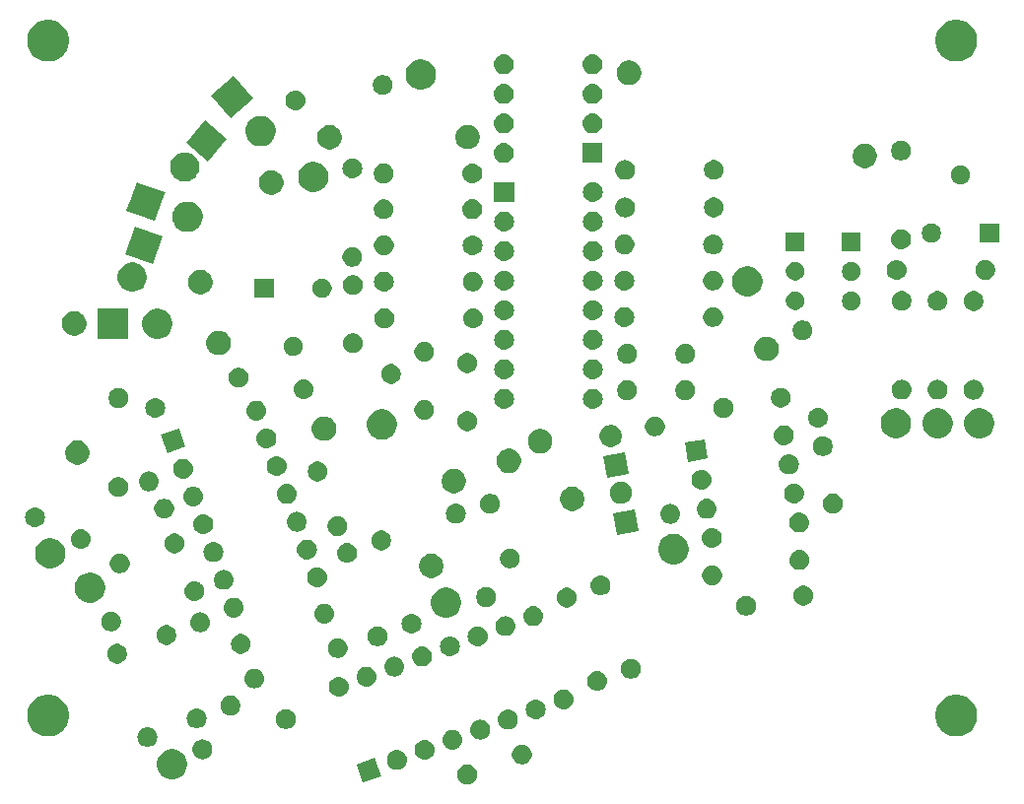
<source format=gbr>
G04 #@! TF.GenerationSoftware,KiCad,Pcbnew,(5.1.2-1)-1*
G04 #@! TF.CreationDate,2022-01-06T11:26:16-05:00*
G04 #@! TF.ProjectId,MS20_Filter_Clone,4d533230-5f46-4696-9c74-65725f436c6f,rev?*
G04 #@! TF.SameCoordinates,Original*
G04 #@! TF.FileFunction,Soldermask,Top*
G04 #@! TF.FilePolarity,Negative*
%FSLAX46Y46*%
G04 Gerber Fmt 4.6, Leading zero omitted, Abs format (unit mm)*
G04 Created by KiCad (PCBNEW (5.1.2-1)-1) date 2022-01-06 11:26:16*
%MOMM*%
%LPD*%
G04 APERTURE LIST*
%ADD10C,0.100000*%
G04 APERTURE END LIST*
D10*
G36*
X52240453Y-78244657D02*
G01*
X52395325Y-78308807D01*
X52534706Y-78401939D01*
X52653240Y-78520473D01*
X52746372Y-78659854D01*
X52810522Y-78814726D01*
X52843225Y-78979138D01*
X52843225Y-79146770D01*
X52810522Y-79311182D01*
X52746372Y-79466054D01*
X52653240Y-79605435D01*
X52534706Y-79723969D01*
X52395325Y-79817101D01*
X52240453Y-79881251D01*
X52076041Y-79913954D01*
X51908409Y-79913954D01*
X51743997Y-79881251D01*
X51589125Y-79817101D01*
X51449744Y-79723969D01*
X51331210Y-79605435D01*
X51238078Y-79466054D01*
X51173928Y-79311182D01*
X51141225Y-79146770D01*
X51141225Y-78979138D01*
X51173928Y-78814726D01*
X51238078Y-78659854D01*
X51331210Y-78520473D01*
X51449744Y-78401939D01*
X51589125Y-78308807D01*
X51743997Y-78244657D01*
X51908409Y-78211954D01*
X52076041Y-78211954D01*
X52240453Y-78244657D01*
X52240453Y-78244657D01*
G37*
G36*
X44648636Y-79204124D02*
G01*
X43049279Y-79786243D01*
X42467160Y-78186886D01*
X44066517Y-77604767D01*
X44648636Y-79204124D01*
X44648636Y-79204124D01*
G37*
G36*
X27019393Y-76949304D02*
G01*
X27256101Y-77047352D01*
X27256103Y-77047353D01*
X27469135Y-77189696D01*
X27650304Y-77370865D01*
X27736276Y-77499532D01*
X27792648Y-77583899D01*
X27890696Y-77820607D01*
X27940680Y-78071893D01*
X27940680Y-78328107D01*
X27890696Y-78579393D01*
X27792648Y-78816101D01*
X27792647Y-78816103D01*
X27650304Y-79029135D01*
X27469135Y-79210304D01*
X27256103Y-79352647D01*
X27256102Y-79352648D01*
X27256101Y-79352648D01*
X27019393Y-79450696D01*
X26768107Y-79500680D01*
X26511893Y-79500680D01*
X26260607Y-79450696D01*
X26023899Y-79352648D01*
X26023898Y-79352648D01*
X26023897Y-79352647D01*
X25810865Y-79210304D01*
X25629696Y-79029135D01*
X25487353Y-78816103D01*
X25487352Y-78816101D01*
X25389304Y-78579393D01*
X25339320Y-78328107D01*
X25339320Y-78071893D01*
X25389304Y-77820607D01*
X25487352Y-77583899D01*
X25543724Y-77499532D01*
X25629696Y-77370865D01*
X25810865Y-77189696D01*
X26023897Y-77047353D01*
X26023899Y-77047352D01*
X26260607Y-76949304D01*
X26511893Y-76899320D01*
X26768107Y-76899320D01*
X27019393Y-76949304D01*
X27019393Y-76949304D01*
G37*
G36*
X46111540Y-76988087D02*
G01*
X46271959Y-77036750D01*
X46398942Y-77104624D01*
X46419795Y-77115770D01*
X46549376Y-77222115D01*
X46655721Y-77351696D01*
X46655722Y-77351698D01*
X46734741Y-77499532D01*
X46783404Y-77659951D01*
X46799834Y-77826774D01*
X46783404Y-77993597D01*
X46734741Y-78154016D01*
X46703772Y-78211954D01*
X46655721Y-78301852D01*
X46549376Y-78431433D01*
X46419795Y-78537778D01*
X46419793Y-78537779D01*
X46271959Y-78616798D01*
X46111540Y-78665461D01*
X45986521Y-78677774D01*
X45902913Y-78677774D01*
X45777894Y-78665461D01*
X45617475Y-78616798D01*
X45469641Y-78537779D01*
X45469639Y-78537778D01*
X45340058Y-78431433D01*
X45233713Y-78301852D01*
X45185662Y-78211954D01*
X45154693Y-78154016D01*
X45106030Y-77993597D01*
X45089600Y-77826774D01*
X45106030Y-77659951D01*
X45154693Y-77499532D01*
X45233712Y-77351698D01*
X45233713Y-77351696D01*
X45340058Y-77222115D01*
X45469639Y-77115770D01*
X45490492Y-77104624D01*
X45617475Y-77036750D01*
X45777894Y-76988087D01*
X45902913Y-76975774D01*
X45986521Y-76975774D01*
X46111540Y-76988087D01*
X46111540Y-76988087D01*
G37*
G36*
X56938916Y-76534556D02*
G01*
X57093788Y-76598706D01*
X57233169Y-76691838D01*
X57351703Y-76810372D01*
X57444835Y-76949753D01*
X57508985Y-77104625D01*
X57541688Y-77269037D01*
X57541688Y-77436669D01*
X57508985Y-77601081D01*
X57444835Y-77755953D01*
X57351703Y-77895334D01*
X57233169Y-78013868D01*
X57093788Y-78107000D01*
X56938916Y-78171150D01*
X56774504Y-78203853D01*
X56606872Y-78203853D01*
X56442460Y-78171150D01*
X56287588Y-78107000D01*
X56148207Y-78013868D01*
X56029673Y-77895334D01*
X55936541Y-77755953D01*
X55872391Y-77601081D01*
X55839688Y-77436669D01*
X55839688Y-77269037D01*
X55872391Y-77104625D01*
X55936541Y-76949753D01*
X56029673Y-76810372D01*
X56148207Y-76691838D01*
X56287588Y-76598706D01*
X56442460Y-76534556D01*
X56606872Y-76501853D01*
X56774504Y-76501853D01*
X56938916Y-76534556D01*
X56938916Y-76534556D01*
G37*
G36*
X48498360Y-76119356D02*
G01*
X48658779Y-76168019D01*
X48722837Y-76202259D01*
X48806615Y-76247039D01*
X48936196Y-76353384D01*
X49042541Y-76482965D01*
X49042542Y-76482967D01*
X49121561Y-76630801D01*
X49170224Y-76791220D01*
X49186654Y-76958043D01*
X49170224Y-77124866D01*
X49121561Y-77285285D01*
X49086062Y-77351698D01*
X49042541Y-77433121D01*
X48936196Y-77562702D01*
X48806615Y-77669047D01*
X48806613Y-77669048D01*
X48658779Y-77748067D01*
X48498360Y-77796730D01*
X48373341Y-77809043D01*
X48289733Y-77809043D01*
X48164714Y-77796730D01*
X48004295Y-77748067D01*
X47856461Y-77669048D01*
X47856459Y-77669047D01*
X47726878Y-77562702D01*
X47620533Y-77433121D01*
X47577012Y-77351698D01*
X47541513Y-77285285D01*
X47492850Y-77124866D01*
X47476420Y-76958043D01*
X47492850Y-76791220D01*
X47541513Y-76630801D01*
X47620532Y-76482967D01*
X47620533Y-76482965D01*
X47726878Y-76353384D01*
X47856459Y-76247039D01*
X47940237Y-76202259D01*
X48004295Y-76168019D01*
X48164714Y-76119356D01*
X48289733Y-76107043D01*
X48373341Y-76107043D01*
X48498360Y-76119356D01*
X48498360Y-76119356D01*
G37*
G36*
X29411995Y-76074576D02*
G01*
X29572414Y-76123239D01*
X29656191Y-76168019D01*
X29720250Y-76202259D01*
X29849831Y-76308604D01*
X29956176Y-76438185D01*
X29956177Y-76438187D01*
X30035196Y-76586021D01*
X30083859Y-76746440D01*
X30100289Y-76913263D01*
X30083859Y-77080086D01*
X30035196Y-77240505D01*
X29975763Y-77351696D01*
X29956176Y-77388341D01*
X29849831Y-77517922D01*
X29720250Y-77624267D01*
X29720248Y-77624268D01*
X29572414Y-77703287D01*
X29411995Y-77751950D01*
X29286976Y-77764263D01*
X29203368Y-77764263D01*
X29078349Y-77751950D01*
X28917930Y-77703287D01*
X28770096Y-77624268D01*
X28770094Y-77624267D01*
X28640513Y-77517922D01*
X28534168Y-77388341D01*
X28514581Y-77351696D01*
X28455148Y-77240505D01*
X28406485Y-77080086D01*
X28390055Y-76913263D01*
X28406485Y-76746440D01*
X28455148Y-76586021D01*
X28534167Y-76438187D01*
X28534168Y-76438185D01*
X28640513Y-76308604D01*
X28770094Y-76202259D01*
X28834153Y-76168019D01*
X28917930Y-76123239D01*
X29078349Y-76074576D01*
X29203368Y-76062263D01*
X29286976Y-76062263D01*
X29411995Y-76074576D01*
X29411995Y-76074576D01*
G37*
G36*
X50885179Y-75250625D02*
G01*
X51045598Y-75299288D01*
X51178262Y-75370198D01*
X51193434Y-75378308D01*
X51323015Y-75484653D01*
X51429360Y-75614234D01*
X51429361Y-75614236D01*
X51508380Y-75762070D01*
X51557043Y-75922489D01*
X51573473Y-76089312D01*
X51557043Y-76256135D01*
X51508380Y-76416554D01*
X51445305Y-76534558D01*
X51429360Y-76564390D01*
X51323015Y-76693971D01*
X51193434Y-76800316D01*
X51193432Y-76800317D01*
X51045598Y-76879336D01*
X50885179Y-76927999D01*
X50760160Y-76940312D01*
X50676552Y-76940312D01*
X50551533Y-76927999D01*
X50391114Y-76879336D01*
X50243280Y-76800317D01*
X50243278Y-76800316D01*
X50113697Y-76693971D01*
X50007352Y-76564390D01*
X49991407Y-76534558D01*
X49928332Y-76416554D01*
X49879669Y-76256135D01*
X49863239Y-76089312D01*
X49879669Y-75922489D01*
X49928332Y-75762070D01*
X50007351Y-75614236D01*
X50007352Y-75614234D01*
X50113697Y-75484653D01*
X50243278Y-75378308D01*
X50258450Y-75370198D01*
X50391114Y-75299288D01*
X50551533Y-75250625D01*
X50676552Y-75238312D01*
X50760160Y-75238312D01*
X50885179Y-75250625D01*
X50885179Y-75250625D01*
G37*
G36*
X24680626Y-75024309D02*
G01*
X24841045Y-75072972D01*
X24939065Y-75125365D01*
X24988881Y-75151992D01*
X25118462Y-75258337D01*
X25224807Y-75387918D01*
X25224808Y-75387920D01*
X25303827Y-75535754D01*
X25352490Y-75696173D01*
X25368920Y-75862996D01*
X25352490Y-76029819D01*
X25303827Y-76190238D01*
X25273466Y-76247039D01*
X25224807Y-76338074D01*
X25118462Y-76467655D01*
X24988881Y-76574000D01*
X24988879Y-76574001D01*
X24841045Y-76653020D01*
X24680626Y-76701683D01*
X24555607Y-76713996D01*
X24471999Y-76713996D01*
X24346980Y-76701683D01*
X24186561Y-76653020D01*
X24038727Y-76574001D01*
X24038725Y-76574000D01*
X23909144Y-76467655D01*
X23802799Y-76338074D01*
X23754140Y-76247039D01*
X23723779Y-76190238D01*
X23675116Y-76029819D01*
X23658686Y-75862996D01*
X23675116Y-75696173D01*
X23723779Y-75535754D01*
X23802798Y-75387920D01*
X23802799Y-75387918D01*
X23909144Y-75258337D01*
X24038725Y-75151992D01*
X24088541Y-75125365D01*
X24186561Y-75072972D01*
X24346980Y-75024309D01*
X24471999Y-75011996D01*
X24555607Y-75011996D01*
X24680626Y-75024309D01*
X24680626Y-75024309D01*
G37*
G36*
X53271998Y-74381893D02*
G01*
X53432417Y-74430556D01*
X53565081Y-74501466D01*
X53580253Y-74509576D01*
X53709834Y-74615921D01*
X53816179Y-74745502D01*
X53816180Y-74745504D01*
X53895199Y-74893338D01*
X53943862Y-75053757D01*
X53960292Y-75220580D01*
X53943862Y-75387403D01*
X53895199Y-75547822D01*
X53869434Y-75596025D01*
X53816179Y-75695658D01*
X53709834Y-75825239D01*
X53580253Y-75931584D01*
X53580251Y-75931585D01*
X53432417Y-76010604D01*
X53271998Y-76059267D01*
X53146979Y-76071580D01*
X53063371Y-76071580D01*
X52938352Y-76059267D01*
X52777933Y-76010604D01*
X52630099Y-75931585D01*
X52630097Y-75931584D01*
X52500516Y-75825239D01*
X52394171Y-75695658D01*
X52340916Y-75596025D01*
X52315151Y-75547822D01*
X52266488Y-75387403D01*
X52250058Y-75220580D01*
X52266488Y-75053757D01*
X52315151Y-74893338D01*
X52394170Y-74745504D01*
X52394171Y-74745502D01*
X52500516Y-74615921D01*
X52630097Y-74509576D01*
X52645269Y-74501466D01*
X52777933Y-74430556D01*
X52938352Y-74381893D01*
X53063371Y-74369580D01*
X53146979Y-74369580D01*
X53271998Y-74381893D01*
X53271998Y-74381893D01*
G37*
G36*
X94525331Y-72268211D02*
G01*
X94853092Y-72403974D01*
X95148070Y-72601072D01*
X95398928Y-72851930D01*
X95596026Y-73146908D01*
X95731789Y-73474669D01*
X95801000Y-73822616D01*
X95801000Y-74177384D01*
X95731789Y-74525331D01*
X95596026Y-74853092D01*
X95398928Y-75148070D01*
X95148070Y-75398928D01*
X94853092Y-75596026D01*
X94525331Y-75731789D01*
X94177384Y-75801000D01*
X93822616Y-75801000D01*
X93474669Y-75731789D01*
X93146908Y-75596026D01*
X92851930Y-75398928D01*
X92601072Y-75148070D01*
X92403974Y-74853092D01*
X92268211Y-74525331D01*
X92199000Y-74177384D01*
X92199000Y-73822616D01*
X92268211Y-73474669D01*
X92403974Y-73146908D01*
X92601072Y-72851930D01*
X92851930Y-72601072D01*
X93146908Y-72403974D01*
X93474669Y-72268211D01*
X93822616Y-72199000D01*
X94177384Y-72199000D01*
X94525331Y-72268211D01*
X94525331Y-72268211D01*
G37*
G36*
X16525331Y-72268211D02*
G01*
X16853092Y-72403974D01*
X17148070Y-72601072D01*
X17398928Y-72851930D01*
X17596026Y-73146908D01*
X17731789Y-73474669D01*
X17801000Y-73822616D01*
X17801000Y-74177384D01*
X17731789Y-74525331D01*
X17596026Y-74853092D01*
X17398928Y-75148070D01*
X17148070Y-75398928D01*
X16853092Y-75596026D01*
X16525331Y-75731789D01*
X16177384Y-75801000D01*
X15822616Y-75801000D01*
X15474669Y-75731789D01*
X15146908Y-75596026D01*
X14851930Y-75398928D01*
X14601072Y-75148070D01*
X14403974Y-74853092D01*
X14268211Y-74525331D01*
X14199000Y-74177384D01*
X14199000Y-73822616D01*
X14268211Y-73474669D01*
X14403974Y-73146908D01*
X14601072Y-72851930D01*
X14851930Y-72601072D01*
X15146908Y-72403974D01*
X15474669Y-72268211D01*
X15822616Y-72199000D01*
X16177384Y-72199000D01*
X16525331Y-72268211D01*
X16525331Y-72268211D01*
G37*
G36*
X55658817Y-73513162D02*
G01*
X55819236Y-73561825D01*
X55951900Y-73632735D01*
X55967072Y-73640845D01*
X56096653Y-73747190D01*
X56202998Y-73876771D01*
X56202999Y-73876773D01*
X56282018Y-74024607D01*
X56330681Y-74185026D01*
X56347111Y-74351849D01*
X56330681Y-74518672D01*
X56282018Y-74679091D01*
X56246519Y-74745504D01*
X56202998Y-74826927D01*
X56096653Y-74956508D01*
X55967072Y-75062853D01*
X55967070Y-75062854D01*
X55819236Y-75141873D01*
X55819233Y-75141874D01*
X55789374Y-75150932D01*
X55658817Y-75190536D01*
X55533798Y-75202849D01*
X55450190Y-75202849D01*
X55325171Y-75190536D01*
X55194614Y-75150932D01*
X55164755Y-75141874D01*
X55164752Y-75141873D01*
X55016918Y-75062854D01*
X55016916Y-75062853D01*
X54887335Y-74956508D01*
X54780990Y-74826927D01*
X54737469Y-74745504D01*
X54701970Y-74679091D01*
X54653307Y-74518672D01*
X54636877Y-74351849D01*
X54653307Y-74185026D01*
X54701970Y-74024607D01*
X54780989Y-73876773D01*
X54780990Y-73876771D01*
X54887335Y-73747190D01*
X55016916Y-73640845D01*
X55032088Y-73632735D01*
X55164752Y-73561825D01*
X55325171Y-73513162D01*
X55450190Y-73500849D01*
X55533798Y-73500849D01*
X55658817Y-73513162D01*
X55658817Y-73513162D01*
G37*
G36*
X36653858Y-73488773D02*
G01*
X36808730Y-73552923D01*
X36948111Y-73646055D01*
X37066645Y-73764589D01*
X37159777Y-73903970D01*
X37223927Y-74058842D01*
X37256630Y-74223254D01*
X37256630Y-74390886D01*
X37223927Y-74555298D01*
X37159777Y-74710170D01*
X37066645Y-74849551D01*
X36948111Y-74968085D01*
X36808730Y-75061217D01*
X36653858Y-75125367D01*
X36489446Y-75158070D01*
X36321814Y-75158070D01*
X36157402Y-75125367D01*
X36002530Y-75061217D01*
X35863149Y-74968085D01*
X35744615Y-74849551D01*
X35651483Y-74710170D01*
X35587333Y-74555298D01*
X35554630Y-74390886D01*
X35554630Y-74223254D01*
X35587333Y-74058842D01*
X35651483Y-73903970D01*
X35744615Y-73764589D01*
X35863149Y-73646055D01*
X36002530Y-73552923D01*
X36157402Y-73488773D01*
X36321814Y-73456070D01*
X36489446Y-73456070D01*
X36653858Y-73488773D01*
X36653858Y-73488773D01*
G37*
G36*
X28912265Y-73415108D02*
G01*
X29072684Y-73463771D01*
X29205348Y-73534681D01*
X29220520Y-73542791D01*
X29350101Y-73649136D01*
X29456446Y-73778717D01*
X29456447Y-73778719D01*
X29535466Y-73926553D01*
X29584129Y-74086972D01*
X29600559Y-74253795D01*
X29584129Y-74420618D01*
X29535466Y-74581037D01*
X29466443Y-74710170D01*
X29456446Y-74728873D01*
X29350101Y-74858454D01*
X29220520Y-74964799D01*
X29220518Y-74964800D01*
X29072684Y-75043819D01*
X28912265Y-75092482D01*
X28787246Y-75104795D01*
X28703638Y-75104795D01*
X28578619Y-75092482D01*
X28418200Y-75043819D01*
X28270366Y-74964800D01*
X28270364Y-74964799D01*
X28140783Y-74858454D01*
X28034438Y-74728873D01*
X28024441Y-74710170D01*
X27955418Y-74581037D01*
X27906755Y-74420618D01*
X27890325Y-74253795D01*
X27906755Y-74086972D01*
X27955418Y-73926553D01*
X28034437Y-73778719D01*
X28034438Y-73778717D01*
X28140783Y-73649136D01*
X28270364Y-73542791D01*
X28285536Y-73534681D01*
X28418200Y-73463771D01*
X28578619Y-73415108D01*
X28703638Y-73402795D01*
X28787246Y-73402795D01*
X28912265Y-73415108D01*
X28912265Y-73415108D01*
G37*
G36*
X58045637Y-72644431D02*
G01*
X58206056Y-72693094D01*
X58338720Y-72764004D01*
X58353892Y-72772114D01*
X58483473Y-72878459D01*
X58589818Y-73008040D01*
X58589819Y-73008042D01*
X58668838Y-73155876D01*
X58717501Y-73316295D01*
X58733931Y-73483118D01*
X58717501Y-73649941D01*
X58668838Y-73810360D01*
X58617358Y-73906672D01*
X58589818Y-73958196D01*
X58483473Y-74087777D01*
X58353892Y-74194122D01*
X58353890Y-74194123D01*
X58206056Y-74273142D01*
X58045637Y-74321805D01*
X57920618Y-74334118D01*
X57837010Y-74334118D01*
X57711991Y-74321805D01*
X57551572Y-74273142D01*
X57403738Y-74194123D01*
X57403736Y-74194122D01*
X57274155Y-74087777D01*
X57167810Y-73958196D01*
X57140270Y-73906672D01*
X57088790Y-73810360D01*
X57040127Y-73649941D01*
X57023697Y-73483118D01*
X57040127Y-73316295D01*
X57088790Y-73155876D01*
X57167809Y-73008042D01*
X57167810Y-73008040D01*
X57274155Y-72878459D01*
X57403736Y-72772114D01*
X57418908Y-72764004D01*
X57551572Y-72693094D01*
X57711991Y-72644431D01*
X57837010Y-72632118D01*
X57920618Y-72632118D01*
X58045637Y-72644431D01*
X58045637Y-72644431D01*
G37*
G36*
X31902435Y-72334227D02*
G01*
X32057307Y-72398377D01*
X32196688Y-72491509D01*
X32315222Y-72610043D01*
X32408354Y-72749424D01*
X32472504Y-72904296D01*
X32505207Y-73068708D01*
X32505207Y-73236340D01*
X32472504Y-73400752D01*
X32408354Y-73555624D01*
X32315222Y-73695005D01*
X32196688Y-73813539D01*
X32057307Y-73906671D01*
X31902435Y-73970821D01*
X31738023Y-74003524D01*
X31570391Y-74003524D01*
X31405979Y-73970821D01*
X31251107Y-73906671D01*
X31111726Y-73813539D01*
X30993192Y-73695005D01*
X30900060Y-73555624D01*
X30835910Y-73400752D01*
X30803207Y-73236340D01*
X30803207Y-73068708D01*
X30835910Y-72904296D01*
X30900060Y-72749424D01*
X30993192Y-72610043D01*
X31111726Y-72491509D01*
X31251107Y-72398377D01*
X31405979Y-72334227D01*
X31570391Y-72301524D01*
X31738023Y-72301524D01*
X31902435Y-72334227D01*
X31902435Y-72334227D01*
G37*
G36*
X60432456Y-71775700D02*
G01*
X60592875Y-71824363D01*
X60687763Y-71875082D01*
X60740711Y-71903383D01*
X60870292Y-72009728D01*
X60976637Y-72139309D01*
X60976638Y-72139311D01*
X61055657Y-72287145D01*
X61104320Y-72447564D01*
X61120750Y-72614387D01*
X61104320Y-72781210D01*
X61055657Y-72941629D01*
X61020158Y-73008042D01*
X60976637Y-73089465D01*
X60870292Y-73219046D01*
X60740711Y-73325391D01*
X60740709Y-73325392D01*
X60592875Y-73404411D01*
X60432456Y-73453074D01*
X60307437Y-73465387D01*
X60223829Y-73465387D01*
X60098810Y-73453074D01*
X59938391Y-73404411D01*
X59790557Y-73325392D01*
X59790555Y-73325391D01*
X59660974Y-73219046D01*
X59554629Y-73089465D01*
X59511108Y-73008042D01*
X59475609Y-72941629D01*
X59426946Y-72781210D01*
X59410516Y-72614387D01*
X59426946Y-72447564D01*
X59475609Y-72287145D01*
X59554628Y-72139311D01*
X59554629Y-72139309D01*
X59660974Y-72009728D01*
X59790555Y-71903383D01*
X59843503Y-71875082D01*
X59938391Y-71824363D01*
X60098810Y-71775700D01*
X60223829Y-71763387D01*
X60307437Y-71763387D01*
X60432456Y-71775700D01*
X60432456Y-71775700D01*
G37*
G36*
X41118528Y-70696360D02*
G01*
X41160700Y-70709153D01*
X41261321Y-70739676D01*
X41278947Y-70745023D01*
X41411611Y-70815933D01*
X41426783Y-70824043D01*
X41556364Y-70930388D01*
X41662709Y-71059969D01*
X41662710Y-71059971D01*
X41741729Y-71207805D01*
X41790392Y-71368224D01*
X41806822Y-71535047D01*
X41790392Y-71701870D01*
X41741729Y-71862289D01*
X41670819Y-71994953D01*
X41662709Y-72010125D01*
X41556364Y-72139706D01*
X41426783Y-72246051D01*
X41426781Y-72246052D01*
X41278947Y-72325071D01*
X41118528Y-72373734D01*
X40993509Y-72386047D01*
X40909901Y-72386047D01*
X40784882Y-72373734D01*
X40624463Y-72325071D01*
X40476629Y-72246052D01*
X40476627Y-72246051D01*
X40347046Y-72139706D01*
X40240701Y-72010125D01*
X40232591Y-71994953D01*
X40161681Y-71862289D01*
X40113018Y-71701870D01*
X40096588Y-71535047D01*
X40113018Y-71368224D01*
X40161681Y-71207805D01*
X40240700Y-71059971D01*
X40240701Y-71059969D01*
X40347046Y-70930388D01*
X40476627Y-70824043D01*
X40491799Y-70815933D01*
X40624463Y-70745023D01*
X40642090Y-70739676D01*
X40742710Y-70709153D01*
X40784882Y-70696360D01*
X40909901Y-70684047D01*
X40993509Y-70684047D01*
X41118528Y-70696360D01*
X41118528Y-70696360D01*
G37*
G36*
X63306049Y-70197708D02*
G01*
X63466468Y-70246371D01*
X63599132Y-70317281D01*
X63614304Y-70325391D01*
X63743885Y-70431736D01*
X63850230Y-70561317D01*
X63850231Y-70561319D01*
X63929250Y-70709153D01*
X63977913Y-70869572D01*
X63994343Y-71036395D01*
X63977913Y-71203218D01*
X63929250Y-71363637D01*
X63858340Y-71496301D01*
X63850230Y-71511473D01*
X63743885Y-71641054D01*
X63614304Y-71747399D01*
X63614302Y-71747400D01*
X63466468Y-71826419D01*
X63306049Y-71875082D01*
X63181030Y-71887395D01*
X63097422Y-71887395D01*
X62972403Y-71875082D01*
X62811984Y-71826419D01*
X62664150Y-71747400D01*
X62664148Y-71747399D01*
X62534567Y-71641054D01*
X62428222Y-71511473D01*
X62420112Y-71496301D01*
X62349202Y-71363637D01*
X62300539Y-71203218D01*
X62284109Y-71036395D01*
X62300539Y-70869572D01*
X62349202Y-70709153D01*
X62428221Y-70561319D01*
X62428222Y-70561317D01*
X62534567Y-70431736D01*
X62664148Y-70325391D01*
X62679320Y-70317281D01*
X62811984Y-70246371D01*
X62972403Y-70197708D01*
X63097422Y-70185395D01*
X63181030Y-70185395D01*
X63306049Y-70197708D01*
X63306049Y-70197708D01*
G37*
G36*
X33867383Y-69983400D02*
G01*
X34027802Y-70032063D01*
X34160466Y-70102973D01*
X34175638Y-70111083D01*
X34305219Y-70217428D01*
X34411564Y-70347009D01*
X34411565Y-70347011D01*
X34490584Y-70494845D01*
X34539247Y-70655264D01*
X34555677Y-70822087D01*
X34539247Y-70988910D01*
X34490584Y-71149329D01*
X34459328Y-71207805D01*
X34411564Y-71297165D01*
X34305219Y-71426746D01*
X34175638Y-71533091D01*
X34160466Y-71541201D01*
X34027802Y-71612111D01*
X33867383Y-71660774D01*
X33742364Y-71673087D01*
X33658756Y-71673087D01*
X33533737Y-71660774D01*
X33373318Y-71612111D01*
X33240654Y-71541201D01*
X33225482Y-71533091D01*
X33095901Y-71426746D01*
X32989556Y-71297165D01*
X32941792Y-71207805D01*
X32910536Y-71149329D01*
X32861873Y-70988910D01*
X32845443Y-70822087D01*
X32861873Y-70655264D01*
X32910536Y-70494845D01*
X32989555Y-70347011D01*
X32989556Y-70347009D01*
X33095901Y-70217428D01*
X33225482Y-70111083D01*
X33240654Y-70102973D01*
X33373318Y-70032063D01*
X33533737Y-69983400D01*
X33658756Y-69971087D01*
X33742364Y-69971087D01*
X33867383Y-69983400D01*
X33867383Y-69983400D01*
G37*
G36*
X43505347Y-69827629D02*
G01*
X43665766Y-69876292D01*
X43798430Y-69947202D01*
X43813602Y-69955312D01*
X43943183Y-70061657D01*
X44049528Y-70191238D01*
X44049529Y-70191240D01*
X44128548Y-70339074D01*
X44177211Y-70499493D01*
X44193641Y-70666316D01*
X44177211Y-70833139D01*
X44128548Y-70993558D01*
X44093049Y-71059971D01*
X44049528Y-71141394D01*
X43943183Y-71270975D01*
X43813602Y-71377320D01*
X43813600Y-71377321D01*
X43665766Y-71456340D01*
X43505347Y-71505003D01*
X43380328Y-71517316D01*
X43296720Y-71517316D01*
X43171701Y-71505003D01*
X43011282Y-71456340D01*
X42863448Y-71377321D01*
X42863446Y-71377320D01*
X42733865Y-71270975D01*
X42627520Y-71141394D01*
X42583999Y-71059971D01*
X42548500Y-70993558D01*
X42499837Y-70833139D01*
X42483407Y-70666316D01*
X42499837Y-70499493D01*
X42548500Y-70339074D01*
X42627519Y-70191240D01*
X42627520Y-70191238D01*
X42733865Y-70061657D01*
X42863446Y-69955312D01*
X42878618Y-69947202D01*
X43011282Y-69876292D01*
X43171701Y-69827629D01*
X43296720Y-69815316D01*
X43380328Y-69815316D01*
X43505347Y-69827629D01*
X43505347Y-69827629D01*
G37*
G36*
X66303923Y-69167232D02*
G01*
X66458795Y-69231382D01*
X66598176Y-69324514D01*
X66716710Y-69443048D01*
X66809842Y-69582429D01*
X66873992Y-69737301D01*
X66906695Y-69901713D01*
X66906695Y-70069345D01*
X66873992Y-70233757D01*
X66809842Y-70388629D01*
X66716710Y-70528010D01*
X66598176Y-70646544D01*
X66458795Y-70739676D01*
X66303923Y-70803826D01*
X66139511Y-70836529D01*
X65971879Y-70836529D01*
X65807467Y-70803826D01*
X65652595Y-70739676D01*
X65513214Y-70646544D01*
X65394680Y-70528010D01*
X65301548Y-70388629D01*
X65237398Y-70233757D01*
X65204695Y-70069345D01*
X65204695Y-69901713D01*
X65237398Y-69737301D01*
X65301548Y-69582429D01*
X65394680Y-69443048D01*
X65513214Y-69324514D01*
X65652595Y-69231382D01*
X65807467Y-69167232D01*
X65971879Y-69134529D01*
X66139511Y-69134529D01*
X66303923Y-69167232D01*
X66303923Y-69167232D01*
G37*
G36*
X45892166Y-68958898D02*
G01*
X46052585Y-69007561D01*
X46163589Y-69066894D01*
X46200421Y-69086581D01*
X46330002Y-69192926D01*
X46436347Y-69322507D01*
X46436348Y-69322509D01*
X46515367Y-69470343D01*
X46564030Y-69630762D01*
X46580460Y-69797585D01*
X46564030Y-69964408D01*
X46515367Y-70124827D01*
X46465871Y-70217428D01*
X46436347Y-70272663D01*
X46330002Y-70402244D01*
X46200421Y-70508589D01*
X46200419Y-70508590D01*
X46052585Y-70587609D01*
X45892166Y-70636272D01*
X45767147Y-70648585D01*
X45683539Y-70648585D01*
X45558520Y-70636272D01*
X45398101Y-70587609D01*
X45250267Y-70508590D01*
X45250265Y-70508589D01*
X45120684Y-70402244D01*
X45014339Y-70272663D01*
X44984815Y-70217428D01*
X44935319Y-70124827D01*
X44886656Y-69964408D01*
X44870226Y-69797585D01*
X44886656Y-69630762D01*
X44935319Y-69470343D01*
X45014338Y-69322509D01*
X45014339Y-69322507D01*
X45120684Y-69192926D01*
X45250265Y-69086581D01*
X45287097Y-69066894D01*
X45398101Y-69007561D01*
X45558520Y-68958898D01*
X45683539Y-68946585D01*
X45767147Y-68946585D01*
X45892166Y-68958898D01*
X45892166Y-68958898D01*
G37*
G36*
X48278985Y-68090167D02*
G01*
X48439404Y-68138830D01*
X48572068Y-68209740D01*
X48587240Y-68217850D01*
X48716821Y-68324195D01*
X48823166Y-68453776D01*
X48823167Y-68453778D01*
X48902186Y-68601612D01*
X48950849Y-68762031D01*
X48967279Y-68928854D01*
X48950849Y-69095677D01*
X48902186Y-69256096D01*
X48844749Y-69363553D01*
X48823166Y-69403932D01*
X48716821Y-69533513D01*
X48587240Y-69639858D01*
X48587238Y-69639859D01*
X48439404Y-69718878D01*
X48278985Y-69767541D01*
X48153966Y-69779854D01*
X48070358Y-69779854D01*
X47945339Y-69767541D01*
X47784920Y-69718878D01*
X47637086Y-69639859D01*
X47637084Y-69639858D01*
X47507503Y-69533513D01*
X47401158Y-69403932D01*
X47379575Y-69363553D01*
X47322138Y-69256096D01*
X47273475Y-69095677D01*
X47257045Y-68928854D01*
X47273475Y-68762031D01*
X47322138Y-68601612D01*
X47401157Y-68453778D01*
X47401158Y-68453776D01*
X47507503Y-68324195D01*
X47637084Y-68217850D01*
X47652256Y-68209740D01*
X47784920Y-68138830D01*
X47945339Y-68090167D01*
X48070358Y-68077854D01*
X48153966Y-68077854D01*
X48278985Y-68090167D01*
X48278985Y-68090167D01*
G37*
G36*
X22155838Y-67884241D02*
G01*
X22310710Y-67948391D01*
X22450091Y-68041523D01*
X22568625Y-68160057D01*
X22661757Y-68299438D01*
X22725907Y-68454310D01*
X22758610Y-68618722D01*
X22758610Y-68786354D01*
X22725907Y-68950766D01*
X22661757Y-69105638D01*
X22568625Y-69245019D01*
X22450091Y-69363553D01*
X22310710Y-69456685D01*
X22155838Y-69520835D01*
X21991426Y-69553538D01*
X21823794Y-69553538D01*
X21659382Y-69520835D01*
X21504510Y-69456685D01*
X21365129Y-69363553D01*
X21246595Y-69245019D01*
X21153463Y-69105638D01*
X21089313Y-68950766D01*
X21056610Y-68786354D01*
X21056610Y-68618722D01*
X21089313Y-68454310D01*
X21153463Y-68299438D01*
X21246595Y-68160057D01*
X21365129Y-68041523D01*
X21504510Y-67948391D01*
X21659382Y-67884241D01*
X21823794Y-67851538D01*
X21991426Y-67851538D01*
X22155838Y-67884241D01*
X22155838Y-67884241D01*
G37*
G36*
X41109246Y-67397597D02*
G01*
X41264118Y-67461747D01*
X41403499Y-67554879D01*
X41522033Y-67673413D01*
X41615165Y-67812794D01*
X41679315Y-67967666D01*
X41712018Y-68132078D01*
X41712018Y-68299710D01*
X41679315Y-68464122D01*
X41615165Y-68618994D01*
X41522033Y-68758375D01*
X41403499Y-68876909D01*
X41264118Y-68970041D01*
X41109246Y-69034191D01*
X40944834Y-69066894D01*
X40777202Y-69066894D01*
X40612790Y-69034191D01*
X40457918Y-68970041D01*
X40318537Y-68876909D01*
X40200003Y-68758375D01*
X40106871Y-68618994D01*
X40042721Y-68464122D01*
X40010018Y-68299710D01*
X40010018Y-68132078D01*
X40042721Y-67967666D01*
X40106871Y-67812794D01*
X40200003Y-67673413D01*
X40318537Y-67554879D01*
X40457918Y-67461747D01*
X40612790Y-67397597D01*
X40777202Y-67364894D01*
X40944834Y-67364894D01*
X41109246Y-67397597D01*
X41109246Y-67397597D01*
G37*
G36*
X50665805Y-67221436D02*
G01*
X50826224Y-67270099D01*
X50958888Y-67341009D01*
X50974060Y-67349119D01*
X51103641Y-67455464D01*
X51209986Y-67585045D01*
X51209987Y-67585047D01*
X51289006Y-67732881D01*
X51289007Y-67732884D01*
X51295519Y-67754352D01*
X51337669Y-67893300D01*
X51354099Y-68060123D01*
X51337669Y-68226946D01*
X51289006Y-68387365D01*
X51218096Y-68520029D01*
X51209986Y-68535201D01*
X51103641Y-68664782D01*
X50974060Y-68771127D01*
X50974058Y-68771128D01*
X50826224Y-68850147D01*
X50665805Y-68898810D01*
X50540786Y-68911123D01*
X50457178Y-68911123D01*
X50332159Y-68898810D01*
X50171740Y-68850147D01*
X50023906Y-68771128D01*
X50023904Y-68771127D01*
X49894323Y-68664782D01*
X49787978Y-68535201D01*
X49779868Y-68520029D01*
X49708958Y-68387365D01*
X49660295Y-68226946D01*
X49643865Y-68060123D01*
X49660295Y-67893300D01*
X49702445Y-67754352D01*
X49708957Y-67732884D01*
X49708958Y-67732881D01*
X49787977Y-67585047D01*
X49787978Y-67585045D01*
X49894323Y-67455464D01*
X50023904Y-67349119D01*
X50039076Y-67341009D01*
X50171740Y-67270099D01*
X50332159Y-67221436D01*
X50457178Y-67209123D01*
X50540786Y-67209123D01*
X50665805Y-67221436D01*
X50665805Y-67221436D01*
G37*
G36*
X32791966Y-67030113D02*
G01*
X32946838Y-67094263D01*
X33086219Y-67187395D01*
X33204753Y-67305929D01*
X33297885Y-67445310D01*
X33362035Y-67600182D01*
X33394738Y-67764594D01*
X33394738Y-67932226D01*
X33362035Y-68096638D01*
X33297885Y-68251510D01*
X33204753Y-68390891D01*
X33086219Y-68509425D01*
X32946838Y-68602557D01*
X32791966Y-68666707D01*
X32627554Y-68699410D01*
X32459922Y-68699410D01*
X32295510Y-68666707D01*
X32140638Y-68602557D01*
X32001257Y-68509425D01*
X31882723Y-68390891D01*
X31789591Y-68251510D01*
X31725441Y-68096638D01*
X31692738Y-67932226D01*
X31692738Y-67764594D01*
X31725441Y-67600182D01*
X31789591Y-67445310D01*
X31882723Y-67305929D01*
X32001257Y-67187395D01*
X32140638Y-67094263D01*
X32295510Y-67030113D01*
X32459922Y-66997410D01*
X32627554Y-66997410D01*
X32791966Y-67030113D01*
X32791966Y-67030113D01*
G37*
G36*
X44535773Y-66373921D02*
G01*
X44690645Y-66438071D01*
X44830026Y-66531203D01*
X44948560Y-66649737D01*
X45041692Y-66789118D01*
X45105842Y-66943990D01*
X45138545Y-67108402D01*
X45138545Y-67276034D01*
X45105842Y-67440446D01*
X45041692Y-67595318D01*
X44948560Y-67734699D01*
X44830026Y-67853233D01*
X44690645Y-67946365D01*
X44535773Y-68010515D01*
X44371361Y-68043218D01*
X44203729Y-68043218D01*
X44039317Y-68010515D01*
X43884445Y-67946365D01*
X43745064Y-67853233D01*
X43626530Y-67734699D01*
X43533398Y-67595318D01*
X43469248Y-67440446D01*
X43436545Y-67276034D01*
X43436545Y-67108402D01*
X43469248Y-66943990D01*
X43533398Y-66789118D01*
X43626530Y-66649737D01*
X43745064Y-66531203D01*
X43884445Y-66438071D01*
X44039317Y-66373921D01*
X44203729Y-66341218D01*
X44371361Y-66341218D01*
X44535773Y-66373921D01*
X44535773Y-66373921D01*
G37*
G36*
X53052624Y-66352704D02*
G01*
X53213043Y-66401367D01*
X53297258Y-66446381D01*
X53360879Y-66480387D01*
X53490460Y-66586732D01*
X53596805Y-66716313D01*
X53596806Y-66716315D01*
X53675825Y-66864149D01*
X53724488Y-67024568D01*
X53740918Y-67191391D01*
X53724488Y-67358214D01*
X53675825Y-67518633D01*
X53632236Y-67600182D01*
X53596805Y-67666469D01*
X53490460Y-67796050D01*
X53360879Y-67902395D01*
X53360877Y-67902396D01*
X53213043Y-67981415D01*
X53052624Y-68030078D01*
X52927605Y-68042391D01*
X52843997Y-68042391D01*
X52718978Y-68030078D01*
X52558559Y-67981415D01*
X52410725Y-67902396D01*
X52410723Y-67902395D01*
X52281142Y-67796050D01*
X52174797Y-67666469D01*
X52139366Y-67600182D01*
X52095777Y-67518633D01*
X52047114Y-67358214D01*
X52030684Y-67191391D01*
X52047114Y-67024568D01*
X52095777Y-66864149D01*
X52174796Y-66716315D01*
X52174797Y-66716313D01*
X52281142Y-66586732D01*
X52410723Y-66480387D01*
X52474344Y-66446381D01*
X52558559Y-66401367D01*
X52718978Y-66352704D01*
X52843997Y-66340391D01*
X52927605Y-66340391D01*
X53052624Y-66352704D01*
X53052624Y-66352704D01*
G37*
G36*
X26387477Y-66275040D02*
G01*
X26542349Y-66339190D01*
X26681730Y-66432322D01*
X26800264Y-66550856D01*
X26893396Y-66690237D01*
X26957546Y-66845109D01*
X26990249Y-67009521D01*
X26990249Y-67177153D01*
X26957546Y-67341565D01*
X26893396Y-67496437D01*
X26800264Y-67635818D01*
X26681730Y-67754352D01*
X26542349Y-67847484D01*
X26387477Y-67911634D01*
X26223065Y-67944337D01*
X26055433Y-67944337D01*
X25891021Y-67911634D01*
X25736149Y-67847484D01*
X25596768Y-67754352D01*
X25478234Y-67635818D01*
X25385102Y-67496437D01*
X25320952Y-67341565D01*
X25288249Y-67177153D01*
X25288249Y-67009521D01*
X25320952Y-66845109D01*
X25385102Y-66690237D01*
X25478234Y-66550856D01*
X25596768Y-66432322D01*
X25736149Y-66339190D01*
X25891021Y-66275040D01*
X26055433Y-66242337D01*
X26223065Y-66242337D01*
X26387477Y-66275040D01*
X26387477Y-66275040D01*
G37*
G36*
X55439443Y-65483973D02*
G01*
X55599862Y-65532636D01*
X55732526Y-65603546D01*
X55747698Y-65611656D01*
X55877279Y-65718001D01*
X55983624Y-65847582D01*
X55983625Y-65847584D01*
X56062644Y-65995418D01*
X56111307Y-66155837D01*
X56127737Y-66322660D01*
X56111307Y-66489483D01*
X56062644Y-66649902D01*
X55994723Y-66776974D01*
X55983624Y-66797738D01*
X55877279Y-66927319D01*
X55747698Y-67033664D01*
X55747696Y-67033665D01*
X55599862Y-67112684D01*
X55439443Y-67161347D01*
X55314424Y-67173660D01*
X55230816Y-67173660D01*
X55105797Y-67161347D01*
X54945378Y-67112684D01*
X54797544Y-67033665D01*
X54797542Y-67033664D01*
X54667961Y-66927319D01*
X54561616Y-66797738D01*
X54550517Y-66776974D01*
X54482596Y-66649902D01*
X54433933Y-66489483D01*
X54417503Y-66322660D01*
X54433933Y-66155837D01*
X54482596Y-65995418D01*
X54561615Y-65847584D01*
X54561616Y-65847582D01*
X54667961Y-65718001D01*
X54797542Y-65611656D01*
X54812714Y-65603546D01*
X54945378Y-65532636D01*
X55105797Y-65483973D01*
X55230816Y-65471660D01*
X55314424Y-65471660D01*
X55439443Y-65483973D01*
X55439443Y-65483973D01*
G37*
G36*
X47373391Y-65280452D02*
G01*
X47533810Y-65329115D01*
X47666474Y-65400025D01*
X47681646Y-65408135D01*
X47811227Y-65514480D01*
X47917572Y-65644061D01*
X47917573Y-65644063D01*
X47996592Y-65791897D01*
X48045255Y-65952316D01*
X48061685Y-66119139D01*
X48045255Y-66285962D01*
X47996592Y-66446381D01*
X47940749Y-66550856D01*
X47917572Y-66594217D01*
X47811227Y-66723798D01*
X47681646Y-66830143D01*
X47681644Y-66830144D01*
X47533810Y-66909163D01*
X47373391Y-66957826D01*
X47248372Y-66970139D01*
X47164764Y-66970139D01*
X47039745Y-66957826D01*
X46879326Y-66909163D01*
X46731492Y-66830144D01*
X46731490Y-66830143D01*
X46601909Y-66723798D01*
X46495564Y-66594217D01*
X46472387Y-66550856D01*
X46416544Y-66446381D01*
X46367881Y-66285962D01*
X46351451Y-66119139D01*
X46367881Y-65952316D01*
X46416544Y-65791897D01*
X46495563Y-65644063D01*
X46495564Y-65644061D01*
X46601909Y-65514480D01*
X46731490Y-65408135D01*
X46746662Y-65400025D01*
X46879326Y-65329115D01*
X47039745Y-65280452D01*
X47164764Y-65268139D01*
X47248372Y-65268139D01*
X47373391Y-65280452D01*
X47373391Y-65280452D01*
G37*
G36*
X29214837Y-65153379D02*
G01*
X29375256Y-65202042D01*
X29450418Y-65242217D01*
X29523092Y-65281062D01*
X29652673Y-65387407D01*
X29759018Y-65516988D01*
X29759019Y-65516990D01*
X29838038Y-65664824D01*
X29886701Y-65825243D01*
X29903131Y-65992066D01*
X29886701Y-66158889D01*
X29838038Y-66319308D01*
X29777631Y-66432322D01*
X29759018Y-66467144D01*
X29652673Y-66596725D01*
X29523092Y-66703070D01*
X29523090Y-66703071D01*
X29375256Y-66782090D01*
X29214837Y-66830753D01*
X29089818Y-66843066D01*
X29006210Y-66843066D01*
X28881191Y-66830753D01*
X28720772Y-66782090D01*
X28572938Y-66703071D01*
X28572936Y-66703070D01*
X28443355Y-66596725D01*
X28337010Y-66467144D01*
X28318397Y-66432322D01*
X28257990Y-66319308D01*
X28209327Y-66158889D01*
X28192897Y-65992066D01*
X28209327Y-65825243D01*
X28257990Y-65664824D01*
X28337009Y-65516990D01*
X28337010Y-65516988D01*
X28443355Y-65387407D01*
X28572936Y-65281062D01*
X28645610Y-65242217D01*
X28720772Y-65202042D01*
X28881191Y-65153379D01*
X29006210Y-65141066D01*
X29089818Y-65141066D01*
X29214837Y-65153379D01*
X29214837Y-65153379D01*
G37*
G36*
X21642031Y-65107677D02*
G01*
X21796903Y-65171827D01*
X21936284Y-65264959D01*
X22054818Y-65383493D01*
X22147950Y-65522874D01*
X22212100Y-65677746D01*
X22244803Y-65842158D01*
X22244803Y-66009790D01*
X22212100Y-66174202D01*
X22147950Y-66329074D01*
X22054818Y-66468455D01*
X21936284Y-66586989D01*
X21796903Y-66680121D01*
X21642031Y-66744271D01*
X21477619Y-66776974D01*
X21309987Y-66776974D01*
X21145575Y-66744271D01*
X20990703Y-66680121D01*
X20851322Y-66586989D01*
X20732788Y-66468455D01*
X20639656Y-66329074D01*
X20575506Y-66174202D01*
X20542803Y-66009790D01*
X20542803Y-65842158D01*
X20575506Y-65677746D01*
X20639656Y-65522874D01*
X20732788Y-65383493D01*
X20851322Y-65264959D01*
X20990703Y-65171827D01*
X21145575Y-65107677D01*
X21309987Y-65074974D01*
X21477619Y-65074974D01*
X21642031Y-65107677D01*
X21642031Y-65107677D01*
G37*
G36*
X57826262Y-64615242D02*
G01*
X57986681Y-64663905D01*
X58104605Y-64726937D01*
X58134517Y-64742925D01*
X58264098Y-64849270D01*
X58370443Y-64978851D01*
X58370444Y-64978853D01*
X58449463Y-65126687D01*
X58498126Y-65287106D01*
X58514556Y-65453929D01*
X58498126Y-65620752D01*
X58449463Y-65781171D01*
X58413964Y-65847584D01*
X58370443Y-65929007D01*
X58264098Y-66058588D01*
X58134517Y-66164933D01*
X58134515Y-66164934D01*
X57986681Y-66243953D01*
X57826262Y-66292616D01*
X57701243Y-66304929D01*
X57617635Y-66304929D01*
X57492616Y-66292616D01*
X57332197Y-66243953D01*
X57184363Y-66164934D01*
X57184361Y-66164933D01*
X57054780Y-66058588D01*
X56948435Y-65929007D01*
X56904914Y-65847584D01*
X56869415Y-65781171D01*
X56820752Y-65620752D01*
X56804322Y-65453929D01*
X56820752Y-65287106D01*
X56869415Y-65126687D01*
X56948434Y-64978853D01*
X56948435Y-64978851D01*
X57054780Y-64849270D01*
X57184361Y-64742925D01*
X57214273Y-64726937D01*
X57332197Y-64663905D01*
X57492616Y-64615242D01*
X57617635Y-64602929D01*
X57701243Y-64602929D01*
X57826262Y-64615242D01*
X57826262Y-64615242D01*
G37*
G36*
X39871019Y-64403530D02*
G01*
X40031438Y-64452193D01*
X40161381Y-64521649D01*
X40179274Y-64531213D01*
X40308855Y-64637558D01*
X40415200Y-64767139D01*
X40415201Y-64767141D01*
X40494220Y-64914975D01*
X40542883Y-65075394D01*
X40559313Y-65242217D01*
X40542883Y-65409040D01*
X40494220Y-65569459D01*
X40466803Y-65620752D01*
X40415200Y-65717295D01*
X40308855Y-65846876D01*
X40179274Y-65953221D01*
X40179272Y-65953222D01*
X40031438Y-66032241D01*
X39871019Y-66080904D01*
X39746000Y-66093217D01*
X39662392Y-66093217D01*
X39537373Y-66080904D01*
X39376954Y-66032241D01*
X39229120Y-65953222D01*
X39229118Y-65953221D01*
X39099537Y-65846876D01*
X38993192Y-65717295D01*
X38941589Y-65620752D01*
X38914172Y-65569459D01*
X38865509Y-65409040D01*
X38849079Y-65242217D01*
X38865509Y-65075394D01*
X38914172Y-64914975D01*
X38993191Y-64767141D01*
X38993192Y-64767139D01*
X39099537Y-64637558D01*
X39229118Y-64531213D01*
X39247011Y-64521649D01*
X39376954Y-64452193D01*
X39537373Y-64403530D01*
X39662392Y-64391217D01*
X39746000Y-64391217D01*
X39871019Y-64403530D01*
X39871019Y-64403530D01*
G37*
G36*
X50557740Y-63063162D02*
G01*
X50794448Y-63161210D01*
X50794450Y-63161211D01*
X51007482Y-63303554D01*
X51188651Y-63484723D01*
X51297094Y-63647020D01*
X51330995Y-63697757D01*
X51429043Y-63934465D01*
X51479027Y-64185751D01*
X51479027Y-64441965D01*
X51429043Y-64693251D01*
X51337200Y-64914978D01*
X51330994Y-64929961D01*
X51188651Y-65142993D01*
X51007482Y-65324162D01*
X50794450Y-65466505D01*
X50794449Y-65466506D01*
X50794448Y-65466506D01*
X50557740Y-65564554D01*
X50306454Y-65614538D01*
X50050240Y-65614538D01*
X49798954Y-65564554D01*
X49562246Y-65466506D01*
X49562245Y-65466506D01*
X49562244Y-65466505D01*
X49349212Y-65324162D01*
X49168043Y-65142993D01*
X49025700Y-64929961D01*
X49019494Y-64914978D01*
X48927651Y-64693251D01*
X48877667Y-64441965D01*
X48877667Y-64185751D01*
X48927651Y-63934465D01*
X49025699Y-63697757D01*
X49059600Y-63647020D01*
X49168043Y-63484723D01*
X49349212Y-63303554D01*
X49562244Y-63161211D01*
X49562246Y-63161210D01*
X49798954Y-63063162D01*
X50050240Y-63013178D01*
X50306454Y-63013178D01*
X50557740Y-63063162D01*
X50557740Y-63063162D01*
G37*
G36*
X32097067Y-63891499D02*
G01*
X32257486Y-63940162D01*
X32390150Y-64011072D01*
X32405322Y-64019182D01*
X32534903Y-64125527D01*
X32641248Y-64255108D01*
X32645005Y-64262137D01*
X32720268Y-64402944D01*
X32768931Y-64563363D01*
X32785361Y-64730186D01*
X32768931Y-64897009D01*
X32720268Y-65057428D01*
X32659121Y-65171826D01*
X32641248Y-65205264D01*
X32534903Y-65334845D01*
X32405322Y-65441190D01*
X32405320Y-65441191D01*
X32257486Y-65520210D01*
X32097067Y-65568873D01*
X31972048Y-65581186D01*
X31888440Y-65581186D01*
X31763421Y-65568873D01*
X31603002Y-65520210D01*
X31455168Y-65441191D01*
X31455166Y-65441190D01*
X31325585Y-65334845D01*
X31219240Y-65205264D01*
X31201367Y-65171826D01*
X31140220Y-65057428D01*
X31091557Y-64897009D01*
X31075127Y-64730186D01*
X31091557Y-64563363D01*
X31140220Y-64402944D01*
X31215483Y-64262137D01*
X31219240Y-64255108D01*
X31325585Y-64125527D01*
X31455166Y-64019182D01*
X31470338Y-64011072D01*
X31603002Y-63940162D01*
X31763421Y-63891499D01*
X31888440Y-63879186D01*
X31972048Y-63879186D01*
X32097067Y-63891499D01*
X32097067Y-63891499D01*
G37*
G36*
X76196431Y-63753298D02*
G01*
X76351303Y-63817448D01*
X76490684Y-63910580D01*
X76609218Y-64029114D01*
X76702350Y-64168495D01*
X76766500Y-64323367D01*
X76799203Y-64487779D01*
X76799203Y-64655411D01*
X76766500Y-64819823D01*
X76702350Y-64974695D01*
X76609218Y-65114076D01*
X76490684Y-65232610D01*
X76351303Y-65325742D01*
X76196431Y-65389892D01*
X76032019Y-65422595D01*
X75864387Y-65422595D01*
X75699975Y-65389892D01*
X75545103Y-65325742D01*
X75405722Y-65232610D01*
X75287188Y-65114076D01*
X75194056Y-64974695D01*
X75129906Y-64819823D01*
X75097203Y-64655411D01*
X75097203Y-64487779D01*
X75129906Y-64323367D01*
X75194056Y-64168495D01*
X75287188Y-64029114D01*
X75405722Y-63910580D01*
X75545103Y-63817448D01*
X75699975Y-63753298D01*
X75864387Y-63720595D01*
X76032019Y-63720595D01*
X76196431Y-63753298D01*
X76196431Y-63753298D01*
G37*
G36*
X60781261Y-63057640D02*
G01*
X60936133Y-63121790D01*
X61075514Y-63214922D01*
X61194048Y-63333456D01*
X61287180Y-63472837D01*
X61351330Y-63627709D01*
X61384033Y-63792121D01*
X61384033Y-63959753D01*
X61351330Y-64124165D01*
X61287180Y-64279037D01*
X61194048Y-64418418D01*
X61075514Y-64536952D01*
X60936133Y-64630084D01*
X60781261Y-64694234D01*
X60616849Y-64726937D01*
X60449217Y-64726937D01*
X60284805Y-64694234D01*
X60129933Y-64630084D01*
X59990552Y-64536952D01*
X59872018Y-64418418D01*
X59778886Y-64279037D01*
X59714736Y-64124165D01*
X59682033Y-63959753D01*
X59682033Y-63792121D01*
X59714736Y-63627709D01*
X59778886Y-63472837D01*
X59872018Y-63333456D01*
X59990552Y-63214922D01*
X60129933Y-63121790D01*
X60284805Y-63057640D01*
X60449217Y-63024937D01*
X60616849Y-63024937D01*
X60781261Y-63057640D01*
X60781261Y-63057640D01*
G37*
G36*
X53864364Y-62999875D02*
G01*
X54019236Y-63064025D01*
X54158617Y-63157157D01*
X54277151Y-63275691D01*
X54370283Y-63415072D01*
X54434433Y-63569944D01*
X54467136Y-63734356D01*
X54467136Y-63901988D01*
X54434433Y-64066400D01*
X54370283Y-64221272D01*
X54277151Y-64360653D01*
X54158617Y-64479187D01*
X54019236Y-64572319D01*
X53864364Y-64636469D01*
X53699952Y-64669172D01*
X53532320Y-64669172D01*
X53367908Y-64636469D01*
X53213036Y-64572319D01*
X53073655Y-64479187D01*
X52955121Y-64360653D01*
X52861989Y-64221272D01*
X52797839Y-64066400D01*
X52765136Y-63901988D01*
X52765136Y-63734356D01*
X52797839Y-63569944D01*
X52861989Y-63415072D01*
X52955121Y-63275691D01*
X53073655Y-63157157D01*
X53213036Y-63064025D01*
X53367908Y-62999875D01*
X53532320Y-62967172D01*
X53699952Y-62967172D01*
X53864364Y-62999875D01*
X53864364Y-62999875D01*
G37*
G36*
X81120470Y-62885057D02*
G01*
X81275342Y-62949207D01*
X81414723Y-63042339D01*
X81533257Y-63160873D01*
X81626389Y-63300254D01*
X81690539Y-63455126D01*
X81723242Y-63619538D01*
X81723242Y-63787170D01*
X81690539Y-63951582D01*
X81626389Y-64106454D01*
X81533257Y-64245835D01*
X81414723Y-64364369D01*
X81275342Y-64457501D01*
X81120470Y-64521651D01*
X80956058Y-64554354D01*
X80788426Y-64554354D01*
X80624014Y-64521651D01*
X80469142Y-64457501D01*
X80329761Y-64364369D01*
X80211227Y-64245835D01*
X80118095Y-64106454D01*
X80053945Y-63951582D01*
X80021242Y-63787170D01*
X80021242Y-63619538D01*
X80053945Y-63455126D01*
X80118095Y-63300254D01*
X80211227Y-63160873D01*
X80329761Y-63042339D01*
X80469142Y-62949207D01*
X80624014Y-62885057D01*
X80788426Y-62852354D01*
X80956058Y-62852354D01*
X81120470Y-62885057D01*
X81120470Y-62885057D01*
G37*
G36*
X19956827Y-61760745D02*
G01*
X20193535Y-61858793D01*
X20193537Y-61858794D01*
X20406569Y-62001137D01*
X20587738Y-62182306D01*
X20707613Y-62361712D01*
X20730082Y-62395340D01*
X20828130Y-62632048D01*
X20878114Y-62883334D01*
X20878114Y-63139548D01*
X20828130Y-63390834D01*
X20753940Y-63569943D01*
X20730081Y-63627544D01*
X20587738Y-63840576D01*
X20406569Y-64021745D01*
X20193537Y-64164088D01*
X20193536Y-64164089D01*
X20193535Y-64164089D01*
X19956827Y-64262137D01*
X19705541Y-64312121D01*
X19449327Y-64312121D01*
X19198041Y-64262137D01*
X18961333Y-64164089D01*
X18961332Y-64164089D01*
X18961331Y-64164088D01*
X18748299Y-64021745D01*
X18567130Y-63840576D01*
X18424787Y-63627544D01*
X18400928Y-63569943D01*
X18326738Y-63390834D01*
X18276754Y-63139548D01*
X18276754Y-62883334D01*
X18326738Y-62632048D01*
X18424786Y-62395340D01*
X18447255Y-62361712D01*
X18567130Y-62182306D01*
X18748299Y-62001137D01*
X18961331Y-61858794D01*
X18961333Y-61858793D01*
X19198041Y-61760745D01*
X19449327Y-61710761D01*
X19705541Y-61710761D01*
X19956827Y-61760745D01*
X19956827Y-61760745D01*
G37*
G36*
X28721084Y-62481094D02*
G01*
X28881503Y-62529757D01*
X29011175Y-62599068D01*
X29029339Y-62608777D01*
X29158920Y-62715122D01*
X29265265Y-62844703D01*
X29273375Y-62859875D01*
X29344285Y-62992539D01*
X29392948Y-63152958D01*
X29409378Y-63319781D01*
X29392948Y-63486604D01*
X29344285Y-63647023D01*
X29317168Y-63697755D01*
X29265265Y-63794859D01*
X29158920Y-63924440D01*
X29029339Y-64030785D01*
X29029337Y-64030786D01*
X28881503Y-64109805D01*
X28721084Y-64158468D01*
X28596065Y-64170781D01*
X28512457Y-64170781D01*
X28387438Y-64158468D01*
X28227019Y-64109805D01*
X28079185Y-64030786D01*
X28079183Y-64030785D01*
X27949602Y-63924440D01*
X27843257Y-63794859D01*
X27791354Y-63697755D01*
X27764237Y-63647023D01*
X27715574Y-63486604D01*
X27699144Y-63319781D01*
X27715574Y-63152958D01*
X27764237Y-62992539D01*
X27835147Y-62859875D01*
X27843257Y-62844703D01*
X27949602Y-62715122D01*
X28079183Y-62608777D01*
X28097347Y-62599068D01*
X28227019Y-62529757D01*
X28387438Y-62481094D01*
X28512457Y-62468781D01*
X28596065Y-62468781D01*
X28721084Y-62481094D01*
X28721084Y-62481094D01*
G37*
G36*
X63616325Y-61986384D02*
G01*
X63776744Y-62035047D01*
X63909408Y-62105957D01*
X63924580Y-62114067D01*
X64054161Y-62220412D01*
X64160506Y-62349993D01*
X64160507Y-62349995D01*
X64239526Y-62497829D01*
X64288189Y-62658248D01*
X64304619Y-62825071D01*
X64288189Y-62991894D01*
X64239526Y-63152313D01*
X64173579Y-63275691D01*
X64160506Y-63300149D01*
X64054161Y-63429730D01*
X63924580Y-63536075D01*
X63924578Y-63536076D01*
X63776744Y-63615095D01*
X63616325Y-63663758D01*
X63491306Y-63676071D01*
X63407698Y-63676071D01*
X63282679Y-63663758D01*
X63122260Y-63615095D01*
X62974426Y-63536076D01*
X62974424Y-63536075D01*
X62844843Y-63429730D01*
X62738498Y-63300149D01*
X62725425Y-63275691D01*
X62659478Y-63152313D01*
X62610815Y-62991894D01*
X62594385Y-62825071D01*
X62610815Y-62658248D01*
X62659478Y-62497829D01*
X62738497Y-62349995D01*
X62738498Y-62349993D01*
X62844843Y-62220412D01*
X62974424Y-62114067D01*
X62989596Y-62105957D01*
X63122260Y-62035047D01*
X63282679Y-61986384D01*
X63407698Y-61974071D01*
X63491306Y-61974071D01*
X63616325Y-61986384D01*
X63616325Y-61986384D01*
G37*
G36*
X31228336Y-61504679D02*
G01*
X31388755Y-61553342D01*
X31458246Y-61590486D01*
X31536591Y-61632362D01*
X31666172Y-61738707D01*
X31772517Y-61868288D01*
X31772518Y-61868290D01*
X31851537Y-62016124D01*
X31900200Y-62176543D01*
X31916630Y-62343366D01*
X31900200Y-62510189D01*
X31851537Y-62670608D01*
X31820512Y-62728651D01*
X31772517Y-62818444D01*
X31666172Y-62948025D01*
X31536591Y-63054370D01*
X31536589Y-63054371D01*
X31388755Y-63133390D01*
X31228336Y-63182053D01*
X31103317Y-63194366D01*
X31019709Y-63194366D01*
X30894690Y-63182053D01*
X30734271Y-63133390D01*
X30586437Y-63054371D01*
X30586435Y-63054370D01*
X30456854Y-62948025D01*
X30350509Y-62818444D01*
X30302514Y-62728651D01*
X30271489Y-62670608D01*
X30222826Y-62510189D01*
X30206396Y-62343366D01*
X30222826Y-62176543D01*
X30271489Y-62016124D01*
X30350508Y-61868290D01*
X30350509Y-61868288D01*
X30456854Y-61738707D01*
X30586435Y-61632362D01*
X30664780Y-61590486D01*
X30734271Y-61553342D01*
X30894690Y-61504679D01*
X31019709Y-61492366D01*
X31103317Y-61492366D01*
X31228336Y-61504679D01*
X31228336Y-61504679D01*
G37*
G36*
X39257525Y-61285305D02*
G01*
X39388082Y-61324909D01*
X39400407Y-61328648D01*
X39417944Y-61333968D01*
X39550608Y-61404878D01*
X39565780Y-61412988D01*
X39695361Y-61519333D01*
X39801706Y-61648914D01*
X39801707Y-61648916D01*
X39880726Y-61796750D01*
X39929389Y-61957169D01*
X39945819Y-62123992D01*
X39929389Y-62290815D01*
X39880726Y-62451234D01*
X39809816Y-62583898D01*
X39801706Y-62599070D01*
X39695361Y-62728651D01*
X39565780Y-62834996D01*
X39565778Y-62834997D01*
X39417944Y-62914016D01*
X39257525Y-62962679D01*
X39132506Y-62974992D01*
X39048898Y-62974992D01*
X38923879Y-62962679D01*
X38763460Y-62914016D01*
X38615626Y-62834997D01*
X38615624Y-62834996D01*
X38486043Y-62728651D01*
X38379698Y-62599070D01*
X38371588Y-62583898D01*
X38300678Y-62451234D01*
X38252015Y-62290815D01*
X38235585Y-62123992D01*
X38252015Y-61957169D01*
X38300678Y-61796750D01*
X38379697Y-61648916D01*
X38379698Y-61648914D01*
X38486043Y-61519333D01*
X38615624Y-61412988D01*
X38630796Y-61404878D01*
X38763460Y-61333968D01*
X38780998Y-61328648D01*
X38793322Y-61324909D01*
X38923879Y-61285305D01*
X39048898Y-61272992D01*
X39132506Y-61272992D01*
X39257525Y-61285305D01*
X39257525Y-61285305D01*
G37*
G36*
X73278361Y-61140318D02*
G01*
X73433233Y-61204468D01*
X73572614Y-61297600D01*
X73691148Y-61416134D01*
X73784280Y-61555515D01*
X73848430Y-61710387D01*
X73881133Y-61874799D01*
X73881133Y-62042431D01*
X73848430Y-62206843D01*
X73784280Y-62361715D01*
X73691148Y-62501096D01*
X73572614Y-62619630D01*
X73433233Y-62712762D01*
X73278361Y-62776912D01*
X73113949Y-62809615D01*
X72946317Y-62809615D01*
X72781905Y-62776912D01*
X72627033Y-62712762D01*
X72487652Y-62619630D01*
X72369118Y-62501096D01*
X72275986Y-62361715D01*
X72211836Y-62206843D01*
X72179133Y-62042431D01*
X72179133Y-61874799D01*
X72211836Y-61710387D01*
X72275986Y-61555515D01*
X72369118Y-61416134D01*
X72487652Y-61297600D01*
X72627033Y-61204468D01*
X72781905Y-61140318D01*
X72946317Y-61107615D01*
X73113949Y-61107615D01*
X73278361Y-61140318D01*
X73278361Y-61140318D01*
G37*
G36*
X49206416Y-60139879D02*
G01*
X49397592Y-60219067D01*
X49397594Y-60219068D01*
X49569648Y-60334031D01*
X49715969Y-60480352D01*
X49819580Y-60635416D01*
X49830933Y-60652408D01*
X49910121Y-60843584D01*
X49950490Y-61046534D01*
X49950490Y-61253466D01*
X49910121Y-61456416D01*
X49869071Y-61555518D01*
X49830932Y-61647594D01*
X49715969Y-61819648D01*
X49569648Y-61965969D01*
X49397594Y-62080932D01*
X49397593Y-62080933D01*
X49397592Y-62080933D01*
X49206416Y-62160121D01*
X49003466Y-62200490D01*
X48796534Y-62200490D01*
X48593584Y-62160121D01*
X48402408Y-62080933D01*
X48402407Y-62080933D01*
X48402406Y-62080932D01*
X48230352Y-61965969D01*
X48084031Y-61819648D01*
X47969068Y-61647594D01*
X47930929Y-61555518D01*
X47889879Y-61456416D01*
X47849510Y-61253466D01*
X47849510Y-61046534D01*
X47889879Y-60843584D01*
X47969067Y-60652408D01*
X47980421Y-60635416D01*
X48084031Y-60480352D01*
X48230352Y-60334031D01*
X48402406Y-60219068D01*
X48402408Y-60219067D01*
X48593584Y-60139879D01*
X48796534Y-60099510D01*
X49003466Y-60099510D01*
X49206416Y-60139879D01*
X49206416Y-60139879D01*
G37*
G36*
X22388120Y-60111174D02*
G01*
X22542992Y-60175324D01*
X22682373Y-60268456D01*
X22800907Y-60386990D01*
X22894039Y-60526371D01*
X22958189Y-60681243D01*
X22990892Y-60845655D01*
X22990892Y-61013287D01*
X22958189Y-61177699D01*
X22894039Y-61332571D01*
X22800907Y-61471952D01*
X22682373Y-61590486D01*
X22542992Y-61683618D01*
X22388120Y-61747768D01*
X22223708Y-61780471D01*
X22056076Y-61780471D01*
X21891664Y-61747768D01*
X21736792Y-61683618D01*
X21597411Y-61590486D01*
X21478877Y-61471952D01*
X21385745Y-61332571D01*
X21321595Y-61177699D01*
X21288892Y-61013287D01*
X21288892Y-60845655D01*
X21321595Y-60681243D01*
X21385745Y-60526371D01*
X21478877Y-60386990D01*
X21597411Y-60268456D01*
X21736792Y-60175324D01*
X21891664Y-60111174D01*
X22056076Y-60078471D01*
X22223708Y-60078471D01*
X22388120Y-60111174D01*
X22388120Y-60111174D01*
G37*
G36*
X80701191Y-59796729D02*
G01*
X80861610Y-59845392D01*
X80927077Y-59880385D01*
X81009446Y-59924412D01*
X81139027Y-60030757D01*
X81245372Y-60160338D01*
X81245373Y-60160340D01*
X81324392Y-60308174D01*
X81324393Y-60308177D01*
X81332236Y-60334031D01*
X81373055Y-60468593D01*
X81389485Y-60635416D01*
X81373055Y-60802239D01*
X81357381Y-60853908D01*
X81327639Y-60951956D01*
X81324392Y-60962658D01*
X81297330Y-61013287D01*
X81245372Y-61110494D01*
X81139027Y-61240075D01*
X81009446Y-61346420D01*
X81009444Y-61346421D01*
X80861610Y-61425440D01*
X80701191Y-61474103D01*
X80576172Y-61486416D01*
X80492564Y-61486416D01*
X80367545Y-61474103D01*
X80207126Y-61425440D01*
X80059292Y-61346421D01*
X80059290Y-61346420D01*
X79929709Y-61240075D01*
X79823364Y-61110494D01*
X79771406Y-61013287D01*
X79744344Y-60962658D01*
X79741098Y-60951956D01*
X79711355Y-60853908D01*
X79695681Y-60802239D01*
X79679251Y-60635416D01*
X79695681Y-60468593D01*
X79736500Y-60334031D01*
X79744343Y-60308177D01*
X79744344Y-60308174D01*
X79823363Y-60160340D01*
X79823364Y-60160338D01*
X79929709Y-60030757D01*
X80059290Y-59924412D01*
X80141659Y-59880385D01*
X80207126Y-59845392D01*
X80367545Y-59796729D01*
X80492564Y-59784416D01*
X80576172Y-59784416D01*
X80701191Y-59796729D01*
X80701191Y-59796729D01*
G37*
G36*
X55906159Y-59692054D02*
G01*
X56061031Y-59756204D01*
X56200412Y-59849336D01*
X56318946Y-59967870D01*
X56412078Y-60107251D01*
X56476228Y-60262123D01*
X56508931Y-60426535D01*
X56508931Y-60594167D01*
X56476228Y-60758579D01*
X56412078Y-60913451D01*
X56318946Y-61052832D01*
X56200412Y-61171366D01*
X56061031Y-61264498D01*
X55906159Y-61328648D01*
X55741747Y-61361351D01*
X55574115Y-61361351D01*
X55409703Y-61328648D01*
X55254831Y-61264498D01*
X55115450Y-61171366D01*
X54996916Y-61052832D01*
X54903784Y-60913451D01*
X54839634Y-60758579D01*
X54806931Y-60594167D01*
X54806931Y-60426535D01*
X54839634Y-60262123D01*
X54903784Y-60107251D01*
X54996916Y-59967870D01*
X55115450Y-59849336D01*
X55254831Y-59756204D01*
X55409703Y-59692054D01*
X55574115Y-59659351D01*
X55741747Y-59659351D01*
X55906159Y-59692054D01*
X55906159Y-59692054D01*
G37*
G36*
X16551340Y-58807381D02*
G01*
X16788048Y-58905429D01*
X16788050Y-58905430D01*
X17001082Y-59047773D01*
X17182251Y-59228942D01*
X17314656Y-59427101D01*
X17324595Y-59441976D01*
X17422643Y-59678684D01*
X17472627Y-59929970D01*
X17472627Y-60186184D01*
X17422643Y-60437470D01*
X17324595Y-60674178D01*
X17324594Y-60674180D01*
X17182251Y-60887212D01*
X17001082Y-61068381D01*
X16788050Y-61210724D01*
X16788049Y-61210725D01*
X16788048Y-61210725D01*
X16551340Y-61308773D01*
X16300054Y-61358757D01*
X16043840Y-61358757D01*
X15792554Y-61308773D01*
X15555846Y-61210725D01*
X15555845Y-61210725D01*
X15555844Y-61210724D01*
X15342812Y-61068381D01*
X15161643Y-60887212D01*
X15019300Y-60674180D01*
X15019299Y-60674178D01*
X14921251Y-60437470D01*
X14871267Y-60186184D01*
X14871267Y-59929970D01*
X14921251Y-59678684D01*
X15019299Y-59441976D01*
X15029238Y-59427101D01*
X15161643Y-59228942D01*
X15342812Y-59047773D01*
X15555844Y-58905430D01*
X15555846Y-58905429D01*
X15792554Y-58807381D01*
X16043840Y-58757397D01*
X16300054Y-58757397D01*
X16551340Y-58807381D01*
X16551340Y-58807381D01*
G37*
G36*
X70087063Y-58450564D02*
G01*
X70321832Y-58547809D01*
X70323773Y-58548613D01*
X70536805Y-58690956D01*
X70717974Y-58872125D01*
X70851513Y-59071981D01*
X70860318Y-59085159D01*
X70958366Y-59321867D01*
X71008350Y-59573153D01*
X71008350Y-59829367D01*
X70958366Y-60080653D01*
X70903857Y-60212249D01*
X70860317Y-60317363D01*
X70717974Y-60530395D01*
X70536805Y-60711564D01*
X70323773Y-60853907D01*
X70323772Y-60853908D01*
X70323771Y-60853908D01*
X70087063Y-60951956D01*
X69835777Y-61001940D01*
X69579563Y-61001940D01*
X69328277Y-60951956D01*
X69091569Y-60853908D01*
X69091568Y-60853908D01*
X69091567Y-60853907D01*
X68878535Y-60711564D01*
X68697366Y-60530395D01*
X68555023Y-60317363D01*
X68511483Y-60212249D01*
X68456974Y-60080653D01*
X68406990Y-59829367D01*
X68406990Y-59573153D01*
X68456974Y-59321867D01*
X68555022Y-59085159D01*
X68563827Y-59071981D01*
X68697366Y-58872125D01*
X68878535Y-58690956D01*
X69091567Y-58548613D01*
X69093508Y-58547809D01*
X69328277Y-58450564D01*
X69579563Y-58400580D01*
X69835777Y-58400580D01*
X70087063Y-58450564D01*
X70087063Y-58450564D01*
G37*
G36*
X41848175Y-59193073D02*
G01*
X42008594Y-59241736D01*
X42123557Y-59303185D01*
X42156430Y-59320756D01*
X42286011Y-59427101D01*
X42392356Y-59556682D01*
X42392357Y-59556684D01*
X42471376Y-59704518D01*
X42520039Y-59864937D01*
X42536469Y-60031760D01*
X42520039Y-60198583D01*
X42471376Y-60359002D01*
X42435279Y-60426535D01*
X42392356Y-60506838D01*
X42286011Y-60636419D01*
X42156430Y-60742764D01*
X42149306Y-60746572D01*
X42008594Y-60821784D01*
X41848175Y-60870447D01*
X41723156Y-60882760D01*
X41639548Y-60882760D01*
X41514529Y-60870447D01*
X41354110Y-60821784D01*
X41213398Y-60746572D01*
X41206274Y-60742764D01*
X41076693Y-60636419D01*
X40970348Y-60506838D01*
X40927425Y-60426535D01*
X40891328Y-60359002D01*
X40842665Y-60198583D01*
X40826235Y-60031760D01*
X40842665Y-59864937D01*
X40891328Y-59704518D01*
X40970347Y-59556684D01*
X40970348Y-59556682D01*
X41076693Y-59427101D01*
X41206274Y-59320756D01*
X41239147Y-59303185D01*
X41354110Y-59241736D01*
X41514529Y-59193073D01*
X41639548Y-59180760D01*
X41723156Y-59180760D01*
X41848175Y-59193073D01*
X41848175Y-59193073D01*
G37*
G36*
X30359605Y-59117860D02*
G01*
X30490162Y-59157464D01*
X30516250Y-59165378D01*
X30520024Y-59166523D01*
X30636803Y-59228943D01*
X30667860Y-59245543D01*
X30797441Y-59351888D01*
X30903786Y-59481469D01*
X30903787Y-59481471D01*
X30982806Y-59629305D01*
X31031469Y-59789724D01*
X31047899Y-59956547D01*
X31031469Y-60123370D01*
X30982806Y-60283789D01*
X30969770Y-60308177D01*
X30903786Y-60431625D01*
X30797441Y-60561206D01*
X30667860Y-60667551D01*
X30667858Y-60667552D01*
X30520024Y-60746571D01*
X30359605Y-60795234D01*
X30234586Y-60807547D01*
X30150978Y-60807547D01*
X30025959Y-60795234D01*
X29865540Y-60746571D01*
X29717706Y-60667552D01*
X29717704Y-60667551D01*
X29588123Y-60561206D01*
X29481778Y-60431625D01*
X29415794Y-60308177D01*
X29402758Y-60283789D01*
X29354095Y-60123370D01*
X29337665Y-59956547D01*
X29354095Y-59789724D01*
X29402758Y-59629305D01*
X29481777Y-59481471D01*
X29481778Y-59481469D01*
X29588123Y-59351888D01*
X29717704Y-59245543D01*
X29748761Y-59228943D01*
X29865540Y-59166523D01*
X29869315Y-59165378D01*
X29895402Y-59157464D01*
X30025959Y-59117860D01*
X30150978Y-59105547D01*
X30234586Y-59105547D01*
X30359605Y-59117860D01*
X30359605Y-59117860D01*
G37*
G36*
X38388794Y-58898486D02*
G01*
X38549213Y-58947149D01*
X38681877Y-59018059D01*
X38697049Y-59026169D01*
X38826630Y-59132514D01*
X38932975Y-59262095D01*
X38932976Y-59262097D01*
X39011995Y-59409931D01*
X39060658Y-59570350D01*
X39077088Y-59737173D01*
X39060658Y-59903996D01*
X39011995Y-60064415D01*
X38971658Y-60139880D01*
X38932975Y-60212251D01*
X38826630Y-60341832D01*
X38697049Y-60448177D01*
X38697047Y-60448178D01*
X38549213Y-60527197D01*
X38388794Y-60575860D01*
X38263775Y-60588173D01*
X38180167Y-60588173D01*
X38055148Y-60575860D01*
X37894729Y-60527197D01*
X37746895Y-60448178D01*
X37746893Y-60448177D01*
X37617312Y-60341832D01*
X37510967Y-60212251D01*
X37472284Y-60139880D01*
X37431947Y-60064415D01*
X37383284Y-59903996D01*
X37366854Y-59737173D01*
X37383284Y-59570350D01*
X37431947Y-59409931D01*
X37510966Y-59262097D01*
X37510967Y-59262095D01*
X37617312Y-59132514D01*
X37746893Y-59026169D01*
X37762065Y-59018059D01*
X37894729Y-58947149D01*
X38055148Y-58898486D01*
X38180167Y-58886173D01*
X38263775Y-58886173D01*
X38388794Y-58898486D01*
X38388794Y-58898486D01*
G37*
G36*
X27086583Y-58401073D02*
G01*
X27241455Y-58465223D01*
X27380836Y-58558355D01*
X27499370Y-58676889D01*
X27592502Y-58816270D01*
X27656652Y-58971142D01*
X27689355Y-59135554D01*
X27689355Y-59303186D01*
X27656652Y-59467598D01*
X27592502Y-59622470D01*
X27499370Y-59761851D01*
X27380836Y-59880385D01*
X27241455Y-59973517D01*
X27086583Y-60037667D01*
X26922171Y-60070370D01*
X26754539Y-60070370D01*
X26590127Y-60037667D01*
X26435255Y-59973517D01*
X26295874Y-59880385D01*
X26177340Y-59761851D01*
X26084208Y-59622470D01*
X26020058Y-59467598D01*
X25987355Y-59303186D01*
X25987355Y-59135554D01*
X26020058Y-58971142D01*
X26084208Y-58816270D01*
X26177340Y-58676889D01*
X26295874Y-58558355D01*
X26435255Y-58465223D01*
X26590127Y-58401073D01*
X26754539Y-58368370D01*
X26922171Y-58368370D01*
X27086583Y-58401073D01*
X27086583Y-58401073D01*
G37*
G36*
X44848603Y-58140384D02*
G01*
X45003475Y-58204534D01*
X45142856Y-58297666D01*
X45261390Y-58416200D01*
X45354522Y-58555581D01*
X45418672Y-58710453D01*
X45451375Y-58874865D01*
X45451375Y-59042497D01*
X45418672Y-59206909D01*
X45354522Y-59361781D01*
X45261390Y-59501162D01*
X45142856Y-59619696D01*
X45003475Y-59712828D01*
X44848603Y-59776978D01*
X44684191Y-59809681D01*
X44516559Y-59809681D01*
X44352147Y-59776978D01*
X44197275Y-59712828D01*
X44057894Y-59619696D01*
X43939360Y-59501162D01*
X43846228Y-59361781D01*
X43782078Y-59206909D01*
X43749375Y-59042497D01*
X43749375Y-58874865D01*
X43782078Y-58710453D01*
X43846228Y-58555581D01*
X43939360Y-58416200D01*
X44057894Y-58297666D01*
X44197275Y-58204534D01*
X44352147Y-58140384D01*
X44516559Y-58107681D01*
X44684191Y-58107681D01*
X44848603Y-58140384D01*
X44848603Y-58140384D01*
G37*
G36*
X18959580Y-57999449D02*
G01*
X19119999Y-58048112D01*
X19252663Y-58119022D01*
X19267835Y-58127132D01*
X19397416Y-58233477D01*
X19503761Y-58363058D01*
X19503762Y-58363060D01*
X19582781Y-58510894D01*
X19631444Y-58671313D01*
X19647874Y-58838136D01*
X19631444Y-59004959D01*
X19582781Y-59165378D01*
X19511871Y-59298042D01*
X19503761Y-59313214D01*
X19397416Y-59442795D01*
X19267835Y-59549140D01*
X19267833Y-59549141D01*
X19119999Y-59628160D01*
X19119996Y-59628161D01*
X19116215Y-59629308D01*
X18959580Y-59676823D01*
X18834561Y-59689136D01*
X18750953Y-59689136D01*
X18625934Y-59676823D01*
X18469299Y-59629308D01*
X18465518Y-59628161D01*
X18465515Y-59628160D01*
X18317681Y-59549141D01*
X18317679Y-59549140D01*
X18188098Y-59442795D01*
X18081753Y-59313214D01*
X18073643Y-59298042D01*
X18002733Y-59165378D01*
X17954070Y-59004959D01*
X17937640Y-58838136D01*
X17954070Y-58671313D01*
X18002733Y-58510894D01*
X18081752Y-58363060D01*
X18081753Y-58363058D01*
X18188098Y-58233477D01*
X18317679Y-58127132D01*
X18332851Y-58119022D01*
X18465515Y-58048112D01*
X18625934Y-57999449D01*
X18750953Y-57987136D01*
X18834561Y-57987136D01*
X18959580Y-57999449D01*
X18959580Y-57999449D01*
G37*
G36*
X73168439Y-57906055D02*
G01*
X73328858Y-57954718D01*
X73461522Y-58025628D01*
X73476694Y-58033738D01*
X73606275Y-58140083D01*
X73712620Y-58269664D01*
X73712621Y-58269666D01*
X73791640Y-58417500D01*
X73840303Y-58577919D01*
X73856733Y-58744742D01*
X73840303Y-58911565D01*
X73791640Y-59071984D01*
X73726916Y-59193074D01*
X73712620Y-59219820D01*
X73606275Y-59349401D01*
X73476694Y-59455746D01*
X73476692Y-59455747D01*
X73328858Y-59534766D01*
X73168439Y-59583429D01*
X73043420Y-59595742D01*
X72959812Y-59595742D01*
X72834793Y-59583429D01*
X72674374Y-59534766D01*
X72526540Y-59455747D01*
X72526538Y-59455746D01*
X72396957Y-59349401D01*
X72290612Y-59219820D01*
X72276316Y-59193074D01*
X72211592Y-59071984D01*
X72162929Y-58911565D01*
X72146499Y-58744742D01*
X72162929Y-58577919D01*
X72211592Y-58417500D01*
X72290611Y-58269666D01*
X72290612Y-58269664D01*
X72396957Y-58140083D01*
X72526538Y-58033738D01*
X72541710Y-58025628D01*
X72674374Y-57954718D01*
X72834793Y-57906055D01*
X72959812Y-57893742D01*
X73043420Y-57893742D01*
X73168439Y-57906055D01*
X73168439Y-57906055D01*
G37*
G36*
X41091630Y-56911215D02*
G01*
X41246502Y-56975365D01*
X41385883Y-57068497D01*
X41504417Y-57187031D01*
X41597549Y-57326412D01*
X41661699Y-57481284D01*
X41694402Y-57645696D01*
X41694402Y-57813328D01*
X41661699Y-57977740D01*
X41597549Y-58132612D01*
X41504417Y-58271993D01*
X41385883Y-58390527D01*
X41246502Y-58483659D01*
X41091630Y-58547809D01*
X40927218Y-58580512D01*
X40759586Y-58580512D01*
X40595174Y-58547809D01*
X40440302Y-58483659D01*
X40300921Y-58390527D01*
X40182387Y-58271993D01*
X40089255Y-58132612D01*
X40025105Y-57977740D01*
X39992402Y-57813328D01*
X39992402Y-57645696D01*
X40025105Y-57481284D01*
X40089255Y-57326412D01*
X40182387Y-57187031D01*
X40300921Y-57068497D01*
X40440302Y-56975365D01*
X40595174Y-56911215D01*
X40759586Y-56878512D01*
X40927218Y-56878512D01*
X41091630Y-56911215D01*
X41091630Y-56911215D01*
G37*
G36*
X66721678Y-58137008D02*
G01*
X64848573Y-58467287D01*
X64518294Y-56594182D01*
X66391399Y-56263903D01*
X66721678Y-58137008D01*
X66721678Y-58137008D01*
G37*
G36*
X29490873Y-56731041D02*
G01*
X29651292Y-56779704D01*
X29735172Y-56824539D01*
X29799128Y-56858724D01*
X29928709Y-56965069D01*
X30035054Y-57094650D01*
X30035055Y-57094652D01*
X30114074Y-57242486D01*
X30162737Y-57402905D01*
X30179167Y-57569728D01*
X30162737Y-57736551D01*
X30135775Y-57825432D01*
X30114181Y-57896619D01*
X30114074Y-57896970D01*
X30083207Y-57954718D01*
X30035054Y-58044806D01*
X29928709Y-58174387D01*
X29799128Y-58280732D01*
X29799126Y-58280733D01*
X29651292Y-58359752D01*
X29490873Y-58408415D01*
X29365854Y-58420728D01*
X29282246Y-58420728D01*
X29157227Y-58408415D01*
X28996808Y-58359752D01*
X28848974Y-58280733D01*
X28848972Y-58280732D01*
X28719391Y-58174387D01*
X28613046Y-58044806D01*
X28564893Y-57954718D01*
X28534026Y-57896970D01*
X28533920Y-57896619D01*
X28512325Y-57825432D01*
X28485363Y-57736551D01*
X28468933Y-57569728D01*
X28485363Y-57402905D01*
X28534026Y-57242486D01*
X28613045Y-57094652D01*
X28613046Y-57094650D01*
X28719391Y-56965069D01*
X28848972Y-56858724D01*
X28912928Y-56824539D01*
X28996808Y-56779704D01*
X29157227Y-56731041D01*
X29282246Y-56718728D01*
X29365854Y-56718728D01*
X29490873Y-56731041D01*
X29490873Y-56731041D01*
G37*
G36*
X80672674Y-56582856D02*
G01*
X80803231Y-56622460D01*
X80828696Y-56630185D01*
X80833093Y-56631519D01*
X80965757Y-56702429D01*
X80980929Y-56710539D01*
X81110510Y-56816884D01*
X81216855Y-56946465D01*
X81216856Y-56946467D01*
X81295875Y-57094301D01*
X81295876Y-57094304D01*
X81304934Y-57124163D01*
X81344538Y-57254720D01*
X81360968Y-57421543D01*
X81344538Y-57588366D01*
X81295875Y-57748785D01*
X81254907Y-57825430D01*
X81216855Y-57896621D01*
X81110510Y-58026202D01*
X80980929Y-58132547D01*
X80980927Y-58132548D01*
X80833093Y-58211567D01*
X80672674Y-58260230D01*
X80547655Y-58272543D01*
X80464047Y-58272543D01*
X80339028Y-58260230D01*
X80178609Y-58211567D01*
X80030775Y-58132548D01*
X80030773Y-58132547D01*
X79901192Y-58026202D01*
X79794847Y-57896621D01*
X79756795Y-57825430D01*
X79715827Y-57748785D01*
X79667164Y-57588366D01*
X79650734Y-57421543D01*
X79667164Y-57254720D01*
X79706768Y-57124163D01*
X79715826Y-57094304D01*
X79715827Y-57094301D01*
X79794846Y-56946467D01*
X79794847Y-56946465D01*
X79901192Y-56816884D01*
X80030773Y-56710539D01*
X80045945Y-56702429D01*
X80178609Y-56631519D01*
X80183007Y-56630185D01*
X80208471Y-56622460D01*
X80339028Y-56582856D01*
X80464047Y-56570543D01*
X80547655Y-56570543D01*
X80672674Y-56582856D01*
X80672674Y-56582856D01*
G37*
G36*
X37520062Y-56511667D02*
G01*
X37680481Y-56560330D01*
X37760651Y-56603182D01*
X37828317Y-56639350D01*
X37957898Y-56745695D01*
X38064243Y-56875276D01*
X38064244Y-56875278D01*
X38143263Y-57023112D01*
X38191926Y-57183531D01*
X38208356Y-57350354D01*
X38191926Y-57517177D01*
X38143263Y-57677596D01*
X38098311Y-57761695D01*
X38064243Y-57825432D01*
X37957898Y-57955013D01*
X37828317Y-58061358D01*
X37828315Y-58061359D01*
X37680481Y-58140378D01*
X37680478Y-58140379D01*
X37680455Y-58140386D01*
X37520062Y-58189041D01*
X37395043Y-58201354D01*
X37311435Y-58201354D01*
X37186416Y-58189041D01*
X37026023Y-58140386D01*
X37026000Y-58140379D01*
X37025997Y-58140378D01*
X36878163Y-58061359D01*
X36878161Y-58061358D01*
X36748580Y-57955013D01*
X36642235Y-57825432D01*
X36608167Y-57761695D01*
X36563215Y-57677596D01*
X36514552Y-57517177D01*
X36498122Y-57350354D01*
X36514552Y-57183531D01*
X36563215Y-57023112D01*
X36642234Y-56875278D01*
X36642235Y-56875276D01*
X36748580Y-56745695D01*
X36878161Y-56639350D01*
X36945827Y-56603182D01*
X37025997Y-56560330D01*
X37186416Y-56511667D01*
X37311435Y-56499354D01*
X37395043Y-56499354D01*
X37520062Y-56511667D01*
X37520062Y-56511667D01*
G37*
G36*
X15023858Y-56132983D02*
G01*
X15184277Y-56181646D01*
X15316941Y-56252556D01*
X15332113Y-56260666D01*
X15461694Y-56367011D01*
X15568039Y-56496592D01*
X15568040Y-56496594D01*
X15647059Y-56644428D01*
X15695722Y-56804847D01*
X15712152Y-56971670D01*
X15695722Y-57138493D01*
X15647059Y-57298912D01*
X15581511Y-57421543D01*
X15568039Y-57446748D01*
X15461694Y-57576329D01*
X15332113Y-57682674D01*
X15332111Y-57682675D01*
X15184277Y-57761694D01*
X15023858Y-57810357D01*
X14898839Y-57822670D01*
X14815231Y-57822670D01*
X14690212Y-57810357D01*
X14529793Y-57761694D01*
X14381959Y-57682675D01*
X14381957Y-57682674D01*
X14252376Y-57576329D01*
X14146031Y-57446748D01*
X14132559Y-57421543D01*
X14067011Y-57298912D01*
X14018348Y-57138493D01*
X14001918Y-56971670D01*
X14018348Y-56804847D01*
X14067011Y-56644428D01*
X14146030Y-56496594D01*
X14146031Y-56496592D01*
X14252376Y-56367011D01*
X14381957Y-56260666D01*
X14397129Y-56252556D01*
X14529793Y-56181646D01*
X14690212Y-56132983D01*
X14815231Y-56120670D01*
X14898839Y-56120670D01*
X15023858Y-56132983D01*
X15023858Y-56132983D01*
G37*
G36*
X69604390Y-55833457D02*
G01*
X69764809Y-55882120D01*
X69828364Y-55916091D01*
X69912645Y-55961140D01*
X70042226Y-56067485D01*
X70148571Y-56197066D01*
X70148572Y-56197068D01*
X70227591Y-56344902D01*
X70276254Y-56505321D01*
X70292684Y-56672144D01*
X70276254Y-56838967D01*
X70227591Y-56999386D01*
X70209434Y-57033355D01*
X70148571Y-57147222D01*
X70042226Y-57276803D01*
X69912645Y-57383148D01*
X69912643Y-57383149D01*
X69764809Y-57462168D01*
X69604390Y-57510831D01*
X69479371Y-57523144D01*
X69395763Y-57523144D01*
X69270744Y-57510831D01*
X69110325Y-57462168D01*
X68962491Y-57383149D01*
X68962489Y-57383148D01*
X68832908Y-57276803D01*
X68726563Y-57147222D01*
X68665700Y-57033355D01*
X68647543Y-56999386D01*
X68598880Y-56838967D01*
X68582450Y-56672144D01*
X68598880Y-56505321D01*
X68647543Y-56344902D01*
X68726562Y-56197068D01*
X68726563Y-56197066D01*
X68832908Y-56067485D01*
X68962489Y-55961140D01*
X69046770Y-55916091D01*
X69110325Y-55882120D01*
X69270744Y-55833457D01*
X69395763Y-55821144D01*
X69479371Y-55821144D01*
X69604390Y-55833457D01*
X69604390Y-55833457D01*
G37*
G36*
X51176766Y-55819027D02*
G01*
X51337185Y-55867690D01*
X51469849Y-55938600D01*
X51485021Y-55946710D01*
X51614602Y-56053055D01*
X51720947Y-56182636D01*
X51723807Y-56187987D01*
X51799967Y-56330472D01*
X51848630Y-56490891D01*
X51865060Y-56657714D01*
X51848630Y-56824537D01*
X51799967Y-56984956D01*
X51774097Y-57033355D01*
X51720947Y-57132792D01*
X51614602Y-57262373D01*
X51485021Y-57368718D01*
X51485019Y-57368719D01*
X51337185Y-57447738D01*
X51176766Y-57496401D01*
X51051747Y-57508714D01*
X50968139Y-57508714D01*
X50843120Y-57496401D01*
X50682701Y-57447738D01*
X50534867Y-57368719D01*
X50534865Y-57368718D01*
X50405284Y-57262373D01*
X50298939Y-57132792D01*
X50245789Y-57033355D01*
X50219919Y-56984956D01*
X50171256Y-56824537D01*
X50154826Y-56657714D01*
X50171256Y-56490891D01*
X50219919Y-56330472D01*
X50296079Y-56187987D01*
X50298939Y-56182636D01*
X50405284Y-56053055D01*
X50534865Y-55946710D01*
X50550037Y-55938600D01*
X50682701Y-55867690D01*
X50843120Y-55819027D01*
X50968139Y-55806714D01*
X51051747Y-55806714D01*
X51176766Y-55819027D01*
X51176766Y-55819027D01*
G37*
G36*
X72727373Y-55404643D02*
G01*
X72887792Y-55453306D01*
X72962922Y-55493464D01*
X73035628Y-55532326D01*
X73165209Y-55638671D01*
X73271554Y-55768252D01*
X73271555Y-55768254D01*
X73350574Y-55916088D01*
X73399237Y-56076507D01*
X73415667Y-56243330D01*
X73399237Y-56410153D01*
X73350574Y-56570572D01*
X73279664Y-56703236D01*
X73271554Y-56718408D01*
X73165209Y-56847989D01*
X73035628Y-56954334D01*
X73035626Y-56954335D01*
X72887792Y-57033354D01*
X72727373Y-57082017D01*
X72602354Y-57094330D01*
X72518746Y-57094330D01*
X72393727Y-57082017D01*
X72233308Y-57033354D01*
X72085474Y-56954335D01*
X72085472Y-56954334D01*
X71955891Y-56847989D01*
X71849546Y-56718408D01*
X71841436Y-56703236D01*
X71770526Y-56570572D01*
X71721863Y-56410153D01*
X71705433Y-56243330D01*
X71721863Y-56076507D01*
X71770526Y-55916088D01*
X71849545Y-55768254D01*
X71849546Y-55768252D01*
X71955891Y-55638671D01*
X72085472Y-55532326D01*
X72158178Y-55493464D01*
X72233308Y-55453306D01*
X72393727Y-55404643D01*
X72518746Y-55392330D01*
X72602354Y-55392330D01*
X72727373Y-55404643D01*
X72727373Y-55404643D01*
G37*
G36*
X26201443Y-55413646D02*
G01*
X26356315Y-55477796D01*
X26495696Y-55570928D01*
X26614230Y-55689462D01*
X26707362Y-55828843D01*
X26771512Y-55983715D01*
X26804215Y-56148127D01*
X26804215Y-56315759D01*
X26771512Y-56480171D01*
X26707362Y-56635043D01*
X26614230Y-56774424D01*
X26495696Y-56892958D01*
X26356315Y-56986090D01*
X26201443Y-57050240D01*
X26037031Y-57082943D01*
X25869399Y-57082943D01*
X25704987Y-57050240D01*
X25550115Y-56986090D01*
X25410734Y-56892958D01*
X25292200Y-56774424D01*
X25199068Y-56635043D01*
X25134918Y-56480171D01*
X25102215Y-56315759D01*
X25102215Y-56148127D01*
X25134918Y-55983715D01*
X25199068Y-55828843D01*
X25292200Y-55689462D01*
X25410734Y-55570928D01*
X25550115Y-55477796D01*
X25704987Y-55413646D01*
X25869399Y-55380943D01*
X26037031Y-55380943D01*
X26201443Y-55413646D01*
X26201443Y-55413646D01*
G37*
G36*
X54196058Y-54993591D02*
G01*
X54350930Y-55057741D01*
X54490311Y-55150873D01*
X54608845Y-55269407D01*
X54701977Y-55408788D01*
X54766127Y-55563660D01*
X54798830Y-55728072D01*
X54798830Y-55895704D01*
X54766127Y-56060116D01*
X54701977Y-56214988D01*
X54608845Y-56354369D01*
X54490311Y-56472903D01*
X54350930Y-56566035D01*
X54196058Y-56630185D01*
X54031646Y-56662888D01*
X53864014Y-56662888D01*
X53699602Y-56630185D01*
X53544730Y-56566035D01*
X53405349Y-56472903D01*
X53286815Y-56354369D01*
X53193683Y-56214988D01*
X53129533Y-56060116D01*
X53096830Y-55895704D01*
X53096830Y-55728072D01*
X53129533Y-55563660D01*
X53193683Y-55408788D01*
X53286815Y-55269407D01*
X53405349Y-55150873D01*
X53544730Y-55057741D01*
X53699602Y-54993591D01*
X53864014Y-54960888D01*
X54031646Y-54960888D01*
X54196058Y-54993591D01*
X54196058Y-54993591D01*
G37*
G36*
X83643778Y-54966590D02*
G01*
X83798650Y-55030740D01*
X83938031Y-55123872D01*
X84056565Y-55242406D01*
X84149697Y-55381787D01*
X84213847Y-55536659D01*
X84246550Y-55701071D01*
X84246550Y-55868703D01*
X84213847Y-56033115D01*
X84149697Y-56187987D01*
X84056565Y-56327368D01*
X83938031Y-56445902D01*
X83798650Y-56539034D01*
X83643778Y-56603184D01*
X83479366Y-56635887D01*
X83311734Y-56635887D01*
X83147322Y-56603184D01*
X82992450Y-56539034D01*
X82853069Y-56445902D01*
X82734535Y-56327368D01*
X82641403Y-56187987D01*
X82577253Y-56033115D01*
X82544550Y-55868703D01*
X82544550Y-55701071D01*
X82577253Y-55536659D01*
X82641403Y-55381787D01*
X82734535Y-55242406D01*
X82853069Y-55123872D01*
X82992450Y-55030740D01*
X83147322Y-54966590D01*
X83311734Y-54933887D01*
X83479366Y-54933887D01*
X83643778Y-54966590D01*
X83643778Y-54966590D01*
G37*
G36*
X61316416Y-54379879D02*
G01*
X61507592Y-54459067D01*
X61507594Y-54459068D01*
X61679648Y-54574031D01*
X61825969Y-54720352D01*
X61916386Y-54855670D01*
X61940933Y-54892408D01*
X62020121Y-55083584D01*
X62060490Y-55286534D01*
X62060490Y-55493466D01*
X62020121Y-55696416D01*
X61940933Y-55887592D01*
X61940932Y-55887594D01*
X61825969Y-56059648D01*
X61679648Y-56205969D01*
X61507594Y-56320932D01*
X61507593Y-56320933D01*
X61507592Y-56320933D01*
X61316416Y-56400121D01*
X61113466Y-56440490D01*
X60906534Y-56440490D01*
X60703584Y-56400121D01*
X60512408Y-56320933D01*
X60512407Y-56320933D01*
X60512406Y-56320932D01*
X60340352Y-56205969D01*
X60194031Y-56059648D01*
X60079068Y-55887594D01*
X60079067Y-55887592D01*
X59999879Y-55696416D01*
X59959510Y-55493466D01*
X59959510Y-55286534D01*
X59999879Y-55083584D01*
X60079067Y-54892408D01*
X60103615Y-54855670D01*
X60194031Y-54720352D01*
X60340352Y-54574031D01*
X60512406Y-54459068D01*
X60512408Y-54459067D01*
X60703584Y-54379879D01*
X60906534Y-54339510D01*
X61113466Y-54339510D01*
X61316416Y-54379879D01*
X61316416Y-54379879D01*
G37*
G36*
X28622142Y-54344222D02*
G01*
X28782561Y-54392885D01*
X28915225Y-54463795D01*
X28930397Y-54471905D01*
X29059978Y-54578250D01*
X29166323Y-54707831D01*
X29166324Y-54707833D01*
X29245343Y-54855667D01*
X29294006Y-55016086D01*
X29310436Y-55182909D01*
X29294006Y-55349732D01*
X29245343Y-55510151D01*
X29214319Y-55568193D01*
X29166323Y-55657987D01*
X29059978Y-55787568D01*
X28930397Y-55893913D01*
X28930395Y-55893914D01*
X28782561Y-55972933D01*
X28622142Y-56021596D01*
X28497123Y-56033909D01*
X28413515Y-56033909D01*
X28288496Y-56021596D01*
X28128077Y-55972933D01*
X27980243Y-55893914D01*
X27980241Y-55893913D01*
X27850660Y-55787568D01*
X27744315Y-55657987D01*
X27696319Y-55568193D01*
X27665295Y-55510151D01*
X27616632Y-55349732D01*
X27600202Y-55182909D01*
X27616632Y-55016086D01*
X27665295Y-54855667D01*
X27744314Y-54707833D01*
X27744315Y-54707831D01*
X27850660Y-54578250D01*
X27980241Y-54471905D01*
X27995413Y-54463795D01*
X28128077Y-54392885D01*
X28288496Y-54344222D01*
X28413515Y-54331909D01*
X28497123Y-54331909D01*
X28622142Y-54344222D01*
X28622142Y-54344222D01*
G37*
G36*
X65456315Y-53949729D02*
G01*
X65629386Y-54021417D01*
X65629387Y-54021418D01*
X65785147Y-54125493D01*
X65917610Y-54257956D01*
X65917611Y-54257958D01*
X66021686Y-54413717D01*
X66093374Y-54586788D01*
X66129920Y-54770516D01*
X66129920Y-54957850D01*
X66093374Y-55141578D01*
X66021686Y-55314649D01*
X66021685Y-55314650D01*
X65917610Y-55470410D01*
X65785147Y-55602873D01*
X65742848Y-55631136D01*
X65629386Y-55706949D01*
X65456315Y-55778637D01*
X65272587Y-55815183D01*
X65085253Y-55815183D01*
X64901525Y-55778637D01*
X64728454Y-55706949D01*
X64614992Y-55631136D01*
X64572693Y-55602873D01*
X64440230Y-55470410D01*
X64336155Y-55314650D01*
X64336154Y-55314649D01*
X64264466Y-55141578D01*
X64227920Y-54957850D01*
X64227920Y-54770516D01*
X64264466Y-54586788D01*
X64336154Y-54413717D01*
X64440229Y-54257958D01*
X64440230Y-54257956D01*
X64572693Y-54125493D01*
X64728453Y-54021418D01*
X64728454Y-54021417D01*
X64901525Y-53949729D01*
X65085253Y-53913183D01*
X65272587Y-53913183D01*
X65456315Y-53949729D01*
X65456315Y-53949729D01*
G37*
G36*
X36651331Y-54124847D02*
G01*
X36811750Y-54173510D01*
X36893108Y-54216997D01*
X36959586Y-54252530D01*
X37089167Y-54358875D01*
X37195512Y-54488456D01*
X37195513Y-54488458D01*
X37274532Y-54636292D01*
X37323195Y-54796711D01*
X37339625Y-54963534D01*
X37323195Y-55130357D01*
X37274532Y-55290776D01*
X37225884Y-55381790D01*
X37195512Y-55438612D01*
X37089167Y-55568193D01*
X36959586Y-55674538D01*
X36959584Y-55674539D01*
X36811750Y-55753558D01*
X36651331Y-55802221D01*
X36526312Y-55814534D01*
X36442704Y-55814534D01*
X36317685Y-55802221D01*
X36157266Y-55753558D01*
X36009432Y-55674539D01*
X36009430Y-55674538D01*
X35879849Y-55568193D01*
X35773504Y-55438612D01*
X35743132Y-55381790D01*
X35694484Y-55290776D01*
X35645821Y-55130357D01*
X35629391Y-54963534D01*
X35645821Y-54796711D01*
X35694484Y-54636292D01*
X35773503Y-54488458D01*
X35773504Y-54488456D01*
X35879849Y-54358875D01*
X36009430Y-54252530D01*
X36075908Y-54216997D01*
X36157266Y-54173510D01*
X36317685Y-54124847D01*
X36442704Y-54112534D01*
X36526312Y-54112534D01*
X36651331Y-54124847D01*
X36651331Y-54124847D01*
G37*
G36*
X80231608Y-54081444D02*
G01*
X80392027Y-54130107D01*
X80441249Y-54156417D01*
X80539863Y-54209127D01*
X80669444Y-54315472D01*
X80775789Y-54445053D01*
X80775790Y-54445055D01*
X80854809Y-54592889D01*
X80903472Y-54753308D01*
X80919902Y-54920131D01*
X80903472Y-55086954D01*
X80884082Y-55150873D01*
X80856316Y-55242407D01*
X80854809Y-55247373D01*
X80800097Y-55349732D01*
X80775789Y-55395209D01*
X80669444Y-55524790D01*
X80539863Y-55631135D01*
X80539861Y-55631136D01*
X80392027Y-55710155D01*
X80231608Y-55758818D01*
X80106589Y-55771131D01*
X80022981Y-55771131D01*
X79897962Y-55758818D01*
X79737543Y-55710155D01*
X79589709Y-55631136D01*
X79589707Y-55631135D01*
X79460126Y-55524790D01*
X79353781Y-55395209D01*
X79329473Y-55349732D01*
X79274761Y-55247373D01*
X79273255Y-55242407D01*
X79245488Y-55150873D01*
X79226098Y-55086954D01*
X79209668Y-54920131D01*
X79226098Y-54753308D01*
X79274761Y-54592889D01*
X79353780Y-54445055D01*
X79353781Y-54445053D01*
X79460126Y-54315472D01*
X79589707Y-54209127D01*
X79688321Y-54156417D01*
X79737543Y-54130107D01*
X79897962Y-54081444D01*
X80022981Y-54069131D01*
X80106589Y-54069131D01*
X80231608Y-54081444D01*
X80231608Y-54081444D01*
G37*
G36*
X22265721Y-53547180D02*
G01*
X22420593Y-53611330D01*
X22559974Y-53704462D01*
X22678508Y-53822996D01*
X22771640Y-53962377D01*
X22835790Y-54117249D01*
X22868493Y-54281661D01*
X22868493Y-54449293D01*
X22835790Y-54613705D01*
X22771640Y-54768577D01*
X22678508Y-54907958D01*
X22559974Y-55026492D01*
X22420593Y-55119624D01*
X22265721Y-55183774D01*
X22101309Y-55216477D01*
X21933677Y-55216477D01*
X21769265Y-55183774D01*
X21614393Y-55119624D01*
X21475012Y-55026492D01*
X21356478Y-54907958D01*
X21263346Y-54768577D01*
X21199196Y-54613705D01*
X21166493Y-54449293D01*
X21166493Y-54281661D01*
X21199196Y-54117249D01*
X21263346Y-53962377D01*
X21356478Y-53822996D01*
X21475012Y-53704462D01*
X21614393Y-53611330D01*
X21769265Y-53547180D01*
X21933677Y-53514477D01*
X22101309Y-53514477D01*
X22265721Y-53547180D01*
X22265721Y-53547180D01*
G37*
G36*
X51146416Y-52839879D02*
G01*
X51299365Y-52903233D01*
X51337594Y-52919068D01*
X51509648Y-53034031D01*
X51655969Y-53180352D01*
X51722069Y-53279277D01*
X51770933Y-53352408D01*
X51850121Y-53543584D01*
X51890490Y-53746534D01*
X51890490Y-53953466D01*
X51850121Y-54156416D01*
X51772329Y-54344222D01*
X51770932Y-54347594D01*
X51655969Y-54519648D01*
X51509648Y-54665969D01*
X51337594Y-54780932D01*
X51337593Y-54780933D01*
X51337592Y-54780933D01*
X51146416Y-54860121D01*
X50943466Y-54900490D01*
X50736534Y-54900490D01*
X50533584Y-54860121D01*
X50342408Y-54780933D01*
X50342407Y-54780933D01*
X50342406Y-54780932D01*
X50170352Y-54665969D01*
X50024031Y-54519648D01*
X49909068Y-54347594D01*
X49907671Y-54344222D01*
X49829879Y-54156416D01*
X49789510Y-53953466D01*
X49789510Y-53746534D01*
X49829879Y-53543584D01*
X49909067Y-53352408D01*
X49957932Y-53279277D01*
X50024031Y-53180352D01*
X50170352Y-53034031D01*
X50342406Y-52919068D01*
X50380635Y-52903233D01*
X50533584Y-52839879D01*
X50736534Y-52799510D01*
X50943466Y-52799510D01*
X51146416Y-52839879D01*
X51146416Y-52839879D01*
G37*
G36*
X24806195Y-53040742D02*
G01*
X24966614Y-53089405D01*
X25042045Y-53129724D01*
X25114450Y-53168425D01*
X25244031Y-53274770D01*
X25350376Y-53404351D01*
X25350377Y-53404353D01*
X25429396Y-53552187D01*
X25478059Y-53712606D01*
X25494489Y-53879429D01*
X25478059Y-54046252D01*
X25429396Y-54206671D01*
X25362455Y-54331909D01*
X25350376Y-54354507D01*
X25244031Y-54484088D01*
X25114450Y-54590433D01*
X25109799Y-54592919D01*
X24966614Y-54669453D01*
X24806195Y-54718116D01*
X24681176Y-54730429D01*
X24597568Y-54730429D01*
X24472549Y-54718116D01*
X24312130Y-54669453D01*
X24168945Y-54592919D01*
X24164294Y-54590433D01*
X24034713Y-54484088D01*
X23928368Y-54354507D01*
X23916289Y-54331909D01*
X23849348Y-54206671D01*
X23800685Y-54046252D01*
X23784255Y-53879429D01*
X23800685Y-53712606D01*
X23849348Y-53552187D01*
X23928367Y-53404353D01*
X23928368Y-53404351D01*
X24034713Y-53274770D01*
X24164294Y-53168425D01*
X24236699Y-53129724D01*
X24312130Y-53089405D01*
X24472549Y-53040742D01*
X24597568Y-53028429D01*
X24681176Y-53028429D01*
X24806195Y-53040742D01*
X24806195Y-53040742D01*
G37*
G36*
X72286306Y-52903232D02*
G01*
X72446725Y-52951895D01*
X72579389Y-53022805D01*
X72594561Y-53030915D01*
X72724142Y-53137260D01*
X72830487Y-53266841D01*
X72830488Y-53266843D01*
X72909507Y-53414677D01*
X72958170Y-53575096D01*
X72974600Y-53741919D01*
X72958170Y-53908742D01*
X72909507Y-54069161D01*
X72853732Y-54173509D01*
X72830487Y-54216997D01*
X72724142Y-54346578D01*
X72594561Y-54452923D01*
X72594559Y-54452924D01*
X72446725Y-54531943D01*
X72286306Y-54580606D01*
X72161287Y-54592919D01*
X72077679Y-54592919D01*
X71952660Y-54580606D01*
X71792241Y-54531943D01*
X71644407Y-54452924D01*
X71644405Y-54452923D01*
X71514824Y-54346578D01*
X71408479Y-54216997D01*
X71385234Y-54173509D01*
X71329459Y-54069161D01*
X71280796Y-53908742D01*
X71264366Y-53741919D01*
X71280796Y-53575096D01*
X71329459Y-53414677D01*
X71408478Y-53266843D01*
X71408479Y-53266841D01*
X71514824Y-53137260D01*
X71644405Y-53030915D01*
X71659577Y-53022805D01*
X71792241Y-52951895D01*
X71952660Y-52903232D01*
X72077679Y-52890919D01*
X72161287Y-52890919D01*
X72286306Y-52903232D01*
X72286306Y-52903232D01*
G37*
G36*
X39381529Y-52212752D02*
G01*
X39536401Y-52276902D01*
X39675782Y-52370034D01*
X39794316Y-52488568D01*
X39887448Y-52627949D01*
X39951598Y-52782821D01*
X39984301Y-52947233D01*
X39984301Y-53114865D01*
X39951598Y-53279277D01*
X39887448Y-53434149D01*
X39794316Y-53573530D01*
X39675782Y-53692064D01*
X39536401Y-53785196D01*
X39381529Y-53849346D01*
X39217117Y-53882049D01*
X39049485Y-53882049D01*
X38885073Y-53849346D01*
X38730201Y-53785196D01*
X38590820Y-53692064D01*
X38472286Y-53573530D01*
X38379154Y-53434149D01*
X38315004Y-53279277D01*
X38282301Y-53114865D01*
X38282301Y-52947233D01*
X38315004Y-52782821D01*
X38379154Y-52627949D01*
X38472286Y-52488568D01*
X38590820Y-52370034D01*
X38730201Y-52276902D01*
X38885073Y-52212752D01*
X39049485Y-52180049D01*
X39217117Y-52180049D01*
X39381529Y-52212752D01*
X39381529Y-52212752D01*
G37*
G36*
X27753411Y-51957402D02*
G01*
X27913830Y-52006065D01*
X28046494Y-52076975D01*
X28061666Y-52085085D01*
X28191247Y-52191430D01*
X28297592Y-52321011D01*
X28297593Y-52321013D01*
X28376612Y-52468847D01*
X28425275Y-52629266D01*
X28441705Y-52796089D01*
X28425275Y-52962912D01*
X28398313Y-53051793D01*
X28379181Y-53114864D01*
X28376612Y-53123331D01*
X28345587Y-53181374D01*
X28297592Y-53271167D01*
X28191247Y-53400748D01*
X28061666Y-53507093D01*
X28061664Y-53507094D01*
X27913830Y-53586113D01*
X27753411Y-53634776D01*
X27628392Y-53647089D01*
X27544784Y-53647089D01*
X27419765Y-53634776D01*
X27259346Y-53586113D01*
X27111512Y-53507094D01*
X27111510Y-53507093D01*
X26981929Y-53400748D01*
X26875584Y-53271167D01*
X26827589Y-53181374D01*
X26796564Y-53123331D01*
X26793996Y-53114864D01*
X26774863Y-53051793D01*
X26747901Y-52962912D01*
X26731471Y-52796089D01*
X26747901Y-52629266D01*
X26796564Y-52468847D01*
X26875583Y-52321013D01*
X26875584Y-52321011D01*
X26981929Y-52191430D01*
X27111510Y-52085085D01*
X27126682Y-52076975D01*
X27259346Y-52006065D01*
X27419765Y-51957402D01*
X27544784Y-51945089D01*
X27628392Y-51945089D01*
X27753411Y-51957402D01*
X27753411Y-51957402D01*
G37*
G36*
X65860383Y-53252362D02*
G01*
X63987278Y-53582641D01*
X63656999Y-51709536D01*
X65530104Y-51379257D01*
X65860383Y-53252362D01*
X65860383Y-53252362D01*
G37*
G36*
X35782600Y-51738028D02*
G01*
X35943019Y-51786691D01*
X36075683Y-51857601D01*
X36090855Y-51865711D01*
X36220436Y-51972056D01*
X36326781Y-52101637D01*
X36326782Y-52101639D01*
X36405801Y-52249473D01*
X36454464Y-52409892D01*
X36470894Y-52576715D01*
X36454464Y-52743538D01*
X36405801Y-52903957D01*
X36339269Y-53028429D01*
X36326781Y-53051793D01*
X36220436Y-53181374D01*
X36090855Y-53287719D01*
X36090853Y-53287720D01*
X35943019Y-53366739D01*
X35782600Y-53415402D01*
X35657581Y-53427715D01*
X35573973Y-53427715D01*
X35448954Y-53415402D01*
X35288535Y-53366739D01*
X35140701Y-53287720D01*
X35140699Y-53287719D01*
X35011118Y-53181374D01*
X34904773Y-53051793D01*
X34892285Y-53028429D01*
X34825753Y-52903957D01*
X34777090Y-52743538D01*
X34760660Y-52576715D01*
X34777090Y-52409892D01*
X34825753Y-52249473D01*
X34904772Y-52101639D01*
X34904773Y-52101637D01*
X35011118Y-51972056D01*
X35140699Y-51865711D01*
X35155871Y-51857601D01*
X35288535Y-51786691D01*
X35448954Y-51738028D01*
X35573973Y-51725715D01*
X35657581Y-51725715D01*
X35782600Y-51738028D01*
X35782600Y-51738028D01*
G37*
G36*
X79790541Y-51580033D02*
G01*
X79950960Y-51628696D01*
X80045343Y-51679145D01*
X80098796Y-51707716D01*
X80228377Y-51814061D01*
X80334722Y-51943642D01*
X80334723Y-51943644D01*
X80413742Y-52091478D01*
X80462405Y-52251897D01*
X80478835Y-52418720D01*
X80462405Y-52585543D01*
X80413742Y-52745962D01*
X80385120Y-52799510D01*
X80334722Y-52893798D01*
X80228377Y-53023379D01*
X80098796Y-53129724D01*
X80098794Y-53129725D01*
X79950960Y-53208744D01*
X79790541Y-53257407D01*
X79665522Y-53269720D01*
X79581914Y-53269720D01*
X79456895Y-53257407D01*
X79296476Y-53208744D01*
X79148642Y-53129725D01*
X79148640Y-53129724D01*
X79019059Y-53023379D01*
X78912714Y-52893798D01*
X78862316Y-52799510D01*
X78833694Y-52745962D01*
X78785031Y-52585543D01*
X78768601Y-52418720D01*
X78785031Y-52251897D01*
X78833694Y-52091478D01*
X78912713Y-51943644D01*
X78912714Y-51943642D01*
X79019059Y-51814061D01*
X79148640Y-51707716D01*
X79202093Y-51679145D01*
X79296476Y-51628696D01*
X79456895Y-51580033D01*
X79581914Y-51567720D01*
X79665522Y-51567720D01*
X79790541Y-51580033D01*
X79790541Y-51580033D01*
G37*
G36*
X55876416Y-51099879D02*
G01*
X56067592Y-51179067D01*
X56067594Y-51179068D01*
X56239648Y-51294031D01*
X56385969Y-51440352D01*
X56479302Y-51580034D01*
X56500933Y-51612408D01*
X56580121Y-51803584D01*
X56620490Y-52006534D01*
X56620490Y-52213466D01*
X56580121Y-52416416D01*
X56510066Y-52585543D01*
X56500932Y-52607594D01*
X56385969Y-52779648D01*
X56239648Y-52925969D01*
X56067594Y-53040932D01*
X56067593Y-53040933D01*
X56067592Y-53040933D01*
X55876416Y-53120121D01*
X55673466Y-53160490D01*
X55466534Y-53160490D01*
X55263584Y-53120121D01*
X55072408Y-53040933D01*
X55072407Y-53040933D01*
X55072406Y-53040932D01*
X54900352Y-52925969D01*
X54754031Y-52779648D01*
X54639068Y-52607594D01*
X54629934Y-52585543D01*
X54559879Y-52416416D01*
X54519510Y-52213466D01*
X54519510Y-52006534D01*
X54559879Y-51803584D01*
X54639067Y-51612408D01*
X54660699Y-51580034D01*
X54754031Y-51440352D01*
X54900352Y-51294031D01*
X55072406Y-51179068D01*
X55072408Y-51179067D01*
X55263584Y-51099879D01*
X55466534Y-51059510D01*
X55673466Y-51059510D01*
X55876416Y-51099879D01*
X55876416Y-51099879D01*
G37*
G36*
X18806416Y-50409879D02*
G01*
X18997592Y-50489067D01*
X18997594Y-50489068D01*
X19169648Y-50604031D01*
X19315969Y-50750352D01*
X19416563Y-50900901D01*
X19430933Y-50922408D01*
X19510121Y-51113584D01*
X19550490Y-51316534D01*
X19550490Y-51523466D01*
X19510121Y-51726416D01*
X19473817Y-51814061D01*
X19430932Y-51917594D01*
X19315969Y-52089648D01*
X19169648Y-52235969D01*
X18997594Y-52350932D01*
X18997593Y-52350933D01*
X18997592Y-52350933D01*
X18806416Y-52430121D01*
X18603466Y-52470490D01*
X18396534Y-52470490D01*
X18193584Y-52430121D01*
X18002408Y-52350933D01*
X18002407Y-52350933D01*
X18002406Y-52350932D01*
X17830352Y-52235969D01*
X17684031Y-52089648D01*
X17569068Y-51917594D01*
X17526183Y-51814061D01*
X17489879Y-51726416D01*
X17449510Y-51523466D01*
X17449510Y-51316534D01*
X17489879Y-51113584D01*
X17569067Y-50922408D01*
X17583438Y-50900901D01*
X17684031Y-50750352D01*
X17830352Y-50604031D01*
X18002406Y-50489068D01*
X18002408Y-50489067D01*
X18193584Y-50409879D01*
X18396534Y-50369510D01*
X18603466Y-50369510D01*
X18806416Y-50409879D01*
X18806416Y-50409879D01*
G37*
G36*
X72664263Y-51930804D02*
G01*
X70988120Y-52226353D01*
X70692571Y-50550210D01*
X72368714Y-50254661D01*
X72664263Y-51930804D01*
X72664263Y-51930804D01*
G37*
G36*
X82775537Y-50042551D02*
G01*
X82930409Y-50106701D01*
X83069790Y-50199833D01*
X83188324Y-50318367D01*
X83281456Y-50457748D01*
X83345606Y-50612620D01*
X83378309Y-50777032D01*
X83378309Y-50944664D01*
X83345606Y-51109076D01*
X83281456Y-51263948D01*
X83188324Y-51403329D01*
X83069790Y-51521863D01*
X82930409Y-51614995D01*
X82775537Y-51679145D01*
X82611125Y-51711848D01*
X82443493Y-51711848D01*
X82279081Y-51679145D01*
X82124209Y-51614995D01*
X81984828Y-51521863D01*
X81866294Y-51403329D01*
X81773162Y-51263948D01*
X81709012Y-51109076D01*
X81676309Y-50944664D01*
X81676309Y-50777032D01*
X81709012Y-50612620D01*
X81773162Y-50457748D01*
X81866294Y-50318367D01*
X81984828Y-50199833D01*
X82124209Y-50106701D01*
X82279081Y-50042551D01*
X82443493Y-50009848D01*
X82611125Y-50009848D01*
X82775537Y-50042551D01*
X82775537Y-50042551D01*
G37*
G36*
X27808595Y-50917889D02*
G01*
X26209238Y-51500008D01*
X25627119Y-49900651D01*
X27226476Y-49318532D01*
X27808595Y-50917889D01*
X27808595Y-50917889D01*
G37*
G36*
X58566416Y-49429879D02*
G01*
X58757592Y-49509067D01*
X58757594Y-49509068D01*
X58929648Y-49624031D01*
X59075969Y-49770352D01*
X59177335Y-49922056D01*
X59190933Y-49942408D01*
X59270121Y-50133584D01*
X59310490Y-50336534D01*
X59310490Y-50543466D01*
X59270121Y-50746416D01*
X59208993Y-50893991D01*
X59190932Y-50937594D01*
X59075969Y-51109648D01*
X58929648Y-51255969D01*
X58757594Y-51370932D01*
X58757593Y-51370933D01*
X58757592Y-51370933D01*
X58566416Y-51450121D01*
X58363466Y-51490490D01*
X58156534Y-51490490D01*
X57953584Y-51450121D01*
X57762408Y-51370933D01*
X57762407Y-51370933D01*
X57762406Y-51370932D01*
X57590352Y-51255969D01*
X57444031Y-51109648D01*
X57329068Y-50937594D01*
X57311007Y-50893991D01*
X57249879Y-50746416D01*
X57209510Y-50543466D01*
X57209510Y-50336534D01*
X57249879Y-50133584D01*
X57329067Y-49942408D01*
X57342666Y-49922056D01*
X57444031Y-49770352D01*
X57590352Y-49624031D01*
X57762406Y-49509068D01*
X57762408Y-49509067D01*
X57953584Y-49429879D01*
X58156534Y-49389510D01*
X58363466Y-49389510D01*
X58566416Y-49429879D01*
X58566416Y-49429879D01*
G37*
G36*
X34913869Y-49351209D02*
G01*
X35074288Y-49399872D01*
X35174551Y-49453464D01*
X35222124Y-49478892D01*
X35351705Y-49585237D01*
X35458050Y-49714818D01*
X35458051Y-49714820D01*
X35537070Y-49862654D01*
X35585733Y-50023073D01*
X35602163Y-50189896D01*
X35585733Y-50356719D01*
X35537070Y-50517138D01*
X35486034Y-50612619D01*
X35458050Y-50664974D01*
X35351705Y-50794555D01*
X35222124Y-50900900D01*
X35222122Y-50900901D01*
X35074288Y-50979920D01*
X34913869Y-51028583D01*
X34788850Y-51040896D01*
X34705242Y-51040896D01*
X34580223Y-51028583D01*
X34419804Y-50979920D01*
X34271970Y-50900901D01*
X34271968Y-50900900D01*
X34142387Y-50794555D01*
X34036042Y-50664974D01*
X34008058Y-50612619D01*
X33957022Y-50517138D01*
X33908359Y-50356719D01*
X33891929Y-50189896D01*
X33908359Y-50023073D01*
X33957022Y-49862654D01*
X34036041Y-49714820D01*
X34036042Y-49714818D01*
X34142387Y-49585237D01*
X34271968Y-49478892D01*
X34319541Y-49453464D01*
X34419804Y-49399872D01*
X34580223Y-49351209D01*
X34705242Y-49338896D01*
X34788850Y-49338896D01*
X34913869Y-49351209D01*
X34913869Y-49351209D01*
G37*
G36*
X64595020Y-49065083D02*
G01*
X64768091Y-49136771D01*
X64768092Y-49136772D01*
X64923852Y-49240847D01*
X65056315Y-49373310D01*
X65094113Y-49429879D01*
X65160391Y-49529071D01*
X65232079Y-49702142D01*
X65268625Y-49885870D01*
X65268625Y-50073204D01*
X65232079Y-50256932D01*
X65160391Y-50430003D01*
X65160390Y-50430004D01*
X65056315Y-50585764D01*
X64923852Y-50718227D01*
X64881664Y-50746416D01*
X64768091Y-50822303D01*
X64595020Y-50893991D01*
X64411292Y-50930537D01*
X64223958Y-50930537D01*
X64040230Y-50893991D01*
X63867159Y-50822303D01*
X63753586Y-50746416D01*
X63711398Y-50718227D01*
X63578935Y-50585764D01*
X63474860Y-50430004D01*
X63474859Y-50430003D01*
X63403171Y-50256932D01*
X63366625Y-50073204D01*
X63366625Y-49885870D01*
X63403171Y-49702142D01*
X63474859Y-49529071D01*
X63541137Y-49429879D01*
X63578935Y-49373310D01*
X63711398Y-49240847D01*
X63867158Y-49136772D01*
X63867159Y-49136771D01*
X64040230Y-49065083D01*
X64223958Y-49028537D01*
X64411292Y-49028537D01*
X64595020Y-49065083D01*
X64595020Y-49065083D01*
G37*
G36*
X79349475Y-49078621D02*
G01*
X79480032Y-49118225D01*
X79496092Y-49123097D01*
X79509894Y-49127284D01*
X79642558Y-49198194D01*
X79657730Y-49206304D01*
X79787311Y-49312649D01*
X79893656Y-49442230D01*
X79893657Y-49442232D01*
X79972676Y-49590066D01*
X80021339Y-49750485D01*
X80037769Y-49917308D01*
X80021339Y-50084131D01*
X79972676Y-50244550D01*
X79942674Y-50300680D01*
X79893656Y-50392386D01*
X79787311Y-50521967D01*
X79657730Y-50628312D01*
X79657728Y-50628313D01*
X79509894Y-50707332D01*
X79349475Y-50755995D01*
X79224456Y-50768308D01*
X79140848Y-50768308D01*
X79015829Y-50755995D01*
X78855410Y-50707332D01*
X78707576Y-50628313D01*
X78707574Y-50628312D01*
X78577993Y-50521967D01*
X78471648Y-50392386D01*
X78422630Y-50300680D01*
X78392628Y-50244550D01*
X78343965Y-50084131D01*
X78327535Y-49917308D01*
X78343965Y-49750485D01*
X78392628Y-49590066D01*
X78471647Y-49442232D01*
X78471648Y-49442230D01*
X78577993Y-49312649D01*
X78707574Y-49206304D01*
X78722746Y-49198194D01*
X78855410Y-49127284D01*
X78869213Y-49123097D01*
X78885272Y-49118225D01*
X79015829Y-49078621D01*
X79140848Y-49066308D01*
X79224456Y-49066308D01*
X79349475Y-49078621D01*
X79349475Y-49078621D01*
G37*
G36*
X39996416Y-48339879D02*
G01*
X40187592Y-48419067D01*
X40187594Y-48419068D01*
X40359648Y-48534031D01*
X40505969Y-48680352D01*
X40567136Y-48771894D01*
X40620933Y-48852408D01*
X40700121Y-49043584D01*
X40740490Y-49246534D01*
X40740490Y-49453466D01*
X40700121Y-49656416D01*
X40628578Y-49829135D01*
X40620932Y-49847594D01*
X40505969Y-50019648D01*
X40359648Y-50165969D01*
X40187594Y-50280932D01*
X40187593Y-50280933D01*
X40187592Y-50280933D01*
X39996416Y-50360121D01*
X39793466Y-50400490D01*
X39586534Y-50400490D01*
X39383584Y-50360121D01*
X39192408Y-50280933D01*
X39192407Y-50280933D01*
X39192406Y-50280932D01*
X39020352Y-50165969D01*
X38874031Y-50019648D01*
X38759068Y-49847594D01*
X38751422Y-49829135D01*
X38679879Y-49656416D01*
X38639510Y-49453466D01*
X38639510Y-49246534D01*
X38679879Y-49043584D01*
X38759067Y-48852408D01*
X38812865Y-48771894D01*
X38874031Y-48680352D01*
X39020352Y-48534031D01*
X39192406Y-48419068D01*
X39192408Y-48419067D01*
X39383584Y-48339879D01*
X39586534Y-48299510D01*
X39793466Y-48299510D01*
X39996416Y-48339879D01*
X39996416Y-48339879D01*
G37*
G36*
X45049393Y-47749304D02*
G01*
X45253422Y-47833816D01*
X45286103Y-47847353D01*
X45499135Y-47989696D01*
X45680304Y-48170865D01*
X45822647Y-48383897D01*
X45822648Y-48383899D01*
X45920696Y-48620607D01*
X45970680Y-48871893D01*
X45970680Y-49128107D01*
X45920696Y-49379393D01*
X45841327Y-49571006D01*
X45822647Y-49616103D01*
X45680304Y-49829135D01*
X45499135Y-50010304D01*
X45286103Y-50152647D01*
X45286102Y-50152648D01*
X45286101Y-50152648D01*
X45049393Y-50250696D01*
X44798107Y-50300680D01*
X44541893Y-50300680D01*
X44290607Y-50250696D01*
X44053899Y-50152648D01*
X44053898Y-50152648D01*
X44053897Y-50152647D01*
X43840865Y-50010304D01*
X43659696Y-49829135D01*
X43517353Y-49616103D01*
X43498673Y-49571006D01*
X43419304Y-49379393D01*
X43369320Y-49128107D01*
X43369320Y-48871893D01*
X43419304Y-48620607D01*
X43517352Y-48383899D01*
X43517353Y-48383897D01*
X43659696Y-48170865D01*
X43840865Y-47989696D01*
X44053897Y-47847353D01*
X44086578Y-47833816D01*
X44290607Y-47749304D01*
X44541893Y-47699320D01*
X44798107Y-47699320D01*
X45049393Y-47749304D01*
X45049393Y-47749304D01*
G37*
G36*
X96359393Y-47649305D02*
G01*
X96596101Y-47747353D01*
X96596103Y-47747354D01*
X96809135Y-47889697D01*
X96990304Y-48070866D01*
X97132316Y-48283403D01*
X97132648Y-48283900D01*
X97230696Y-48520608D01*
X97280680Y-48771894D01*
X97280680Y-49028108D01*
X97230696Y-49279394D01*
X97132648Y-49516102D01*
X97132647Y-49516104D01*
X96990304Y-49729136D01*
X96809135Y-49910305D01*
X96596103Y-50052648D01*
X96596102Y-50052649D01*
X96596101Y-50052649D01*
X96359393Y-50150697D01*
X96108107Y-50200681D01*
X95851893Y-50200681D01*
X95600607Y-50150697D01*
X95363899Y-50052649D01*
X95363898Y-50052649D01*
X95363897Y-50052648D01*
X95150865Y-49910305D01*
X94969696Y-49729136D01*
X94827353Y-49516104D01*
X94827352Y-49516102D01*
X94729304Y-49279394D01*
X94679320Y-49028108D01*
X94679320Y-48771894D01*
X94729304Y-48520608D01*
X94827352Y-48283900D01*
X94827684Y-48283403D01*
X94969696Y-48070866D01*
X95150865Y-47889697D01*
X95363897Y-47747354D01*
X95363899Y-47747353D01*
X95600607Y-47649305D01*
X95851893Y-47599321D01*
X96108107Y-47599321D01*
X96359393Y-47649305D01*
X96359393Y-47649305D01*
G37*
G36*
X89199392Y-47639305D02*
G01*
X89436100Y-47737353D01*
X89436102Y-47737354D01*
X89649134Y-47879697D01*
X89830303Y-48060866D01*
X89972646Y-48273898D01*
X89972647Y-48273900D01*
X90070695Y-48510608D01*
X90120679Y-48761894D01*
X90120679Y-49018108D01*
X90070695Y-49269394D01*
X89985883Y-49474147D01*
X89972646Y-49506104D01*
X89830303Y-49719136D01*
X89649134Y-49900305D01*
X89436102Y-50042648D01*
X89436101Y-50042649D01*
X89436100Y-50042649D01*
X89199392Y-50140697D01*
X88948106Y-50190681D01*
X88691892Y-50190681D01*
X88440606Y-50140697D01*
X88203898Y-50042649D01*
X88203897Y-50042649D01*
X88203896Y-50042648D01*
X87990864Y-49900305D01*
X87809695Y-49719136D01*
X87667352Y-49506104D01*
X87654115Y-49474147D01*
X87569303Y-49269394D01*
X87519319Y-49018108D01*
X87519319Y-48761894D01*
X87569303Y-48510608D01*
X87667351Y-48273900D01*
X87667352Y-48273898D01*
X87809695Y-48060866D01*
X87990864Y-47879697D01*
X88203896Y-47737354D01*
X88203898Y-47737353D01*
X88440606Y-47639305D01*
X88691892Y-47589321D01*
X88948106Y-47589321D01*
X89199392Y-47639305D01*
X89199392Y-47639305D01*
G37*
G36*
X92779393Y-47639303D02*
G01*
X92935698Y-47704047D01*
X93016103Y-47737352D01*
X93229135Y-47879695D01*
X93410304Y-48060864D01*
X93517737Y-48221650D01*
X93552648Y-48273898D01*
X93650696Y-48510606D01*
X93700680Y-48761892D01*
X93700680Y-49018106D01*
X93650696Y-49269392D01*
X93574450Y-49453466D01*
X93552647Y-49506102D01*
X93410304Y-49719134D01*
X93229135Y-49900303D01*
X93016103Y-50042646D01*
X93016102Y-50042647D01*
X93016101Y-50042647D01*
X92779393Y-50140695D01*
X92528107Y-50190679D01*
X92271893Y-50190679D01*
X92020607Y-50140695D01*
X91783899Y-50042647D01*
X91783898Y-50042647D01*
X91783897Y-50042646D01*
X91570865Y-49900303D01*
X91389696Y-49719134D01*
X91247353Y-49506102D01*
X91225550Y-49453466D01*
X91149304Y-49269392D01*
X91099320Y-49018106D01*
X91099320Y-48761892D01*
X91149304Y-48510606D01*
X91247352Y-48273898D01*
X91282263Y-48221650D01*
X91389696Y-48060864D01*
X91570865Y-47879695D01*
X91783897Y-47737352D01*
X91864302Y-47704047D01*
X92020607Y-47639303D01*
X92271893Y-47589319D01*
X92528107Y-47589319D01*
X92779393Y-47639303D01*
X92779393Y-47639303D01*
G37*
G36*
X68362596Y-48349612D02*
G01*
X68517468Y-48413762D01*
X68656849Y-48506894D01*
X68775383Y-48625428D01*
X68868515Y-48764809D01*
X68932665Y-48919681D01*
X68965368Y-49084093D01*
X68965368Y-49251725D01*
X68932665Y-49416137D01*
X68868515Y-49571009D01*
X68775383Y-49710390D01*
X68656849Y-49828924D01*
X68517468Y-49922056D01*
X68362596Y-49986206D01*
X68198184Y-50018909D01*
X68030552Y-50018909D01*
X67866140Y-49986206D01*
X67711268Y-49922056D01*
X67571887Y-49828924D01*
X67453353Y-49710390D01*
X67360221Y-49571009D01*
X67296071Y-49416137D01*
X67263368Y-49251725D01*
X67263368Y-49084093D01*
X67296071Y-48919681D01*
X67360221Y-48764809D01*
X67453353Y-48625428D01*
X67571887Y-48506894D01*
X67711268Y-48413762D01*
X67866140Y-48349612D01*
X68030552Y-48316909D01*
X68198184Y-48316909D01*
X68362596Y-48349612D01*
X68362596Y-48349612D01*
G37*
G36*
X52248228Y-47901703D02*
G01*
X52403100Y-47965853D01*
X52542481Y-48058985D01*
X52661015Y-48177519D01*
X52754147Y-48316900D01*
X52818297Y-48471772D01*
X52851000Y-48636184D01*
X52851000Y-48803816D01*
X52818297Y-48968228D01*
X52754147Y-49123100D01*
X52661015Y-49262481D01*
X52542481Y-49381015D01*
X52403100Y-49474147D01*
X52248228Y-49538297D01*
X52083816Y-49571000D01*
X51916184Y-49571000D01*
X51751772Y-49538297D01*
X51596900Y-49474147D01*
X51457519Y-49381015D01*
X51338985Y-49262481D01*
X51245853Y-49123100D01*
X51181703Y-48968228D01*
X51149000Y-48803816D01*
X51149000Y-48636184D01*
X51181703Y-48471772D01*
X51245853Y-48316900D01*
X51338985Y-48177519D01*
X51457519Y-48058985D01*
X51596900Y-47965853D01*
X51751772Y-47901703D01*
X51916184Y-47869000D01*
X52083816Y-47869000D01*
X52248228Y-47901703D01*
X52248228Y-47901703D01*
G37*
G36*
X82283179Y-47576364D02*
G01*
X82443598Y-47625027D01*
X82520597Y-47666184D01*
X82591434Y-47704047D01*
X82721015Y-47810392D01*
X82827360Y-47939973D01*
X82827361Y-47939975D01*
X82906380Y-48087809D01*
X82955043Y-48248228D01*
X82971473Y-48415051D01*
X82955043Y-48581874D01*
X82906380Y-48742293D01*
X82873495Y-48803816D01*
X82827360Y-48890129D01*
X82721015Y-49019710D01*
X82591434Y-49126055D01*
X82589135Y-49127284D01*
X82443598Y-49205075D01*
X82283179Y-49253738D01*
X82158160Y-49266051D01*
X82074552Y-49266051D01*
X81949533Y-49253738D01*
X81789114Y-49205075D01*
X81643577Y-49127284D01*
X81641278Y-49126055D01*
X81511697Y-49019710D01*
X81405352Y-48890129D01*
X81359217Y-48803816D01*
X81326332Y-48742293D01*
X81277669Y-48581874D01*
X81261239Y-48415051D01*
X81277669Y-48248228D01*
X81326332Y-48087809D01*
X81405351Y-47939975D01*
X81405352Y-47939973D01*
X81511697Y-47810392D01*
X81641278Y-47704047D01*
X81712115Y-47666184D01*
X81789114Y-47625027D01*
X81949533Y-47576364D01*
X82074552Y-47564051D01*
X82158160Y-47564051D01*
X82283179Y-47576364D01*
X82283179Y-47576364D01*
G37*
G36*
X34045138Y-46964390D02*
G01*
X34205557Y-47013053D01*
X34338221Y-47083963D01*
X34353393Y-47092073D01*
X34482974Y-47198418D01*
X34589319Y-47327999D01*
X34589320Y-47328001D01*
X34668339Y-47475835D01*
X34668340Y-47475838D01*
X34668638Y-47476820D01*
X34717002Y-47636254D01*
X34733432Y-47803077D01*
X34717002Y-47969900D01*
X34668339Y-48130319D01*
X34605316Y-48248226D01*
X34589319Y-48278155D01*
X34482974Y-48407736D01*
X34353393Y-48514081D01*
X34353391Y-48514082D01*
X34205557Y-48593101D01*
X34045138Y-48641764D01*
X33920119Y-48654077D01*
X33836511Y-48654077D01*
X33711492Y-48641764D01*
X33551073Y-48593101D01*
X33403239Y-48514082D01*
X33403237Y-48514081D01*
X33273656Y-48407736D01*
X33167311Y-48278155D01*
X33151314Y-48248226D01*
X33088291Y-48130319D01*
X33039628Y-47969900D01*
X33023198Y-47803077D01*
X33039628Y-47636254D01*
X33087992Y-47476820D01*
X33088290Y-47475838D01*
X33088291Y-47475835D01*
X33167310Y-47328001D01*
X33167311Y-47327999D01*
X33273656Y-47198418D01*
X33403237Y-47092073D01*
X33418409Y-47083963D01*
X33551073Y-47013053D01*
X33711492Y-46964390D01*
X33836511Y-46952077D01*
X33920119Y-46952077D01*
X34045138Y-46964390D01*
X34045138Y-46964390D01*
G37*
G36*
X48548228Y-46931703D02*
G01*
X48703100Y-46995853D01*
X48842481Y-47088985D01*
X48961015Y-47207519D01*
X49054147Y-47346900D01*
X49118297Y-47501772D01*
X49151000Y-47666184D01*
X49151000Y-47833816D01*
X49118297Y-47998228D01*
X49054147Y-48153100D01*
X48961015Y-48292481D01*
X48842481Y-48411015D01*
X48703100Y-48504147D01*
X48548228Y-48568297D01*
X48383816Y-48601000D01*
X48216184Y-48601000D01*
X48051772Y-48568297D01*
X47896900Y-48504147D01*
X47757519Y-48411015D01*
X47638985Y-48292481D01*
X47545853Y-48153100D01*
X47481703Y-47998228D01*
X47449000Y-47833816D01*
X47449000Y-47666184D01*
X47481703Y-47501772D01*
X47545853Y-47346900D01*
X47638985Y-47207519D01*
X47757519Y-47088985D01*
X47896900Y-46995853D01*
X48051772Y-46931703D01*
X48216184Y-46899000D01*
X48383816Y-46899000D01*
X48548228Y-46931703D01*
X48548228Y-46931703D01*
G37*
G36*
X25351980Y-46733711D02*
G01*
X25512399Y-46782374D01*
X25590648Y-46824199D01*
X25660235Y-46861394D01*
X25789816Y-46967739D01*
X25896161Y-47097320D01*
X25896162Y-47097322D01*
X25975181Y-47245156D01*
X26023844Y-47405575D01*
X26040274Y-47572398D01*
X26023844Y-47739221D01*
X25975181Y-47899640D01*
X25922484Y-47998229D01*
X25896161Y-48047476D01*
X25789816Y-48177057D01*
X25660235Y-48283402D01*
X25660233Y-48283403D01*
X25512399Y-48362422D01*
X25351980Y-48411085D01*
X25226961Y-48423398D01*
X25143353Y-48423398D01*
X25018334Y-48411085D01*
X24857915Y-48362422D01*
X24710081Y-48283403D01*
X24710079Y-48283402D01*
X24580498Y-48177057D01*
X24474153Y-48047476D01*
X24447830Y-47998229D01*
X24395133Y-47899640D01*
X24346470Y-47739221D01*
X24330040Y-47572398D01*
X24346470Y-47405575D01*
X24395133Y-47245156D01*
X24474152Y-47097322D01*
X24474153Y-47097320D01*
X24580498Y-46967739D01*
X24710079Y-46861394D01*
X24779666Y-46824199D01*
X24857915Y-46782374D01*
X25018334Y-46733711D01*
X25143353Y-46721398D01*
X25226961Y-46721398D01*
X25351980Y-46733711D01*
X25351980Y-46733711D01*
G37*
G36*
X74252983Y-46742338D02*
G01*
X74407855Y-46806488D01*
X74547236Y-46899620D01*
X74665770Y-47018154D01*
X74758902Y-47157535D01*
X74823052Y-47312407D01*
X74855755Y-47476819D01*
X74855755Y-47644451D01*
X74823052Y-47808863D01*
X74758902Y-47963735D01*
X74665770Y-48103116D01*
X74547236Y-48221650D01*
X74407855Y-48314782D01*
X74252983Y-48378932D01*
X74088571Y-48411635D01*
X73920939Y-48411635D01*
X73756527Y-48378932D01*
X73601655Y-48314782D01*
X73462274Y-48221650D01*
X73343740Y-48103116D01*
X73250608Y-47963735D01*
X73186458Y-47808863D01*
X73153755Y-47644451D01*
X73153755Y-47476819D01*
X73186458Y-47312407D01*
X73250608Y-47157535D01*
X73343740Y-47018154D01*
X73462274Y-46899620D01*
X73601655Y-46806488D01*
X73756527Y-46742338D01*
X73920939Y-46709635D01*
X74088571Y-46709635D01*
X74252983Y-46742338D01*
X74252983Y-46742338D01*
G37*
G36*
X55326823Y-45951313D02*
G01*
X55487242Y-45999976D01*
X55595715Y-46057956D01*
X55635078Y-46078996D01*
X55764659Y-46185341D01*
X55871004Y-46314922D01*
X55871005Y-46314924D01*
X55950024Y-46462758D01*
X55998687Y-46623177D01*
X56015117Y-46790000D01*
X55998687Y-46956823D01*
X55950024Y-47117242D01*
X55928487Y-47157535D01*
X55871004Y-47265078D01*
X55764659Y-47394659D01*
X55635078Y-47501004D01*
X55635076Y-47501005D01*
X55487242Y-47580024D01*
X55326823Y-47628687D01*
X55201804Y-47641000D01*
X55118196Y-47641000D01*
X54993177Y-47628687D01*
X54832758Y-47580024D01*
X54684924Y-47501005D01*
X54684922Y-47501004D01*
X54555341Y-47394659D01*
X54448996Y-47265078D01*
X54391513Y-47157535D01*
X54369976Y-47117242D01*
X54321313Y-46956823D01*
X54304883Y-46790000D01*
X54321313Y-46623177D01*
X54369976Y-46462758D01*
X54448995Y-46314924D01*
X54448996Y-46314922D01*
X54555341Y-46185341D01*
X54684922Y-46078996D01*
X54724285Y-46057956D01*
X54832758Y-45999976D01*
X54993177Y-45951313D01*
X55118196Y-45939000D01*
X55201804Y-45939000D01*
X55326823Y-45951313D01*
X55326823Y-45951313D01*
G37*
G36*
X62946823Y-45951313D02*
G01*
X63107242Y-45999976D01*
X63215715Y-46057956D01*
X63255078Y-46078996D01*
X63384659Y-46185341D01*
X63491004Y-46314922D01*
X63491005Y-46314924D01*
X63570024Y-46462758D01*
X63618687Y-46623177D01*
X63635117Y-46790000D01*
X63618687Y-46956823D01*
X63570024Y-47117242D01*
X63548487Y-47157535D01*
X63491004Y-47265078D01*
X63384659Y-47394659D01*
X63255078Y-47501004D01*
X63255076Y-47501005D01*
X63107242Y-47580024D01*
X62946823Y-47628687D01*
X62821804Y-47641000D01*
X62738196Y-47641000D01*
X62613177Y-47628687D01*
X62452758Y-47580024D01*
X62304924Y-47501005D01*
X62304922Y-47501004D01*
X62175341Y-47394659D01*
X62068996Y-47265078D01*
X62011513Y-47157535D01*
X61989976Y-47117242D01*
X61941313Y-46956823D01*
X61924883Y-46790000D01*
X61941313Y-46623177D01*
X61989976Y-46462758D01*
X62068995Y-46314924D01*
X62068996Y-46314922D01*
X62175341Y-46185341D01*
X62304922Y-46078996D01*
X62344285Y-46057956D01*
X62452758Y-45999976D01*
X62613177Y-45951313D01*
X62738196Y-45939000D01*
X62821804Y-45939000D01*
X62946823Y-45951313D01*
X62946823Y-45951313D01*
G37*
G36*
X22281407Y-45900674D02*
G01*
X22436279Y-45964824D01*
X22575660Y-46057956D01*
X22694194Y-46176490D01*
X22787326Y-46315871D01*
X22851476Y-46470743D01*
X22884179Y-46635155D01*
X22884179Y-46802787D01*
X22851476Y-46967199D01*
X22787326Y-47122071D01*
X22694194Y-47261452D01*
X22575660Y-47379986D01*
X22436279Y-47473118D01*
X22281407Y-47537268D01*
X22116995Y-47569971D01*
X21949363Y-47569971D01*
X21784951Y-47537268D01*
X21630079Y-47473118D01*
X21490698Y-47379986D01*
X21372164Y-47261452D01*
X21279032Y-47122071D01*
X21214882Y-46967199D01*
X21182179Y-46802787D01*
X21182179Y-46635155D01*
X21214882Y-46470743D01*
X21279032Y-46315871D01*
X21372164Y-46176490D01*
X21490698Y-46057956D01*
X21630079Y-45964824D01*
X21784951Y-45900674D01*
X21949363Y-45867971D01*
X22116995Y-45867971D01*
X22281407Y-45900674D01*
X22281407Y-45900674D01*
G37*
G36*
X79177022Y-45874097D02*
G01*
X79331894Y-45938247D01*
X79471275Y-46031379D01*
X79589809Y-46149913D01*
X79682941Y-46289294D01*
X79747091Y-46444166D01*
X79779794Y-46608578D01*
X79779794Y-46776210D01*
X79747091Y-46940622D01*
X79682941Y-47095494D01*
X79589809Y-47234875D01*
X79471275Y-47353409D01*
X79331894Y-47446541D01*
X79177022Y-47510691D01*
X79012610Y-47543394D01*
X78844978Y-47543394D01*
X78680566Y-47510691D01*
X78525694Y-47446541D01*
X78386313Y-47353409D01*
X78267779Y-47234875D01*
X78174647Y-47095494D01*
X78110497Y-46940622D01*
X78077794Y-46776210D01*
X78077794Y-46608578D01*
X78110497Y-46444166D01*
X78174647Y-46289294D01*
X78267779Y-46149913D01*
X78386313Y-46031379D01*
X78525694Y-45938247D01*
X78680566Y-45874097D01*
X78844978Y-45841394D01*
X79012610Y-45841394D01*
X79177022Y-45874097D01*
X79177022Y-45874097D01*
G37*
G36*
X65968228Y-45231703D02*
G01*
X66123100Y-45295853D01*
X66262481Y-45388985D01*
X66381015Y-45507519D01*
X66474147Y-45646900D01*
X66538297Y-45801772D01*
X66571000Y-45966184D01*
X66571000Y-46133816D01*
X66538297Y-46298228D01*
X66474147Y-46453100D01*
X66381015Y-46592481D01*
X66262481Y-46711015D01*
X66123100Y-46804147D01*
X65968228Y-46868297D01*
X65803816Y-46901000D01*
X65636184Y-46901000D01*
X65471772Y-46868297D01*
X65316900Y-46804147D01*
X65177519Y-46711015D01*
X65058985Y-46592481D01*
X64965853Y-46453100D01*
X64901703Y-46298228D01*
X64869000Y-46133816D01*
X64869000Y-45966184D01*
X64901703Y-45801772D01*
X64965853Y-45646900D01*
X65058985Y-45507519D01*
X65177519Y-45388985D01*
X65316900Y-45295853D01*
X65471772Y-45231703D01*
X65636184Y-45199000D01*
X65803816Y-45199000D01*
X65968228Y-45231703D01*
X65968228Y-45231703D01*
G37*
G36*
X70968228Y-45231703D02*
G01*
X71123100Y-45295853D01*
X71262481Y-45388985D01*
X71381015Y-45507519D01*
X71474147Y-45646900D01*
X71538297Y-45801772D01*
X71571000Y-45966184D01*
X71571000Y-46133816D01*
X71538297Y-46298228D01*
X71474147Y-46453100D01*
X71381015Y-46592481D01*
X71262481Y-46711015D01*
X71123100Y-46804147D01*
X70968228Y-46868297D01*
X70803816Y-46901000D01*
X70636184Y-46901000D01*
X70471772Y-46868297D01*
X70316900Y-46804147D01*
X70177519Y-46711015D01*
X70058985Y-46592481D01*
X69965853Y-46453100D01*
X69901703Y-46298228D01*
X69869000Y-46133816D01*
X69869000Y-45966184D01*
X69901703Y-45801772D01*
X69965853Y-45646900D01*
X70058985Y-45507519D01*
X70177519Y-45388985D01*
X70316900Y-45295853D01*
X70471772Y-45231703D01*
X70636184Y-45199000D01*
X70803816Y-45199000D01*
X70968228Y-45231703D01*
X70968228Y-45231703D01*
G37*
G36*
X95656823Y-45171314D02*
G01*
X95817242Y-45219977D01*
X95896224Y-45262194D01*
X95965078Y-45298997D01*
X96094659Y-45405342D01*
X96201004Y-45534923D01*
X96201005Y-45534925D01*
X96280024Y-45682759D01*
X96328687Y-45843178D01*
X96345117Y-46010001D01*
X96328687Y-46176824D01*
X96328686Y-46176826D01*
X96283058Y-46327243D01*
X96280024Y-46337243D01*
X96222873Y-46444165D01*
X96201004Y-46485079D01*
X96094659Y-46614660D01*
X95965078Y-46721005D01*
X95965076Y-46721006D01*
X95817242Y-46800025D01*
X95817239Y-46800026D01*
X95795940Y-46806487D01*
X95656823Y-46848688D01*
X95531804Y-46861001D01*
X95448196Y-46861001D01*
X95323177Y-46848688D01*
X95184060Y-46806487D01*
X95162761Y-46800026D01*
X95162758Y-46800025D01*
X95014924Y-46721006D01*
X95014922Y-46721005D01*
X94885341Y-46614660D01*
X94778996Y-46485079D01*
X94757127Y-46444165D01*
X94699976Y-46337243D01*
X94696943Y-46327243D01*
X94651314Y-46176826D01*
X94651313Y-46176824D01*
X94634883Y-46010001D01*
X94651313Y-45843178D01*
X94699976Y-45682759D01*
X94778995Y-45534925D01*
X94778996Y-45534923D01*
X94885341Y-45405342D01*
X95014922Y-45298997D01*
X95083776Y-45262194D01*
X95162758Y-45219977D01*
X95323177Y-45171314D01*
X95448196Y-45159001D01*
X95531804Y-45159001D01*
X95656823Y-45171314D01*
X95656823Y-45171314D01*
G37*
G36*
X92566823Y-45161314D02*
G01*
X92669566Y-45192481D01*
X92727236Y-45209975D01*
X92727242Y-45209977D01*
X92824933Y-45262194D01*
X92875078Y-45288997D01*
X93004659Y-45395342D01*
X93111004Y-45524923D01*
X93111005Y-45524925D01*
X93190024Y-45672759D01*
X93190025Y-45672762D01*
X93193058Y-45682762D01*
X93238687Y-45833178D01*
X93255117Y-46000000D01*
X93238687Y-46166824D01*
X93190024Y-46327243D01*
X93127528Y-46444165D01*
X93111004Y-46475079D01*
X93004659Y-46604660D01*
X92875078Y-46711005D01*
X92875076Y-46711006D01*
X92727242Y-46790025D01*
X92566823Y-46838688D01*
X92441804Y-46851001D01*
X92358196Y-46851001D01*
X92233177Y-46838688D01*
X92072758Y-46790025D01*
X91924924Y-46711006D01*
X91924922Y-46711005D01*
X91795341Y-46604660D01*
X91688996Y-46475079D01*
X91672472Y-46444165D01*
X91609976Y-46327243D01*
X91561313Y-46166824D01*
X91544883Y-46000000D01*
X91561313Y-45833178D01*
X91606942Y-45682762D01*
X91609975Y-45672762D01*
X91609976Y-45672759D01*
X91688995Y-45524925D01*
X91688996Y-45524923D01*
X91795341Y-45395342D01*
X91924922Y-45288997D01*
X91975067Y-45262194D01*
X92072758Y-45209977D01*
X92072765Y-45209975D01*
X92130434Y-45192481D01*
X92233177Y-45161314D01*
X92358196Y-45149001D01*
X92441804Y-45149001D01*
X92566823Y-45161314D01*
X92566823Y-45161314D01*
G37*
G36*
X89476820Y-45161313D02*
G01*
X89637239Y-45209976D01*
X89769903Y-45280886D01*
X89785075Y-45288996D01*
X89914656Y-45395341D01*
X90021001Y-45524922D01*
X90021002Y-45524924D01*
X90100021Y-45672758D01*
X90148684Y-45833177D01*
X90165114Y-46000000D01*
X90148684Y-46166823D01*
X90111532Y-46289297D01*
X90103470Y-46315874D01*
X90100021Y-46327242D01*
X90094675Y-46337243D01*
X90021001Y-46475078D01*
X89914656Y-46604659D01*
X89785075Y-46711004D01*
X89785073Y-46711005D01*
X89637239Y-46790024D01*
X89637236Y-46790025D01*
X89607377Y-46799083D01*
X89476820Y-46838687D01*
X89351801Y-46851000D01*
X89268193Y-46851000D01*
X89143174Y-46838687D01*
X89012617Y-46799083D01*
X88982758Y-46790025D01*
X88982755Y-46790024D01*
X88834921Y-46711005D01*
X88834919Y-46711004D01*
X88705338Y-46604659D01*
X88598993Y-46475078D01*
X88525319Y-46337243D01*
X88519973Y-46327242D01*
X88516525Y-46315874D01*
X88508462Y-46289297D01*
X88471310Y-46166823D01*
X88454880Y-46000000D01*
X88471310Y-45833177D01*
X88519973Y-45672758D01*
X88598992Y-45524924D01*
X88598993Y-45524922D01*
X88705338Y-45395341D01*
X88834919Y-45288996D01*
X88850091Y-45280886D01*
X88982755Y-45209976D01*
X89143174Y-45161313D01*
X89268193Y-45149000D01*
X89351801Y-45149000D01*
X89476820Y-45161313D01*
X89476820Y-45161313D01*
G37*
G36*
X38102588Y-45134512D02*
G01*
X38263007Y-45183175D01*
X38353796Y-45231703D01*
X38410843Y-45262195D01*
X38540424Y-45368540D01*
X38646769Y-45498121D01*
X38646770Y-45498123D01*
X38725789Y-45645957D01*
X38774452Y-45806376D01*
X38790882Y-45973199D01*
X38774452Y-46140022D01*
X38725789Y-46300441D01*
X38654879Y-46433105D01*
X38646769Y-46448277D01*
X38540424Y-46577858D01*
X38410843Y-46684203D01*
X38410841Y-46684204D01*
X38263007Y-46763223D01*
X38102588Y-46811886D01*
X37977569Y-46824199D01*
X37893961Y-46824199D01*
X37768942Y-46811886D01*
X37608523Y-46763223D01*
X37460689Y-46684204D01*
X37460687Y-46684203D01*
X37331106Y-46577858D01*
X37224761Y-46448277D01*
X37216651Y-46433105D01*
X37145741Y-46300441D01*
X37097078Y-46140022D01*
X37080648Y-45973199D01*
X37097078Y-45806376D01*
X37145741Y-45645957D01*
X37224760Y-45498123D01*
X37224761Y-45498121D01*
X37331106Y-45368540D01*
X37460687Y-45262195D01*
X37517734Y-45231703D01*
X37608523Y-45183175D01*
X37768942Y-45134512D01*
X37893961Y-45122199D01*
X37977569Y-45122199D01*
X38102588Y-45134512D01*
X38102588Y-45134512D01*
G37*
G36*
X32593843Y-44147908D02*
G01*
X32748715Y-44212058D01*
X32888096Y-44305190D01*
X33006630Y-44423724D01*
X33099762Y-44563105D01*
X33163912Y-44717977D01*
X33196615Y-44882389D01*
X33196615Y-45050021D01*
X33163912Y-45214433D01*
X33099762Y-45369305D01*
X33006630Y-45508686D01*
X32888096Y-45627220D01*
X32748715Y-45720352D01*
X32593843Y-45784502D01*
X32429431Y-45817205D01*
X32261799Y-45817205D01*
X32097387Y-45784502D01*
X31942515Y-45720352D01*
X31803134Y-45627220D01*
X31684600Y-45508686D01*
X31591468Y-45369305D01*
X31527318Y-45214433D01*
X31494615Y-45050021D01*
X31494615Y-44882389D01*
X31527318Y-44717977D01*
X31591468Y-44563105D01*
X31684600Y-44423724D01*
X31803134Y-44305190D01*
X31942515Y-44212058D01*
X32097387Y-44147908D01*
X32261799Y-44115205D01*
X32429431Y-44115205D01*
X32593843Y-44147908D01*
X32593843Y-44147908D01*
G37*
G36*
X45688228Y-43831703D02*
G01*
X45843100Y-43895853D01*
X45982481Y-43988985D01*
X46101015Y-44107519D01*
X46194147Y-44246900D01*
X46258297Y-44401772D01*
X46291000Y-44566184D01*
X46291000Y-44733816D01*
X46258297Y-44898228D01*
X46194147Y-45053100D01*
X46101015Y-45192481D01*
X45982481Y-45311015D01*
X45843100Y-45404147D01*
X45688228Y-45468297D01*
X45523816Y-45501000D01*
X45356184Y-45501000D01*
X45191772Y-45468297D01*
X45036900Y-45404147D01*
X44897519Y-45311015D01*
X44778985Y-45192481D01*
X44685853Y-45053100D01*
X44621703Y-44898228D01*
X44589000Y-44733816D01*
X44589000Y-44566184D01*
X44621703Y-44401772D01*
X44685853Y-44246900D01*
X44778985Y-44107519D01*
X44897519Y-43988985D01*
X45036900Y-43895853D01*
X45191772Y-43831703D01*
X45356184Y-43799000D01*
X45523816Y-43799000D01*
X45688228Y-43831703D01*
X45688228Y-43831703D01*
G37*
G36*
X62946823Y-43411313D02*
G01*
X63107242Y-43459976D01*
X63239906Y-43530886D01*
X63255078Y-43538996D01*
X63384659Y-43645341D01*
X63491004Y-43774922D01*
X63491005Y-43774924D01*
X63570024Y-43922758D01*
X63618687Y-44083177D01*
X63635117Y-44250000D01*
X63618687Y-44416823D01*
X63570024Y-44577242D01*
X63499114Y-44709906D01*
X63491004Y-44725078D01*
X63384659Y-44854659D01*
X63255078Y-44961004D01*
X63255076Y-44961005D01*
X63107242Y-45040024D01*
X62946823Y-45088687D01*
X62821804Y-45101000D01*
X62738196Y-45101000D01*
X62613177Y-45088687D01*
X62452758Y-45040024D01*
X62304924Y-44961005D01*
X62304922Y-44961004D01*
X62175341Y-44854659D01*
X62068996Y-44725078D01*
X62060886Y-44709906D01*
X61989976Y-44577242D01*
X61941313Y-44416823D01*
X61924883Y-44250000D01*
X61941313Y-44083177D01*
X61989976Y-43922758D01*
X62068995Y-43774924D01*
X62068996Y-43774922D01*
X62175341Y-43645341D01*
X62304922Y-43538996D01*
X62320094Y-43530886D01*
X62452758Y-43459976D01*
X62613177Y-43411313D01*
X62738196Y-43399000D01*
X62821804Y-43399000D01*
X62946823Y-43411313D01*
X62946823Y-43411313D01*
G37*
G36*
X55326823Y-43411313D02*
G01*
X55487242Y-43459976D01*
X55619906Y-43530886D01*
X55635078Y-43538996D01*
X55764659Y-43645341D01*
X55871004Y-43774922D01*
X55871005Y-43774924D01*
X55950024Y-43922758D01*
X55998687Y-44083177D01*
X56015117Y-44250000D01*
X55998687Y-44416823D01*
X55950024Y-44577242D01*
X55879114Y-44709906D01*
X55871004Y-44725078D01*
X55764659Y-44854659D01*
X55635078Y-44961004D01*
X55635076Y-44961005D01*
X55487242Y-45040024D01*
X55326823Y-45088687D01*
X55201804Y-45101000D01*
X55118196Y-45101000D01*
X54993177Y-45088687D01*
X54832758Y-45040024D01*
X54684924Y-44961005D01*
X54684922Y-44961004D01*
X54555341Y-44854659D01*
X54448996Y-44725078D01*
X54440886Y-44709906D01*
X54369976Y-44577242D01*
X54321313Y-44416823D01*
X54304883Y-44250000D01*
X54321313Y-44083177D01*
X54369976Y-43922758D01*
X54448995Y-43774924D01*
X54448996Y-43774922D01*
X54555341Y-43645341D01*
X54684922Y-43538996D01*
X54700094Y-43530886D01*
X54832758Y-43459976D01*
X54993177Y-43411313D01*
X55118196Y-43399000D01*
X55201804Y-43399000D01*
X55326823Y-43411313D01*
X55326823Y-43411313D01*
G37*
G36*
X52248228Y-42901703D02*
G01*
X52403100Y-42965853D01*
X52542481Y-43058985D01*
X52661015Y-43177519D01*
X52754147Y-43316900D01*
X52818297Y-43471772D01*
X52851000Y-43636184D01*
X52851000Y-43803816D01*
X52818297Y-43968228D01*
X52754147Y-44123100D01*
X52661015Y-44262481D01*
X52542481Y-44381015D01*
X52403100Y-44474147D01*
X52248228Y-44538297D01*
X52083816Y-44571000D01*
X51916184Y-44571000D01*
X51751772Y-44538297D01*
X51596900Y-44474147D01*
X51457519Y-44381015D01*
X51338985Y-44262481D01*
X51245853Y-44123100D01*
X51181703Y-43968228D01*
X51149000Y-43803816D01*
X51149000Y-43636184D01*
X51181703Y-43471772D01*
X51245853Y-43316900D01*
X51338985Y-43177519D01*
X51457519Y-43058985D01*
X51596900Y-42965853D01*
X51751772Y-42901703D01*
X51916184Y-42869000D01*
X52083816Y-42869000D01*
X52248228Y-42901703D01*
X52248228Y-42901703D01*
G37*
G36*
X65978228Y-42111703D02*
G01*
X66133100Y-42175853D01*
X66272481Y-42268985D01*
X66391015Y-42387519D01*
X66484147Y-42526900D01*
X66548297Y-42681772D01*
X66581000Y-42846184D01*
X66581000Y-43013816D01*
X66548297Y-43178228D01*
X66484147Y-43333100D01*
X66391015Y-43472481D01*
X66272481Y-43591015D01*
X66133100Y-43684147D01*
X65978228Y-43748297D01*
X65813816Y-43781000D01*
X65646184Y-43781000D01*
X65481772Y-43748297D01*
X65326900Y-43684147D01*
X65187519Y-43591015D01*
X65068985Y-43472481D01*
X64975853Y-43333100D01*
X64911703Y-43178228D01*
X64879000Y-43013816D01*
X64879000Y-42846184D01*
X64911703Y-42681772D01*
X64975853Y-42526900D01*
X65068985Y-42387519D01*
X65187519Y-42268985D01*
X65326900Y-42175853D01*
X65481772Y-42111703D01*
X65646184Y-42079000D01*
X65813816Y-42079000D01*
X65978228Y-42111703D01*
X65978228Y-42111703D01*
G37*
G36*
X70978228Y-42111703D02*
G01*
X71133100Y-42175853D01*
X71272481Y-42268985D01*
X71391015Y-42387519D01*
X71484147Y-42526900D01*
X71548297Y-42681772D01*
X71581000Y-42846184D01*
X71581000Y-43013816D01*
X71548297Y-43178228D01*
X71484147Y-43333100D01*
X71391015Y-43472481D01*
X71272481Y-43591015D01*
X71133100Y-43684147D01*
X70978228Y-43748297D01*
X70813816Y-43781000D01*
X70646184Y-43781000D01*
X70481772Y-43748297D01*
X70326900Y-43684147D01*
X70187519Y-43591015D01*
X70068985Y-43472481D01*
X69975853Y-43333100D01*
X69911703Y-43178228D01*
X69879000Y-43013816D01*
X69879000Y-42846184D01*
X69911703Y-42681772D01*
X69975853Y-42526900D01*
X70068985Y-42387519D01*
X70187519Y-42268985D01*
X70326900Y-42175853D01*
X70481772Y-42111703D01*
X70646184Y-42079000D01*
X70813816Y-42079000D01*
X70978228Y-42111703D01*
X70978228Y-42111703D01*
G37*
G36*
X48548228Y-41931703D02*
G01*
X48703100Y-41995853D01*
X48842481Y-42088985D01*
X48961015Y-42207519D01*
X49054147Y-42346900D01*
X49118297Y-42501772D01*
X49151000Y-42666184D01*
X49151000Y-42833816D01*
X49118297Y-42998228D01*
X49054147Y-43153100D01*
X48961015Y-43292481D01*
X48842481Y-43411015D01*
X48703100Y-43504147D01*
X48548228Y-43568297D01*
X48383816Y-43601000D01*
X48216184Y-43601000D01*
X48051772Y-43568297D01*
X47896900Y-43504147D01*
X47757519Y-43411015D01*
X47638985Y-43292481D01*
X47545853Y-43153100D01*
X47481703Y-42998228D01*
X47449000Y-42833816D01*
X47449000Y-42666184D01*
X47481703Y-42501772D01*
X47545853Y-42346900D01*
X47638985Y-42207519D01*
X47757519Y-42088985D01*
X47896900Y-41995853D01*
X48051772Y-41931703D01*
X48216184Y-41899000D01*
X48383816Y-41899000D01*
X48548228Y-41931703D01*
X48548228Y-41931703D01*
G37*
G36*
X78016416Y-41479879D02*
G01*
X78169225Y-41543175D01*
X78207594Y-41559068D01*
X78344701Y-41650680D01*
X78379648Y-41674031D01*
X78525969Y-41820352D01*
X78640933Y-41992408D01*
X78720121Y-42183584D01*
X78760490Y-42386534D01*
X78760490Y-42593466D01*
X78720121Y-42796416D01*
X78640933Y-42987592D01*
X78640932Y-42987594D01*
X78525969Y-43159648D01*
X78379648Y-43305969D01*
X78207594Y-43420932D01*
X78207593Y-43420933D01*
X78207592Y-43420933D01*
X78016416Y-43500121D01*
X77813466Y-43540490D01*
X77606534Y-43540490D01*
X77403584Y-43500121D01*
X77212408Y-43420933D01*
X77212407Y-43420933D01*
X77212406Y-43420932D01*
X77040352Y-43305969D01*
X76894031Y-43159648D01*
X76779068Y-42987594D01*
X76779067Y-42987592D01*
X76699879Y-42796416D01*
X76659510Y-42593466D01*
X76659510Y-42386534D01*
X76699879Y-42183584D01*
X76779067Y-41992408D01*
X76894031Y-41820352D01*
X77040352Y-41674031D01*
X77075299Y-41650680D01*
X77212406Y-41559068D01*
X77250775Y-41543175D01*
X77403584Y-41479879D01*
X77606534Y-41439510D01*
X77813466Y-41439510D01*
X78016416Y-41479879D01*
X78016416Y-41479879D01*
G37*
G36*
X37270935Y-41485742D02*
G01*
X37421258Y-41548008D01*
X37556545Y-41638404D01*
X37671596Y-41753455D01*
X37761992Y-41888742D01*
X37824258Y-42039065D01*
X37856000Y-42198646D01*
X37856000Y-42361354D01*
X37824258Y-42520935D01*
X37761992Y-42671258D01*
X37671596Y-42806545D01*
X37556545Y-42921596D01*
X37421258Y-43011992D01*
X37270935Y-43074258D01*
X37111354Y-43106000D01*
X36948646Y-43106000D01*
X36789065Y-43074258D01*
X36638742Y-43011992D01*
X36503455Y-42921596D01*
X36388404Y-42806545D01*
X36298008Y-42671258D01*
X36235742Y-42520935D01*
X36204000Y-42361354D01*
X36204000Y-42198646D01*
X36235742Y-42039065D01*
X36298008Y-41888742D01*
X36388404Y-41753455D01*
X36503455Y-41638404D01*
X36638742Y-41548008D01*
X36789065Y-41485742D01*
X36948646Y-41454000D01*
X37111354Y-41454000D01*
X37270935Y-41485742D01*
X37270935Y-41485742D01*
G37*
G36*
X30936416Y-40979879D02*
G01*
X31127592Y-41059067D01*
X31127594Y-41059068D01*
X31299648Y-41174031D01*
X31445969Y-41320352D01*
X31552562Y-41479879D01*
X31560933Y-41492408D01*
X31640121Y-41683584D01*
X31680490Y-41886534D01*
X31680490Y-42093466D01*
X31640121Y-42296416D01*
X31588514Y-42421005D01*
X31560932Y-42487594D01*
X31445969Y-42659648D01*
X31299648Y-42805969D01*
X31127594Y-42920932D01*
X31127593Y-42920933D01*
X31127592Y-42920933D01*
X30936416Y-43000121D01*
X30733466Y-43040490D01*
X30526534Y-43040490D01*
X30323584Y-43000121D01*
X30132408Y-42920933D01*
X30132407Y-42920933D01*
X30132406Y-42920932D01*
X29960352Y-42805969D01*
X29814031Y-42659648D01*
X29699068Y-42487594D01*
X29671486Y-42421005D01*
X29619879Y-42296416D01*
X29579510Y-42093466D01*
X29579510Y-41886534D01*
X29619879Y-41683584D01*
X29699067Y-41492408D01*
X29707439Y-41479879D01*
X29814031Y-41320352D01*
X29960352Y-41174031D01*
X30132406Y-41059068D01*
X30132408Y-41059067D01*
X30323584Y-40979879D01*
X30526534Y-40939510D01*
X30733466Y-40939510D01*
X30936416Y-40979879D01*
X30936416Y-40979879D01*
G37*
G36*
X42418228Y-41191703D02*
G01*
X42573100Y-41255853D01*
X42712481Y-41348985D01*
X42831015Y-41467519D01*
X42924147Y-41606900D01*
X42988297Y-41761772D01*
X43021000Y-41926184D01*
X43021000Y-42093816D01*
X42988297Y-42258228D01*
X42924147Y-42413100D01*
X42831015Y-42552481D01*
X42712481Y-42671015D01*
X42573100Y-42764147D01*
X42418228Y-42828297D01*
X42253816Y-42861000D01*
X42086184Y-42861000D01*
X41921772Y-42828297D01*
X41766900Y-42764147D01*
X41627519Y-42671015D01*
X41508985Y-42552481D01*
X41415853Y-42413100D01*
X41351703Y-42258228D01*
X41319000Y-42093816D01*
X41319000Y-41926184D01*
X41351703Y-41761772D01*
X41415853Y-41606900D01*
X41508985Y-41467519D01*
X41627519Y-41348985D01*
X41766900Y-41255853D01*
X41921772Y-41191703D01*
X42086184Y-41159000D01*
X42253816Y-41159000D01*
X42418228Y-41191703D01*
X42418228Y-41191703D01*
G37*
G36*
X55326823Y-40871313D02*
G01*
X55487242Y-40919976D01*
X55599314Y-40979880D01*
X55635078Y-40998996D01*
X55764659Y-41105341D01*
X55871004Y-41234922D01*
X55871005Y-41234924D01*
X55950024Y-41382758D01*
X55998687Y-41543177D01*
X56015117Y-41710000D01*
X55998687Y-41876823D01*
X55950024Y-42037242D01*
X55879114Y-42169906D01*
X55871004Y-42185078D01*
X55764659Y-42314659D01*
X55635078Y-42421004D01*
X55635076Y-42421005D01*
X55487242Y-42500024D01*
X55326823Y-42548687D01*
X55201804Y-42561000D01*
X55118196Y-42561000D01*
X54993177Y-42548687D01*
X54832758Y-42500024D01*
X54684924Y-42421005D01*
X54684922Y-42421004D01*
X54555341Y-42314659D01*
X54448996Y-42185078D01*
X54440886Y-42169906D01*
X54369976Y-42037242D01*
X54321313Y-41876823D01*
X54304883Y-41710000D01*
X54321313Y-41543177D01*
X54369976Y-41382758D01*
X54448995Y-41234924D01*
X54448996Y-41234922D01*
X54555341Y-41105341D01*
X54684922Y-40998996D01*
X54720686Y-40979880D01*
X54832758Y-40919976D01*
X54993177Y-40871313D01*
X55118196Y-40859000D01*
X55201804Y-40859000D01*
X55326823Y-40871313D01*
X55326823Y-40871313D01*
G37*
G36*
X62946823Y-40871313D02*
G01*
X63107242Y-40919976D01*
X63219314Y-40979880D01*
X63255078Y-40998996D01*
X63384659Y-41105341D01*
X63491004Y-41234922D01*
X63491005Y-41234924D01*
X63570024Y-41382758D01*
X63618687Y-41543177D01*
X63635117Y-41710000D01*
X63618687Y-41876823D01*
X63570024Y-42037242D01*
X63499114Y-42169906D01*
X63491004Y-42185078D01*
X63384659Y-42314659D01*
X63255078Y-42421004D01*
X63255076Y-42421005D01*
X63107242Y-42500024D01*
X62946823Y-42548687D01*
X62821804Y-42561000D01*
X62738196Y-42561000D01*
X62613177Y-42548687D01*
X62452758Y-42500024D01*
X62304924Y-42421005D01*
X62304922Y-42421004D01*
X62175341Y-42314659D01*
X62068996Y-42185078D01*
X62060886Y-42169906D01*
X61989976Y-42037242D01*
X61941313Y-41876823D01*
X61924883Y-41710000D01*
X61941313Y-41543177D01*
X61989976Y-41382758D01*
X62068995Y-41234924D01*
X62068996Y-41234922D01*
X62175341Y-41105341D01*
X62304922Y-40998996D01*
X62340686Y-40979880D01*
X62452758Y-40919976D01*
X62613177Y-40871313D01*
X62738196Y-40859000D01*
X62821804Y-40859000D01*
X62946823Y-40871313D01*
X62946823Y-40871313D01*
G37*
G36*
X81041385Y-40092519D02*
G01*
X81196257Y-40156669D01*
X81335638Y-40249801D01*
X81454172Y-40368335D01*
X81547304Y-40507716D01*
X81611454Y-40662588D01*
X81644157Y-40827000D01*
X81644157Y-40994632D01*
X81611454Y-41159044D01*
X81547304Y-41313916D01*
X81454172Y-41453297D01*
X81335638Y-41571831D01*
X81196257Y-41664963D01*
X81041385Y-41729113D01*
X80876973Y-41761816D01*
X80709341Y-41761816D01*
X80544929Y-41729113D01*
X80390057Y-41664963D01*
X80250676Y-41571831D01*
X80132142Y-41453297D01*
X80039010Y-41313916D01*
X79974860Y-41159044D01*
X79942157Y-40994632D01*
X79942157Y-40827000D01*
X79974860Y-40662588D01*
X80039010Y-40507716D01*
X80132142Y-40368335D01*
X80250676Y-40249801D01*
X80390057Y-40156669D01*
X80544929Y-40092519D01*
X80709341Y-40059816D01*
X80876973Y-40059816D01*
X81041385Y-40092519D01*
X81041385Y-40092519D01*
G37*
G36*
X22870680Y-41650680D02*
G01*
X20269320Y-41650680D01*
X20269320Y-39049320D01*
X22870680Y-39049320D01*
X22870680Y-41650680D01*
X22870680Y-41650680D01*
G37*
G36*
X25759393Y-39099304D02*
G01*
X25956626Y-39181001D01*
X25996103Y-39197353D01*
X26209135Y-39339696D01*
X26390304Y-39520865D01*
X26532647Y-39733897D01*
X26532648Y-39733899D01*
X26630696Y-39970607D01*
X26680680Y-40221893D01*
X26680680Y-40478107D01*
X26630696Y-40729393D01*
X26543662Y-40939510D01*
X26532647Y-40966103D01*
X26390304Y-41179135D01*
X26209135Y-41360304D01*
X25996103Y-41502647D01*
X25996102Y-41502648D01*
X25996101Y-41502648D01*
X25759393Y-41600696D01*
X25508107Y-41650680D01*
X25251893Y-41650680D01*
X25000607Y-41600696D01*
X24763899Y-41502648D01*
X24763898Y-41502648D01*
X24763897Y-41502647D01*
X24550865Y-41360304D01*
X24369696Y-41179135D01*
X24227353Y-40966103D01*
X24216338Y-40939510D01*
X24129304Y-40729393D01*
X24079320Y-40478107D01*
X24079320Y-40221893D01*
X24129304Y-39970607D01*
X24227352Y-39733899D01*
X24227353Y-39733897D01*
X24369696Y-39520865D01*
X24550865Y-39339696D01*
X24763897Y-39197353D01*
X24803374Y-39181001D01*
X25000607Y-39099304D01*
X25251893Y-39049320D01*
X25508107Y-39049320D01*
X25759393Y-39099304D01*
X25759393Y-39099304D01*
G37*
G36*
X18536416Y-39309879D02*
G01*
X18727592Y-39389067D01*
X18727594Y-39389068D01*
X18899648Y-39504031D01*
X19045969Y-39650352D01*
X19081266Y-39703177D01*
X19160933Y-39822408D01*
X19240121Y-40013584D01*
X19280490Y-40216534D01*
X19280490Y-40423466D01*
X19240121Y-40626416D01*
X19197466Y-40729393D01*
X19160932Y-40817594D01*
X19045969Y-40989648D01*
X18899648Y-41135969D01*
X18727594Y-41250932D01*
X18727593Y-41250933D01*
X18727592Y-41250933D01*
X18536416Y-41330121D01*
X18333466Y-41370490D01*
X18126534Y-41370490D01*
X17923584Y-41330121D01*
X17732408Y-41250933D01*
X17732407Y-41250933D01*
X17732406Y-41250932D01*
X17560352Y-41135969D01*
X17414031Y-40989648D01*
X17299068Y-40817594D01*
X17262534Y-40729393D01*
X17219879Y-40626416D01*
X17179510Y-40423466D01*
X17179510Y-40216534D01*
X17219879Y-40013584D01*
X17299067Y-39822408D01*
X17378735Y-39703177D01*
X17414031Y-39650352D01*
X17560352Y-39504031D01*
X17732406Y-39389068D01*
X17732408Y-39389067D01*
X17923584Y-39309879D01*
X18126534Y-39269510D01*
X18333466Y-39269510D01*
X18536416Y-39309879D01*
X18536416Y-39309879D01*
G37*
G36*
X52656823Y-39031313D02*
G01*
X52817242Y-39079976D01*
X52918592Y-39134149D01*
X52965078Y-39158996D01*
X53094659Y-39265341D01*
X53201004Y-39394922D01*
X53201005Y-39394924D01*
X53280024Y-39542758D01*
X53328687Y-39703177D01*
X53345117Y-39870000D01*
X53328687Y-40036823D01*
X53280024Y-40197242D01*
X53239477Y-40273100D01*
X53201004Y-40345078D01*
X53094659Y-40474659D01*
X52965078Y-40581004D01*
X52965076Y-40581005D01*
X52817242Y-40660024D01*
X52656823Y-40708687D01*
X52531804Y-40721000D01*
X52448196Y-40721000D01*
X52323177Y-40708687D01*
X52162758Y-40660024D01*
X52014924Y-40581005D01*
X52014922Y-40581004D01*
X51885341Y-40474659D01*
X51778996Y-40345078D01*
X51740523Y-40273100D01*
X51699976Y-40197242D01*
X51651313Y-40036823D01*
X51634883Y-39870000D01*
X51651313Y-39703177D01*
X51699976Y-39542758D01*
X51778995Y-39394924D01*
X51778996Y-39394922D01*
X51885341Y-39265341D01*
X52014922Y-39158996D01*
X52061408Y-39134149D01*
X52162758Y-39079976D01*
X52323177Y-39031313D01*
X52448196Y-39019000D01*
X52531804Y-39019000D01*
X52656823Y-39031313D01*
X52656823Y-39031313D01*
G37*
G36*
X45118228Y-39051703D02*
G01*
X45273100Y-39115853D01*
X45412481Y-39208985D01*
X45531015Y-39327519D01*
X45624147Y-39466900D01*
X45688297Y-39621772D01*
X45721000Y-39786184D01*
X45721000Y-39953816D01*
X45688297Y-40118228D01*
X45624147Y-40273100D01*
X45531015Y-40412481D01*
X45412481Y-40531015D01*
X45273100Y-40624147D01*
X45118228Y-40688297D01*
X44953816Y-40721000D01*
X44786184Y-40721000D01*
X44621772Y-40688297D01*
X44466900Y-40624147D01*
X44327519Y-40531015D01*
X44208985Y-40412481D01*
X44115853Y-40273100D01*
X44051703Y-40118228D01*
X44019000Y-39953816D01*
X44019000Y-39786184D01*
X44051703Y-39621772D01*
X44115853Y-39466900D01*
X44208985Y-39327519D01*
X44327519Y-39208985D01*
X44466900Y-39115853D01*
X44621772Y-39051703D01*
X44786184Y-39019000D01*
X44953816Y-39019000D01*
X45118228Y-39051703D01*
X45118228Y-39051703D01*
G37*
G36*
X65656823Y-38931313D02*
G01*
X65817242Y-38979976D01*
X65931438Y-39041015D01*
X65965078Y-39058996D01*
X66094659Y-39165341D01*
X66201004Y-39294922D01*
X66201005Y-39294924D01*
X66280024Y-39442758D01*
X66328687Y-39603177D01*
X66345117Y-39770000D01*
X66328687Y-39936823D01*
X66280024Y-40097242D01*
X66239477Y-40173100D01*
X66201004Y-40245078D01*
X66094659Y-40374659D01*
X65965078Y-40481004D01*
X65965076Y-40481005D01*
X65817242Y-40560024D01*
X65656823Y-40608687D01*
X65531804Y-40621000D01*
X65448196Y-40621000D01*
X65323177Y-40608687D01*
X65162758Y-40560024D01*
X65014924Y-40481005D01*
X65014922Y-40481004D01*
X64885341Y-40374659D01*
X64778996Y-40245078D01*
X64740523Y-40173100D01*
X64699976Y-40097242D01*
X64651313Y-39936823D01*
X64634883Y-39770000D01*
X64651313Y-39603177D01*
X64699976Y-39442758D01*
X64778995Y-39294924D01*
X64778996Y-39294922D01*
X64885341Y-39165341D01*
X65014922Y-39058996D01*
X65048562Y-39041015D01*
X65162758Y-38979976D01*
X65323177Y-38931313D01*
X65448196Y-38919000D01*
X65531804Y-38919000D01*
X65656823Y-38931313D01*
X65656823Y-38931313D01*
G37*
G36*
X73358228Y-38951703D02*
G01*
X73513100Y-39015853D01*
X73652481Y-39108985D01*
X73771015Y-39227519D01*
X73864147Y-39366900D01*
X73928297Y-39521772D01*
X73961000Y-39686184D01*
X73961000Y-39853816D01*
X73928297Y-40018228D01*
X73864147Y-40173100D01*
X73771015Y-40312481D01*
X73652481Y-40431015D01*
X73513100Y-40524147D01*
X73358228Y-40588297D01*
X73193816Y-40621000D01*
X73026184Y-40621000D01*
X72861772Y-40588297D01*
X72706900Y-40524147D01*
X72567519Y-40431015D01*
X72448985Y-40312481D01*
X72355853Y-40173100D01*
X72291703Y-40018228D01*
X72259000Y-39853816D01*
X72259000Y-39686184D01*
X72291703Y-39521772D01*
X72355853Y-39366900D01*
X72448985Y-39227519D01*
X72567519Y-39108985D01*
X72706900Y-39015853D01*
X72861772Y-38951703D01*
X73026184Y-38919000D01*
X73193816Y-38919000D01*
X73358228Y-38951703D01*
X73358228Y-38951703D01*
G37*
G36*
X55326823Y-38331313D02*
G01*
X55487242Y-38379976D01*
X55578757Y-38428892D01*
X55635078Y-38458996D01*
X55764659Y-38565341D01*
X55871004Y-38694922D01*
X55871005Y-38694924D01*
X55950024Y-38842758D01*
X55950025Y-38842761D01*
X55955439Y-38860608D01*
X55998687Y-39003177D01*
X56015117Y-39170000D01*
X55998687Y-39336823D01*
X55950024Y-39497242D01*
X55883462Y-39621771D01*
X55871004Y-39645078D01*
X55764659Y-39774659D01*
X55635078Y-39881004D01*
X55635076Y-39881005D01*
X55487242Y-39960024D01*
X55326823Y-40008687D01*
X55201804Y-40021000D01*
X55118196Y-40021000D01*
X54993177Y-40008687D01*
X54832758Y-39960024D01*
X54684924Y-39881005D01*
X54684922Y-39881004D01*
X54555341Y-39774659D01*
X54448996Y-39645078D01*
X54436538Y-39621771D01*
X54369976Y-39497242D01*
X54321313Y-39336823D01*
X54304883Y-39170000D01*
X54321313Y-39003177D01*
X54364561Y-38860608D01*
X54369975Y-38842761D01*
X54369976Y-38842758D01*
X54448995Y-38694924D01*
X54448996Y-38694922D01*
X54555341Y-38565341D01*
X54684922Y-38458996D01*
X54741243Y-38428892D01*
X54832758Y-38379976D01*
X54993177Y-38331313D01*
X55118196Y-38319000D01*
X55201804Y-38319000D01*
X55326823Y-38331313D01*
X55326823Y-38331313D01*
G37*
G36*
X62946823Y-38331313D02*
G01*
X63107242Y-38379976D01*
X63198757Y-38428892D01*
X63255078Y-38458996D01*
X63384659Y-38565341D01*
X63491004Y-38694922D01*
X63491005Y-38694924D01*
X63570024Y-38842758D01*
X63570025Y-38842761D01*
X63575439Y-38860608D01*
X63618687Y-39003177D01*
X63635117Y-39170000D01*
X63618687Y-39336823D01*
X63570024Y-39497242D01*
X63503462Y-39621771D01*
X63491004Y-39645078D01*
X63384659Y-39774659D01*
X63255078Y-39881004D01*
X63255076Y-39881005D01*
X63107242Y-39960024D01*
X62946823Y-40008687D01*
X62821804Y-40021000D01*
X62738196Y-40021000D01*
X62613177Y-40008687D01*
X62452758Y-39960024D01*
X62304924Y-39881005D01*
X62304922Y-39881004D01*
X62175341Y-39774659D01*
X62068996Y-39645078D01*
X62056538Y-39621771D01*
X61989976Y-39497242D01*
X61941313Y-39336823D01*
X61924883Y-39170000D01*
X61941313Y-39003177D01*
X61984561Y-38860608D01*
X61989975Y-38842761D01*
X61989976Y-38842758D01*
X62068995Y-38694924D01*
X62068996Y-38694922D01*
X62175341Y-38565341D01*
X62304922Y-38458996D01*
X62361243Y-38428892D01*
X62452758Y-38379976D01*
X62613177Y-38331313D01*
X62738196Y-38319000D01*
X62821804Y-38319000D01*
X62946823Y-38331313D01*
X62946823Y-38331313D01*
G37*
G36*
X95738228Y-37571704D02*
G01*
X95893100Y-37635854D01*
X96032481Y-37728986D01*
X96151015Y-37847520D01*
X96244147Y-37986901D01*
X96308297Y-38141773D01*
X96341000Y-38306185D01*
X96341000Y-38473817D01*
X96308297Y-38638229D01*
X96244147Y-38793101D01*
X96151015Y-38932482D01*
X96032481Y-39051016D01*
X95893100Y-39144148D01*
X95738228Y-39208298D01*
X95573816Y-39241001D01*
X95406184Y-39241001D01*
X95241772Y-39208298D01*
X95086900Y-39144148D01*
X94947519Y-39051016D01*
X94828985Y-38932482D01*
X94735853Y-38793101D01*
X94671703Y-38638229D01*
X94639000Y-38473817D01*
X94639000Y-38306185D01*
X94671703Y-38141773D01*
X94735853Y-37986901D01*
X94828985Y-37847520D01*
X94947519Y-37728986D01*
X95086900Y-37635854D01*
X95241772Y-37571704D01*
X95406184Y-37539001D01*
X95573816Y-37539001D01*
X95738228Y-37571704D01*
X95738228Y-37571704D01*
G37*
G36*
X92648228Y-37561704D02*
G01*
X92803100Y-37625854D01*
X92942481Y-37718986D01*
X93061015Y-37837520D01*
X93154147Y-37976901D01*
X93218297Y-38131773D01*
X93251000Y-38296185D01*
X93251000Y-38463817D01*
X93218297Y-38628229D01*
X93154147Y-38783101D01*
X93061015Y-38922482D01*
X92942481Y-39041016D01*
X92803100Y-39134148D01*
X92648228Y-39198298D01*
X92483816Y-39231001D01*
X92316184Y-39231001D01*
X92151772Y-39198298D01*
X91996900Y-39134148D01*
X91857519Y-39041016D01*
X91738985Y-38922482D01*
X91645853Y-38783101D01*
X91581703Y-38628229D01*
X91549000Y-38463817D01*
X91549000Y-38296185D01*
X91581703Y-38131773D01*
X91645853Y-37976901D01*
X91738985Y-37837520D01*
X91857519Y-37718986D01*
X91996900Y-37625854D01*
X92151772Y-37561704D01*
X92316184Y-37529001D01*
X92483816Y-37529001D01*
X92648228Y-37561704D01*
X92648228Y-37561704D01*
G37*
G36*
X89558225Y-37561703D02*
G01*
X89713097Y-37625853D01*
X89852478Y-37718985D01*
X89971012Y-37837519D01*
X90064144Y-37976900D01*
X90128294Y-38131772D01*
X90160997Y-38296184D01*
X90160997Y-38463816D01*
X90128294Y-38628228D01*
X90064144Y-38783100D01*
X89971012Y-38922481D01*
X89852478Y-39041015D01*
X89713097Y-39134147D01*
X89558225Y-39198297D01*
X89393813Y-39231000D01*
X89226181Y-39231000D01*
X89061769Y-39198297D01*
X88906897Y-39134147D01*
X88767516Y-39041015D01*
X88648982Y-38922481D01*
X88555850Y-38783100D01*
X88491700Y-38628228D01*
X88458997Y-38463816D01*
X88458997Y-38296184D01*
X88491700Y-38131772D01*
X88555850Y-37976900D01*
X88648982Y-37837519D01*
X88767516Y-37718985D01*
X88906897Y-37625853D01*
X89061769Y-37561703D01*
X89226181Y-37529000D01*
X89393813Y-37529000D01*
X89558225Y-37561703D01*
X89558225Y-37561703D01*
G37*
G36*
X85213641Y-37609782D02*
G01*
X85359413Y-37670163D01*
X85359415Y-37670164D01*
X85490607Y-37757823D01*
X85602177Y-37869393D01*
X85689836Y-38000585D01*
X85689837Y-38000587D01*
X85750218Y-38146359D01*
X85780999Y-38301108D01*
X85780999Y-38458894D01*
X85750218Y-38613643D01*
X85716551Y-38694922D01*
X85689836Y-38759417D01*
X85602177Y-38890609D01*
X85490607Y-39002179D01*
X85359415Y-39089838D01*
X85359414Y-39089839D01*
X85359413Y-39089839D01*
X85213641Y-39150220D01*
X85058892Y-39181001D01*
X84901106Y-39181001D01*
X84746357Y-39150220D01*
X84600585Y-39089839D01*
X84600584Y-39089839D01*
X84600583Y-39089838D01*
X84469391Y-39002179D01*
X84357821Y-38890609D01*
X84270162Y-38759417D01*
X84243447Y-38694922D01*
X84209780Y-38613643D01*
X84178999Y-38458894D01*
X84178999Y-38301108D01*
X84209780Y-38146359D01*
X84270161Y-38000587D01*
X84270162Y-38000585D01*
X84357821Y-37869393D01*
X84469391Y-37757823D01*
X84600583Y-37670164D01*
X84600585Y-37670163D01*
X84746357Y-37609782D01*
X84901106Y-37579001D01*
X85058892Y-37579001D01*
X85213641Y-37609782D01*
X85213641Y-37609782D01*
G37*
G36*
X80403642Y-37579781D02*
G01*
X80549414Y-37640162D01*
X80549416Y-37640163D01*
X80680608Y-37727822D01*
X80792178Y-37839392D01*
X80879837Y-37970584D01*
X80879838Y-37970586D01*
X80940219Y-38116358D01*
X80971000Y-38271107D01*
X80971000Y-38428893D01*
X80940219Y-38583642D01*
X80894125Y-38694922D01*
X80879837Y-38729416D01*
X80792178Y-38860608D01*
X80680608Y-38972178D01*
X80549416Y-39059837D01*
X80549415Y-39059838D01*
X80549414Y-39059838D01*
X80403642Y-39120219D01*
X80248893Y-39151000D01*
X80091107Y-39151000D01*
X79936358Y-39120219D01*
X79790586Y-39059838D01*
X79790585Y-39059838D01*
X79790584Y-39059837D01*
X79659392Y-38972178D01*
X79547822Y-38860608D01*
X79460163Y-38729416D01*
X79445875Y-38694922D01*
X79399781Y-38583642D01*
X79369000Y-38428893D01*
X79369000Y-38271107D01*
X79399781Y-38116358D01*
X79460162Y-37970586D01*
X79460163Y-37970584D01*
X79547822Y-37839392D01*
X79659392Y-37727822D01*
X79790584Y-37640163D01*
X79790586Y-37640162D01*
X79936358Y-37579781D01*
X80091107Y-37549000D01*
X80248893Y-37549000D01*
X80403642Y-37579781D01*
X80403642Y-37579781D01*
G37*
G36*
X39770935Y-36485742D02*
G01*
X39921258Y-36548008D01*
X40056545Y-36638404D01*
X40171596Y-36753455D01*
X40261992Y-36888742D01*
X40324258Y-37039065D01*
X40356000Y-37198646D01*
X40356000Y-37361354D01*
X40324258Y-37520935D01*
X40261992Y-37671258D01*
X40171596Y-37806545D01*
X40056545Y-37921596D01*
X39921258Y-38011992D01*
X39770935Y-38074258D01*
X39611354Y-38106000D01*
X39448646Y-38106000D01*
X39289065Y-38074258D01*
X39138742Y-38011992D01*
X39003455Y-37921596D01*
X38888404Y-37806545D01*
X38798008Y-37671258D01*
X38735742Y-37520935D01*
X38704000Y-37361354D01*
X38704000Y-37198646D01*
X38735742Y-37039065D01*
X38798008Y-36888742D01*
X38888404Y-36753455D01*
X39003455Y-36638404D01*
X39138742Y-36548008D01*
X39289065Y-36485742D01*
X39448646Y-36454000D01*
X39611354Y-36454000D01*
X39770935Y-36485742D01*
X39770935Y-36485742D01*
G37*
G36*
X35356000Y-38106000D02*
G01*
X33704000Y-38106000D01*
X33704000Y-36454000D01*
X35356000Y-36454000D01*
X35356000Y-38106000D01*
X35356000Y-38106000D01*
G37*
G36*
X76429393Y-35439304D02*
G01*
X76666101Y-35537352D01*
X76666103Y-35537353D01*
X76879135Y-35679696D01*
X77060304Y-35860865D01*
X77192683Y-36058985D01*
X77202648Y-36073899D01*
X77300696Y-36310607D01*
X77350680Y-36561893D01*
X77350680Y-36818107D01*
X77300696Y-37069393D01*
X77222477Y-37258229D01*
X77202647Y-37306103D01*
X77060304Y-37519135D01*
X76879135Y-37700304D01*
X76666103Y-37842647D01*
X76666102Y-37842648D01*
X76666101Y-37842648D01*
X76429393Y-37940696D01*
X76178107Y-37990680D01*
X75921893Y-37990680D01*
X75670607Y-37940696D01*
X75433899Y-37842648D01*
X75433898Y-37842648D01*
X75433897Y-37842647D01*
X75220865Y-37700304D01*
X75039696Y-37519135D01*
X74897353Y-37306103D01*
X74877523Y-37258229D01*
X74799304Y-37069393D01*
X74749320Y-36818107D01*
X74749320Y-36561893D01*
X74799304Y-36310607D01*
X74897352Y-36073899D01*
X74907317Y-36058985D01*
X75039696Y-35860865D01*
X75220865Y-35679696D01*
X75433897Y-35537353D01*
X75433899Y-35537352D01*
X75670607Y-35439304D01*
X75921893Y-35389320D01*
X76178107Y-35389320D01*
X76429393Y-35439304D01*
X76429393Y-35439304D01*
G37*
G36*
X42418228Y-36191703D02*
G01*
X42573100Y-36255853D01*
X42712481Y-36348985D01*
X42831015Y-36467519D01*
X42924147Y-36606900D01*
X42988297Y-36761772D01*
X43021000Y-36926184D01*
X43021000Y-37093816D01*
X42988297Y-37258228D01*
X42924147Y-37413100D01*
X42831015Y-37552481D01*
X42712481Y-37671015D01*
X42573100Y-37764147D01*
X42418228Y-37828297D01*
X42253816Y-37861000D01*
X42086184Y-37861000D01*
X41921772Y-37828297D01*
X41766900Y-37764147D01*
X41627519Y-37671015D01*
X41508985Y-37552481D01*
X41415853Y-37413100D01*
X41351703Y-37258228D01*
X41319000Y-37093816D01*
X41319000Y-36926184D01*
X41351703Y-36761772D01*
X41415853Y-36606900D01*
X41508985Y-36467519D01*
X41627519Y-36348985D01*
X41766900Y-36255853D01*
X41921772Y-36191703D01*
X42086184Y-36159000D01*
X42253816Y-36159000D01*
X42418228Y-36191703D01*
X42418228Y-36191703D01*
G37*
G36*
X29376416Y-35759879D02*
G01*
X29567592Y-35839067D01*
X29567594Y-35839068D01*
X29739648Y-35954031D01*
X29885969Y-36100352D01*
X29994300Y-36262480D01*
X30000933Y-36272408D01*
X30080121Y-36463584D01*
X30120490Y-36666534D01*
X30120490Y-36873466D01*
X30080121Y-37076416D01*
X30040329Y-37172481D01*
X30000932Y-37267594D01*
X29885969Y-37439648D01*
X29739648Y-37585969D01*
X29567594Y-37700932D01*
X29567593Y-37700933D01*
X29567592Y-37700933D01*
X29376416Y-37780121D01*
X29173466Y-37820490D01*
X28966534Y-37820490D01*
X28763584Y-37780121D01*
X28572408Y-37700933D01*
X28572407Y-37700933D01*
X28572406Y-37700932D01*
X28400352Y-37585969D01*
X28254031Y-37439648D01*
X28139068Y-37267594D01*
X28099671Y-37172481D01*
X28059879Y-37076416D01*
X28019510Y-36873466D01*
X28019510Y-36666534D01*
X28059879Y-36463584D01*
X28139067Y-36272408D01*
X28145701Y-36262480D01*
X28254031Y-36100352D01*
X28400352Y-35954031D01*
X28572406Y-35839068D01*
X28572408Y-35839067D01*
X28763584Y-35759879D01*
X28966534Y-35719510D01*
X29173466Y-35719510D01*
X29376416Y-35759879D01*
X29376416Y-35759879D01*
G37*
G36*
X23577756Y-35129138D02*
G01*
X23726243Y-35190643D01*
X23805424Y-35223441D01*
X24010319Y-35360348D01*
X24184568Y-35534597D01*
X24315872Y-35731107D01*
X24321476Y-35739494D01*
X24415778Y-35967160D01*
X24463853Y-36208849D01*
X24463853Y-36455277D01*
X24415778Y-36696966D01*
X24342670Y-36873466D01*
X24321475Y-36924634D01*
X24184568Y-37129529D01*
X24010319Y-37303778D01*
X23805424Y-37440685D01*
X23805423Y-37440686D01*
X23805422Y-37440686D01*
X23577756Y-37534988D01*
X23336067Y-37583063D01*
X23089639Y-37583063D01*
X22847950Y-37534988D01*
X22620284Y-37440686D01*
X22620283Y-37440686D01*
X22620282Y-37440685D01*
X22415387Y-37303778D01*
X22241138Y-37129529D01*
X22104231Y-36924634D01*
X22083037Y-36873466D01*
X22009928Y-36696966D01*
X21961853Y-36455277D01*
X21961853Y-36208849D01*
X22009928Y-35967160D01*
X22104230Y-35739494D01*
X22109834Y-35731107D01*
X22241138Y-35534597D01*
X22415387Y-35360348D01*
X22620282Y-35223441D01*
X22699464Y-35190643D01*
X22847950Y-35129138D01*
X23089639Y-35081063D01*
X23336067Y-35081063D01*
X23577756Y-35129138D01*
X23577756Y-35129138D01*
G37*
G36*
X52708228Y-35901703D02*
G01*
X52863100Y-35965853D01*
X53002481Y-36058985D01*
X53121015Y-36177519D01*
X53214147Y-36316900D01*
X53278297Y-36471772D01*
X53311000Y-36636184D01*
X53311000Y-36803816D01*
X53278297Y-36968228D01*
X53214147Y-37123100D01*
X53121015Y-37262481D01*
X53002481Y-37381015D01*
X52863100Y-37474147D01*
X52708228Y-37538297D01*
X52543816Y-37571000D01*
X52376184Y-37571000D01*
X52211772Y-37538297D01*
X52056900Y-37474147D01*
X51917519Y-37381015D01*
X51798985Y-37262481D01*
X51705853Y-37123100D01*
X51641703Y-36968228D01*
X51609000Y-36803816D01*
X51609000Y-36636184D01*
X51641703Y-36471772D01*
X51705853Y-36316900D01*
X51798985Y-36177519D01*
X51917519Y-36058985D01*
X52056900Y-35965853D01*
X52211772Y-35901703D01*
X52376184Y-35869000D01*
X52543816Y-35869000D01*
X52708228Y-35901703D01*
X52708228Y-35901703D01*
G37*
G36*
X45006823Y-35881313D02*
G01*
X45167242Y-35929976D01*
X45299906Y-36000886D01*
X45315078Y-36008996D01*
X45444659Y-36115341D01*
X45551004Y-36244922D01*
X45551005Y-36244924D01*
X45630024Y-36392758D01*
X45678687Y-36553177D01*
X45695117Y-36720000D01*
X45678687Y-36886823D01*
X45639083Y-37017380D01*
X45632505Y-37039065D01*
X45630024Y-37047242D01*
X45563083Y-37172480D01*
X45551004Y-37195078D01*
X45444659Y-37324659D01*
X45315078Y-37431004D01*
X45315076Y-37431005D01*
X45167242Y-37510024D01*
X45006823Y-37558687D01*
X44881804Y-37571000D01*
X44798196Y-37571000D01*
X44673177Y-37558687D01*
X44512758Y-37510024D01*
X44364924Y-37431005D01*
X44364922Y-37431004D01*
X44235341Y-37324659D01*
X44128996Y-37195078D01*
X44116917Y-37172480D01*
X44049976Y-37047242D01*
X44047496Y-37039065D01*
X44040917Y-37017380D01*
X44001313Y-36886823D01*
X43984883Y-36720000D01*
X44001313Y-36553177D01*
X44049976Y-36392758D01*
X44128995Y-36244924D01*
X44128996Y-36244922D01*
X44235341Y-36115341D01*
X44364922Y-36008996D01*
X44380094Y-36000886D01*
X44512758Y-35929976D01*
X44673177Y-35881313D01*
X44798196Y-35869000D01*
X44881804Y-35869000D01*
X45006823Y-35881313D01*
X45006823Y-35881313D01*
G37*
G36*
X55326823Y-35791313D02*
G01*
X55457380Y-35830917D01*
X55484246Y-35839067D01*
X55487242Y-35839976D01*
X55574886Y-35886823D01*
X55635078Y-35918996D01*
X55764659Y-36025341D01*
X55871004Y-36154922D01*
X55871005Y-36154924D01*
X55950024Y-36302758D01*
X55950025Y-36302761D01*
X55955439Y-36320608D01*
X55998687Y-36463177D01*
X56015117Y-36630000D01*
X55998687Y-36796823D01*
X55950024Y-36957242D01*
X55901918Y-37047242D01*
X55871004Y-37105078D01*
X55764659Y-37234659D01*
X55635078Y-37341004D01*
X55635076Y-37341005D01*
X55487242Y-37420024D01*
X55326823Y-37468687D01*
X55201804Y-37481000D01*
X55118196Y-37481000D01*
X54993177Y-37468687D01*
X54832758Y-37420024D01*
X54684924Y-37341005D01*
X54684922Y-37341004D01*
X54555341Y-37234659D01*
X54448996Y-37105078D01*
X54418082Y-37047242D01*
X54369976Y-36957242D01*
X54321313Y-36796823D01*
X54304883Y-36630000D01*
X54321313Y-36463177D01*
X54364561Y-36320608D01*
X54369975Y-36302761D01*
X54369976Y-36302758D01*
X54448995Y-36154924D01*
X54448996Y-36154922D01*
X54555341Y-36025341D01*
X54684922Y-35918996D01*
X54745114Y-35886823D01*
X54832758Y-35839976D01*
X54835755Y-35839067D01*
X54862620Y-35830917D01*
X54993177Y-35791313D01*
X55118196Y-35779000D01*
X55201804Y-35779000D01*
X55326823Y-35791313D01*
X55326823Y-35791313D01*
G37*
G36*
X62946823Y-35791313D02*
G01*
X63077380Y-35830917D01*
X63104246Y-35839067D01*
X63107242Y-35839976D01*
X63194886Y-35886823D01*
X63255078Y-35918996D01*
X63384659Y-36025341D01*
X63491004Y-36154922D01*
X63491005Y-36154924D01*
X63570024Y-36302758D01*
X63570025Y-36302761D01*
X63575439Y-36320608D01*
X63618687Y-36463177D01*
X63635117Y-36630000D01*
X63618687Y-36796823D01*
X63570024Y-36957242D01*
X63521918Y-37047242D01*
X63491004Y-37105078D01*
X63384659Y-37234659D01*
X63255078Y-37341004D01*
X63255076Y-37341005D01*
X63107242Y-37420024D01*
X62946823Y-37468687D01*
X62821804Y-37481000D01*
X62738196Y-37481000D01*
X62613177Y-37468687D01*
X62452758Y-37420024D01*
X62304924Y-37341005D01*
X62304922Y-37341004D01*
X62175341Y-37234659D01*
X62068996Y-37105078D01*
X62038082Y-37047242D01*
X61989976Y-36957242D01*
X61941313Y-36796823D01*
X61924883Y-36630000D01*
X61941313Y-36463177D01*
X61984561Y-36320608D01*
X61989975Y-36302761D01*
X61989976Y-36302758D01*
X62068995Y-36154924D01*
X62068996Y-36154922D01*
X62175341Y-36025341D01*
X62304922Y-35918996D01*
X62365114Y-35886823D01*
X62452758Y-35839976D01*
X62455755Y-35839067D01*
X62482620Y-35830917D01*
X62613177Y-35791313D01*
X62738196Y-35779000D01*
X62821804Y-35779000D01*
X62946823Y-35791313D01*
X62946823Y-35791313D01*
G37*
G36*
X65656823Y-35791313D02*
G01*
X65787380Y-35830917D01*
X65814246Y-35839067D01*
X65817242Y-35839976D01*
X65904886Y-35886823D01*
X65965078Y-35918996D01*
X66094659Y-36025341D01*
X66201004Y-36154922D01*
X66201005Y-36154924D01*
X66280024Y-36302758D01*
X66280025Y-36302761D01*
X66285439Y-36320608D01*
X66328687Y-36463177D01*
X66345117Y-36630000D01*
X66328687Y-36796823D01*
X66280024Y-36957242D01*
X66231918Y-37047242D01*
X66201004Y-37105078D01*
X66094659Y-37234659D01*
X65965078Y-37341004D01*
X65965076Y-37341005D01*
X65817242Y-37420024D01*
X65656823Y-37468687D01*
X65531804Y-37481000D01*
X65448196Y-37481000D01*
X65323177Y-37468687D01*
X65162758Y-37420024D01*
X65014924Y-37341005D01*
X65014922Y-37341004D01*
X64885341Y-37234659D01*
X64778996Y-37105078D01*
X64748082Y-37047242D01*
X64699976Y-36957242D01*
X64651313Y-36796823D01*
X64634883Y-36630000D01*
X64651313Y-36463177D01*
X64694561Y-36320608D01*
X64699975Y-36302761D01*
X64699976Y-36302758D01*
X64778995Y-36154924D01*
X64778996Y-36154922D01*
X64885341Y-36025341D01*
X65014922Y-35918996D01*
X65075114Y-35886823D01*
X65162758Y-35839976D01*
X65165755Y-35839067D01*
X65192620Y-35830917D01*
X65323177Y-35791313D01*
X65448196Y-35779000D01*
X65531804Y-35779000D01*
X65656823Y-35791313D01*
X65656823Y-35791313D01*
G37*
G36*
X73358228Y-35811703D02*
G01*
X73513100Y-35875853D01*
X73652481Y-35968985D01*
X73771015Y-36087519D01*
X73864147Y-36226900D01*
X73928297Y-36381772D01*
X73961000Y-36546184D01*
X73961000Y-36713816D01*
X73928297Y-36878228D01*
X73864147Y-37033100D01*
X73771015Y-37172481D01*
X73652481Y-37291015D01*
X73513100Y-37384147D01*
X73358228Y-37448297D01*
X73193816Y-37481000D01*
X73026184Y-37481000D01*
X72861772Y-37448297D01*
X72706900Y-37384147D01*
X72567519Y-37291015D01*
X72448985Y-37172481D01*
X72355853Y-37033100D01*
X72291703Y-36878228D01*
X72259000Y-36713816D01*
X72259000Y-36546184D01*
X72291703Y-36381772D01*
X72355853Y-36226900D01*
X72448985Y-36087519D01*
X72567519Y-35968985D01*
X72706900Y-35875853D01*
X72861772Y-35811703D01*
X73026184Y-35779000D01*
X73193816Y-35779000D01*
X73358228Y-35811703D01*
X73358228Y-35811703D01*
G37*
G36*
X85213641Y-35069782D02*
G01*
X85356938Y-35129138D01*
X85359415Y-35130164D01*
X85490607Y-35217823D01*
X85602177Y-35329393D01*
X85689836Y-35460585D01*
X85689837Y-35460587D01*
X85750218Y-35606359D01*
X85780999Y-35761108D01*
X85780999Y-35918894D01*
X85750218Y-36073643D01*
X85694213Y-36208850D01*
X85689836Y-36219417D01*
X85602177Y-36350609D01*
X85490607Y-36462179D01*
X85359415Y-36549838D01*
X85359414Y-36549839D01*
X85359413Y-36549839D01*
X85213641Y-36610220D01*
X85058892Y-36641001D01*
X84901106Y-36641001D01*
X84746357Y-36610220D01*
X84600585Y-36549839D01*
X84600584Y-36549839D01*
X84600583Y-36549838D01*
X84469391Y-36462179D01*
X84357821Y-36350609D01*
X84270162Y-36219417D01*
X84265785Y-36208850D01*
X84209780Y-36073643D01*
X84178999Y-35918894D01*
X84178999Y-35761108D01*
X84209780Y-35606359D01*
X84270161Y-35460587D01*
X84270162Y-35460585D01*
X84357821Y-35329393D01*
X84469391Y-35217823D01*
X84600583Y-35130164D01*
X84603060Y-35129138D01*
X84746357Y-35069782D01*
X84901106Y-35039001D01*
X85058892Y-35039001D01*
X85213641Y-35069782D01*
X85213641Y-35069782D01*
G37*
G36*
X80403642Y-35039781D02*
G01*
X80549414Y-35100162D01*
X80549416Y-35100163D01*
X80680608Y-35187822D01*
X80792178Y-35299392D01*
X80864944Y-35408295D01*
X80879838Y-35430586D01*
X80940219Y-35576358D01*
X80971000Y-35731107D01*
X80971000Y-35888893D01*
X80940219Y-36043642D01*
X80879838Y-36189414D01*
X80879837Y-36189416D01*
X80792178Y-36320608D01*
X80680608Y-36432178D01*
X80549416Y-36519837D01*
X80549415Y-36519838D01*
X80549414Y-36519838D01*
X80403642Y-36580219D01*
X80248893Y-36611000D01*
X80091107Y-36611000D01*
X79936358Y-36580219D01*
X79790586Y-36519838D01*
X79790585Y-36519838D01*
X79790584Y-36519837D01*
X79659392Y-36432178D01*
X79547822Y-36320608D01*
X79460163Y-36189416D01*
X79460162Y-36189414D01*
X79399781Y-36043642D01*
X79369000Y-35888893D01*
X79369000Y-35731107D01*
X79399781Y-35576358D01*
X79460162Y-35430586D01*
X79475056Y-35408295D01*
X79547822Y-35299392D01*
X79659392Y-35187822D01*
X79790584Y-35100163D01*
X79790586Y-35100162D01*
X79936358Y-35039781D01*
X80091107Y-35009000D01*
X80248893Y-35009000D01*
X80403642Y-35039781D01*
X80403642Y-35039781D01*
G37*
G36*
X96738229Y-34901703D02*
G01*
X96893101Y-34965853D01*
X97032482Y-35058985D01*
X97151016Y-35177519D01*
X97244148Y-35316900D01*
X97308298Y-35471772D01*
X97341001Y-35636184D01*
X97341001Y-35803816D01*
X97308298Y-35968228D01*
X97244148Y-36123100D01*
X97151016Y-36262481D01*
X97032482Y-36381015D01*
X96893101Y-36474147D01*
X96738229Y-36538297D01*
X96573817Y-36571000D01*
X96406185Y-36571000D01*
X96241773Y-36538297D01*
X96086901Y-36474147D01*
X95947520Y-36381015D01*
X95828986Y-36262481D01*
X95735854Y-36123100D01*
X95671704Y-35968228D01*
X95639001Y-35803816D01*
X95639001Y-35636184D01*
X95671704Y-35471772D01*
X95735854Y-35316900D01*
X95828986Y-35177519D01*
X95947520Y-35058985D01*
X96086901Y-34965853D01*
X96241773Y-34901703D01*
X96406185Y-34869000D01*
X96573817Y-34869000D01*
X96738229Y-34901703D01*
X96738229Y-34901703D01*
G37*
G36*
X89036824Y-34881313D02*
G01*
X89167381Y-34920917D01*
X89192991Y-34928686D01*
X89197243Y-34929976D01*
X89329907Y-35000886D01*
X89345079Y-35008996D01*
X89474660Y-35115341D01*
X89581005Y-35244922D01*
X89581006Y-35244924D01*
X89660025Y-35392758D01*
X89708688Y-35553177D01*
X89725118Y-35720000D01*
X89708688Y-35886823D01*
X89660025Y-36047242D01*
X89619478Y-36123100D01*
X89581005Y-36195078D01*
X89474660Y-36324659D01*
X89345079Y-36431004D01*
X89329907Y-36439114D01*
X89197243Y-36510024D01*
X89036824Y-36558687D01*
X88911805Y-36571000D01*
X88828197Y-36571000D01*
X88703178Y-36558687D01*
X88542759Y-36510024D01*
X88410095Y-36439114D01*
X88394923Y-36431004D01*
X88265342Y-36324659D01*
X88158997Y-36195078D01*
X88120524Y-36123100D01*
X88079977Y-36047242D01*
X88031314Y-35886823D01*
X88014884Y-35720000D01*
X88031314Y-35553177D01*
X88079977Y-35392758D01*
X88158996Y-35244924D01*
X88158997Y-35244922D01*
X88265342Y-35115341D01*
X88394923Y-35008996D01*
X88410095Y-35000886D01*
X88542759Y-34929976D01*
X88547012Y-34928686D01*
X88572621Y-34920917D01*
X88703178Y-34881313D01*
X88828197Y-34869000D01*
X88911805Y-34869000D01*
X89036824Y-34881313D01*
X89036824Y-34881313D01*
G37*
G36*
X42368228Y-33771703D02*
G01*
X42523100Y-33835853D01*
X42662481Y-33928985D01*
X42781015Y-34047519D01*
X42874147Y-34186900D01*
X42938297Y-34341772D01*
X42971000Y-34506184D01*
X42971000Y-34673816D01*
X42938297Y-34838228D01*
X42874147Y-34993100D01*
X42781015Y-35132481D01*
X42662481Y-35251015D01*
X42523100Y-35344147D01*
X42368228Y-35408297D01*
X42203816Y-35441000D01*
X42036184Y-35441000D01*
X41871772Y-35408297D01*
X41716900Y-35344147D01*
X41577519Y-35251015D01*
X41458985Y-35132481D01*
X41365853Y-34993100D01*
X41301703Y-34838228D01*
X41269000Y-34673816D01*
X41269000Y-34506184D01*
X41301703Y-34341772D01*
X41365853Y-34186900D01*
X41458985Y-34047519D01*
X41577519Y-33928985D01*
X41716900Y-33835853D01*
X41871772Y-33771703D01*
X42036184Y-33739000D01*
X42203816Y-33739000D01*
X42368228Y-33771703D01*
X42368228Y-33771703D01*
G37*
G36*
X25815317Y-32839532D02*
G01*
X24959582Y-35190643D01*
X22608471Y-34334908D01*
X23464206Y-31983797D01*
X25815317Y-32839532D01*
X25815317Y-32839532D01*
G37*
G36*
X62946823Y-33251313D02*
G01*
X63107242Y-33299976D01*
X63222852Y-33361771D01*
X63255078Y-33378996D01*
X63384659Y-33485341D01*
X63491004Y-33614922D01*
X63491005Y-33614924D01*
X63570024Y-33762758D01*
X63570025Y-33762761D01*
X63572738Y-33771705D01*
X63618687Y-33923177D01*
X63635117Y-34090000D01*
X63618687Y-34256823D01*
X63570024Y-34417242D01*
X63522483Y-34506184D01*
X63491004Y-34565078D01*
X63384659Y-34694659D01*
X63255078Y-34801004D01*
X63255076Y-34801005D01*
X63107242Y-34880024D01*
X63107239Y-34880025D01*
X63077380Y-34889083D01*
X62946823Y-34928687D01*
X62821804Y-34941000D01*
X62738196Y-34941000D01*
X62613177Y-34928687D01*
X62482620Y-34889083D01*
X62452761Y-34880025D01*
X62452758Y-34880024D01*
X62304924Y-34801005D01*
X62304922Y-34801004D01*
X62175341Y-34694659D01*
X62068996Y-34565078D01*
X62037517Y-34506184D01*
X61989976Y-34417242D01*
X61941313Y-34256823D01*
X61924883Y-34090000D01*
X61941313Y-33923177D01*
X61987262Y-33771705D01*
X61989975Y-33762761D01*
X61989976Y-33762758D01*
X62068995Y-33614924D01*
X62068996Y-33614922D01*
X62175341Y-33485341D01*
X62304922Y-33378996D01*
X62337148Y-33361771D01*
X62452758Y-33299976D01*
X62613177Y-33251313D01*
X62738196Y-33239000D01*
X62821804Y-33239000D01*
X62946823Y-33251313D01*
X62946823Y-33251313D01*
G37*
G36*
X55326823Y-33251313D02*
G01*
X55487242Y-33299976D01*
X55602852Y-33361771D01*
X55635078Y-33378996D01*
X55764659Y-33485341D01*
X55871004Y-33614922D01*
X55871005Y-33614924D01*
X55950024Y-33762758D01*
X55950025Y-33762761D01*
X55952738Y-33771705D01*
X55998687Y-33923177D01*
X56015117Y-34090000D01*
X55998687Y-34256823D01*
X55950024Y-34417242D01*
X55902483Y-34506184D01*
X55871004Y-34565078D01*
X55764659Y-34694659D01*
X55635078Y-34801004D01*
X55635076Y-34801005D01*
X55487242Y-34880024D01*
X55487239Y-34880025D01*
X55457380Y-34889083D01*
X55326823Y-34928687D01*
X55201804Y-34941000D01*
X55118196Y-34941000D01*
X54993177Y-34928687D01*
X54862620Y-34889083D01*
X54832761Y-34880025D01*
X54832758Y-34880024D01*
X54684924Y-34801005D01*
X54684922Y-34801004D01*
X54555341Y-34694659D01*
X54448996Y-34565078D01*
X54417517Y-34506184D01*
X54369976Y-34417242D01*
X54321313Y-34256823D01*
X54304883Y-34090000D01*
X54321313Y-33923177D01*
X54367262Y-33771705D01*
X54369975Y-33762761D01*
X54369976Y-33762758D01*
X54448995Y-33614924D01*
X54448996Y-33614922D01*
X54555341Y-33485341D01*
X54684922Y-33378996D01*
X54717148Y-33361771D01*
X54832758Y-33299976D01*
X54993177Y-33251313D01*
X55118196Y-33239000D01*
X55201804Y-33239000D01*
X55326823Y-33251313D01*
X55326823Y-33251313D01*
G37*
G36*
X52616823Y-32771313D02*
G01*
X52747380Y-32810917D01*
X52774012Y-32818996D01*
X52777242Y-32819976D01*
X52844361Y-32855852D01*
X52925078Y-32898996D01*
X53054659Y-33005341D01*
X53161004Y-33134922D01*
X53161005Y-33134924D01*
X53240024Y-33282758D01*
X53288687Y-33443177D01*
X53305117Y-33610000D01*
X53288687Y-33776823D01*
X53260414Y-33870025D01*
X53241281Y-33933100D01*
X53240024Y-33937242D01*
X53199477Y-34013100D01*
X53161004Y-34085078D01*
X53054659Y-34214659D01*
X52925078Y-34321004D01*
X52925076Y-34321005D01*
X52777242Y-34400024D01*
X52616823Y-34448687D01*
X52491804Y-34461000D01*
X52408196Y-34461000D01*
X52283177Y-34448687D01*
X52122758Y-34400024D01*
X51974924Y-34321005D01*
X51974922Y-34321004D01*
X51845341Y-34214659D01*
X51738996Y-34085078D01*
X51700523Y-34013100D01*
X51659976Y-33937242D01*
X51658720Y-33933100D01*
X51639586Y-33870025D01*
X51611313Y-33776823D01*
X51594883Y-33610000D01*
X51611313Y-33443177D01*
X51659976Y-33282758D01*
X51738995Y-33134924D01*
X51738996Y-33134922D01*
X51845341Y-33005341D01*
X51974922Y-32898996D01*
X52055639Y-32855852D01*
X52122758Y-32819976D01*
X52125989Y-32818996D01*
X52152620Y-32810917D01*
X52283177Y-32771313D01*
X52408196Y-32759000D01*
X52491804Y-32759000D01*
X52616823Y-32771313D01*
X52616823Y-32771313D01*
G37*
G36*
X45078228Y-32791703D02*
G01*
X45233100Y-32855853D01*
X45372481Y-32948985D01*
X45491015Y-33067519D01*
X45584147Y-33206900D01*
X45648297Y-33361772D01*
X45681000Y-33526184D01*
X45681000Y-33693816D01*
X45648297Y-33858228D01*
X45584147Y-34013100D01*
X45491015Y-34152481D01*
X45372481Y-34271015D01*
X45233100Y-34364147D01*
X45078228Y-34428297D01*
X44913816Y-34461000D01*
X44746184Y-34461000D01*
X44581772Y-34428297D01*
X44426900Y-34364147D01*
X44287519Y-34271015D01*
X44168985Y-34152481D01*
X44075853Y-34013100D01*
X44011703Y-33858228D01*
X43979000Y-33693816D01*
X43979000Y-33526184D01*
X44011703Y-33361772D01*
X44075853Y-33206900D01*
X44168985Y-33067519D01*
X44287519Y-32948985D01*
X44426900Y-32855853D01*
X44581772Y-32791703D01*
X44746184Y-32759000D01*
X44913816Y-32759000D01*
X45078228Y-32791703D01*
X45078228Y-32791703D01*
G37*
G36*
X73286823Y-32691313D02*
G01*
X73447242Y-32739976D01*
X73544016Y-32791703D01*
X73595078Y-32818996D01*
X73724659Y-32925341D01*
X73831004Y-33054922D01*
X73831005Y-33054924D01*
X73910024Y-33202758D01*
X73910025Y-33202761D01*
X73911281Y-33206903D01*
X73958687Y-33363177D01*
X73975117Y-33530000D01*
X73958687Y-33696823D01*
X73910024Y-33857242D01*
X73867263Y-33937242D01*
X73831004Y-34005078D01*
X73724659Y-34134659D01*
X73595078Y-34241004D01*
X73595076Y-34241005D01*
X73447242Y-34320024D01*
X73447239Y-34320025D01*
X73444008Y-34321005D01*
X73286823Y-34368687D01*
X73161804Y-34381000D01*
X73078196Y-34381000D01*
X72953177Y-34368687D01*
X72795992Y-34321005D01*
X72792761Y-34320025D01*
X72792758Y-34320024D01*
X72644924Y-34241005D01*
X72644922Y-34241004D01*
X72515341Y-34134659D01*
X72408996Y-34005078D01*
X72372737Y-33937242D01*
X72329976Y-33857242D01*
X72281313Y-33696823D01*
X72264883Y-33530000D01*
X72281313Y-33363177D01*
X72328719Y-33206903D01*
X72329975Y-33202761D01*
X72329976Y-33202758D01*
X72408995Y-33054924D01*
X72408996Y-33054922D01*
X72515341Y-32925341D01*
X72644922Y-32818996D01*
X72695984Y-32791703D01*
X72792758Y-32739976D01*
X72953177Y-32691313D01*
X73078196Y-32679000D01*
X73161804Y-32679000D01*
X73286823Y-32691313D01*
X73286823Y-32691313D01*
G37*
G36*
X65748228Y-32711703D02*
G01*
X65903100Y-32775853D01*
X66042481Y-32868985D01*
X66161015Y-32987519D01*
X66254147Y-33126900D01*
X66318297Y-33281772D01*
X66351000Y-33446184D01*
X66351000Y-33613816D01*
X66318297Y-33778228D01*
X66254147Y-33933100D01*
X66161015Y-34072481D01*
X66042481Y-34191015D01*
X65903100Y-34284147D01*
X65748228Y-34348297D01*
X65583816Y-34381000D01*
X65416184Y-34381000D01*
X65251772Y-34348297D01*
X65096900Y-34284147D01*
X64957519Y-34191015D01*
X64838985Y-34072481D01*
X64745853Y-33933100D01*
X64681703Y-33778228D01*
X64649000Y-33613816D01*
X64649000Y-33446184D01*
X64681703Y-33281772D01*
X64745853Y-33126900D01*
X64838985Y-32987519D01*
X64957519Y-32868985D01*
X65096900Y-32775853D01*
X65251772Y-32711703D01*
X65416184Y-32679000D01*
X65583816Y-32679000D01*
X65748228Y-32711703D01*
X65748228Y-32711703D01*
G37*
G36*
X85780999Y-34101001D02*
G01*
X84178999Y-34101001D01*
X84178999Y-32499001D01*
X85780999Y-32499001D01*
X85780999Y-34101001D01*
X85780999Y-34101001D01*
G37*
G36*
X80971000Y-34071000D02*
G01*
X79369000Y-34071000D01*
X79369000Y-32469000D01*
X80971000Y-32469000D01*
X80971000Y-34071000D01*
X80971000Y-34071000D01*
G37*
G36*
X89426823Y-32241313D02*
G01*
X89587242Y-32289976D01*
X89680875Y-32340024D01*
X89735078Y-32368996D01*
X89864659Y-32475341D01*
X89971004Y-32604922D01*
X89971005Y-32604924D01*
X90050024Y-32752758D01*
X90098687Y-32913177D01*
X90115117Y-33080000D01*
X90098687Y-33246823D01*
X90050024Y-33407242D01*
X90008279Y-33485341D01*
X89971004Y-33555078D01*
X89864659Y-33684659D01*
X89735078Y-33791004D01*
X89735076Y-33791005D01*
X89587242Y-33870024D01*
X89426823Y-33918687D01*
X89301804Y-33931000D01*
X89218196Y-33931000D01*
X89093177Y-33918687D01*
X88932758Y-33870024D01*
X88784924Y-33791005D01*
X88784922Y-33791004D01*
X88655341Y-33684659D01*
X88548996Y-33555078D01*
X88511721Y-33485341D01*
X88469976Y-33407242D01*
X88421313Y-33246823D01*
X88404883Y-33080000D01*
X88421313Y-32913177D01*
X88469976Y-32752758D01*
X88548995Y-32604924D01*
X88548996Y-32604922D01*
X88655341Y-32475341D01*
X88784922Y-32368996D01*
X88839125Y-32340024D01*
X88932758Y-32289976D01*
X89093177Y-32241313D01*
X89218196Y-32229000D01*
X89301804Y-32229000D01*
X89426823Y-32241313D01*
X89426823Y-32241313D01*
G37*
G36*
X97696000Y-33366001D02*
G01*
X96044000Y-33366001D01*
X96044000Y-31714001D01*
X97696000Y-31714001D01*
X97696000Y-33366001D01*
X97696000Y-33366001D01*
G37*
G36*
X92110935Y-31745743D02*
G01*
X92261258Y-31808009D01*
X92396545Y-31898405D01*
X92511596Y-32013456D01*
X92601992Y-32148743D01*
X92664258Y-32299066D01*
X92696000Y-32458647D01*
X92696000Y-32621355D01*
X92664258Y-32780936D01*
X92601992Y-32931259D01*
X92511596Y-33066546D01*
X92396545Y-33181597D01*
X92261258Y-33271993D01*
X92110935Y-33334259D01*
X91951354Y-33366001D01*
X91788646Y-33366001D01*
X91629065Y-33334259D01*
X91478742Y-33271993D01*
X91343455Y-33181597D01*
X91228404Y-33066546D01*
X91138008Y-32931259D01*
X91075742Y-32780936D01*
X91044000Y-32621355D01*
X91044000Y-32458647D01*
X91075742Y-32299066D01*
X91138008Y-32148743D01*
X91228404Y-32013456D01*
X91343455Y-31898405D01*
X91478742Y-31808009D01*
X91629065Y-31745743D01*
X91788646Y-31714001D01*
X91951354Y-31714001D01*
X92110935Y-31745743D01*
X92110935Y-31745743D01*
G37*
G36*
X28339392Y-29889304D02*
G01*
X28504079Y-29957520D01*
X28576102Y-29987353D01*
X28789134Y-30129696D01*
X28970303Y-30310865D01*
X29101239Y-30506825D01*
X29112647Y-30523899D01*
X29210695Y-30760607D01*
X29260679Y-31011893D01*
X29260679Y-31268107D01*
X29210695Y-31519393D01*
X29116937Y-31745743D01*
X29112646Y-31756103D01*
X28970303Y-31969135D01*
X28789134Y-32150304D01*
X28576102Y-32292647D01*
X28576101Y-32292648D01*
X28576100Y-32292648D01*
X28339392Y-32390696D01*
X28088106Y-32440680D01*
X27831892Y-32440680D01*
X27580606Y-32390696D01*
X27343898Y-32292648D01*
X27343897Y-32292648D01*
X27343896Y-32292647D01*
X27130864Y-32150304D01*
X26949695Y-31969135D01*
X26807352Y-31756103D01*
X26803061Y-31745743D01*
X26709303Y-31519393D01*
X26659319Y-31268107D01*
X26659319Y-31011893D01*
X26709303Y-30760607D01*
X26807351Y-30523899D01*
X26818759Y-30506825D01*
X26949695Y-30310865D01*
X27130864Y-30129696D01*
X27343896Y-29987353D01*
X27415919Y-29957520D01*
X27580606Y-29889304D01*
X27831892Y-29839320D01*
X28088106Y-29839320D01*
X28339392Y-29889304D01*
X28339392Y-29889304D01*
G37*
G36*
X62946823Y-30711313D02*
G01*
X63107242Y-30759976D01*
X63210330Y-30815078D01*
X63255078Y-30838996D01*
X63384659Y-30945341D01*
X63491004Y-31074922D01*
X63491005Y-31074924D01*
X63570024Y-31222758D01*
X63618687Y-31383177D01*
X63635117Y-31550000D01*
X63618687Y-31716823D01*
X63570024Y-31877242D01*
X63499114Y-32009906D01*
X63491004Y-32025078D01*
X63384659Y-32154659D01*
X63255078Y-32261004D01*
X63255076Y-32261005D01*
X63107242Y-32340024D01*
X62946823Y-32388687D01*
X62821804Y-32401000D01*
X62738196Y-32401000D01*
X62613177Y-32388687D01*
X62452758Y-32340024D01*
X62304924Y-32261005D01*
X62304922Y-32261004D01*
X62175341Y-32154659D01*
X62068996Y-32025078D01*
X62060886Y-32009906D01*
X61989976Y-31877242D01*
X61941313Y-31716823D01*
X61924883Y-31550000D01*
X61941313Y-31383177D01*
X61989976Y-31222758D01*
X62068995Y-31074924D01*
X62068996Y-31074922D01*
X62175341Y-30945341D01*
X62304922Y-30838996D01*
X62349670Y-30815078D01*
X62452758Y-30759976D01*
X62613177Y-30711313D01*
X62738196Y-30699000D01*
X62821804Y-30699000D01*
X62946823Y-30711313D01*
X62946823Y-30711313D01*
G37*
G36*
X55326823Y-30711313D02*
G01*
X55487242Y-30759976D01*
X55590330Y-30815078D01*
X55635078Y-30838996D01*
X55764659Y-30945341D01*
X55871004Y-31074922D01*
X55871005Y-31074924D01*
X55950024Y-31222758D01*
X55998687Y-31383177D01*
X56015117Y-31550000D01*
X55998687Y-31716823D01*
X55950024Y-31877242D01*
X55879114Y-32009906D01*
X55871004Y-32025078D01*
X55764659Y-32154659D01*
X55635078Y-32261004D01*
X55635076Y-32261005D01*
X55487242Y-32340024D01*
X55326823Y-32388687D01*
X55201804Y-32401000D01*
X55118196Y-32401000D01*
X54993177Y-32388687D01*
X54832758Y-32340024D01*
X54684924Y-32261005D01*
X54684922Y-32261004D01*
X54555341Y-32154659D01*
X54448996Y-32025078D01*
X54440886Y-32009906D01*
X54369976Y-31877242D01*
X54321313Y-31716823D01*
X54304883Y-31550000D01*
X54321313Y-31383177D01*
X54369976Y-31222758D01*
X54448995Y-31074924D01*
X54448996Y-31074922D01*
X54555341Y-30945341D01*
X54684922Y-30838996D01*
X54729670Y-30815078D01*
X54832758Y-30759976D01*
X54993177Y-30711313D01*
X55118196Y-30699000D01*
X55201804Y-30699000D01*
X55326823Y-30711313D01*
X55326823Y-30711313D01*
G37*
G36*
X24249519Y-28405341D02*
G01*
X26046868Y-29059522D01*
X26046868Y-29059523D01*
X25855300Y-29585852D01*
X25157151Y-31504001D01*
X25157150Y-31504001D01*
X24352148Y-31211004D01*
X22712672Y-30614284D01*
X22722156Y-30588228D01*
X23013052Y-29788996D01*
X23602389Y-28169805D01*
X23602390Y-28169805D01*
X24249519Y-28405341D01*
X24249519Y-28405341D01*
G37*
G36*
X45068228Y-29681703D02*
G01*
X45223100Y-29745853D01*
X45362481Y-29838985D01*
X45481015Y-29957519D01*
X45574147Y-30096900D01*
X45638297Y-30251772D01*
X45671000Y-30416184D01*
X45671000Y-30583816D01*
X45638297Y-30748228D01*
X45574147Y-30903100D01*
X45481015Y-31042481D01*
X45362481Y-31161015D01*
X45223100Y-31254147D01*
X45068228Y-31318297D01*
X44903816Y-31351000D01*
X44736184Y-31351000D01*
X44571772Y-31318297D01*
X44416900Y-31254147D01*
X44277519Y-31161015D01*
X44158985Y-31042481D01*
X44065853Y-30903100D01*
X44001703Y-30748228D01*
X43969000Y-30583816D01*
X43969000Y-30416184D01*
X44001703Y-30251772D01*
X44065853Y-30096900D01*
X44158985Y-29957519D01*
X44277519Y-29838985D01*
X44416900Y-29745853D01*
X44571772Y-29681703D01*
X44736184Y-29649000D01*
X44903816Y-29649000D01*
X45068228Y-29681703D01*
X45068228Y-29681703D01*
G37*
G36*
X52606823Y-29661313D02*
G01*
X52767242Y-29709976D01*
X52834361Y-29745852D01*
X52915078Y-29788996D01*
X53044659Y-29895341D01*
X53151004Y-30024922D01*
X53151005Y-30024924D01*
X53230024Y-30172758D01*
X53230025Y-30172761D01*
X53230151Y-30173177D01*
X53278687Y-30333177D01*
X53295117Y-30500000D01*
X53278687Y-30666823D01*
X53230024Y-30827242D01*
X53189477Y-30903100D01*
X53151004Y-30975078D01*
X53044659Y-31104659D01*
X52915078Y-31211004D01*
X52915076Y-31211005D01*
X52767242Y-31290024D01*
X52606823Y-31338687D01*
X52481804Y-31351000D01*
X52398196Y-31351000D01*
X52273177Y-31338687D01*
X52112758Y-31290024D01*
X51964924Y-31211005D01*
X51964922Y-31211004D01*
X51835341Y-31104659D01*
X51728996Y-30975078D01*
X51690523Y-30903100D01*
X51649976Y-30827242D01*
X51601313Y-30666823D01*
X51584883Y-30500000D01*
X51601313Y-30333177D01*
X51649849Y-30173177D01*
X51649975Y-30172761D01*
X51649976Y-30172758D01*
X51728995Y-30024924D01*
X51728996Y-30024922D01*
X51835341Y-29895341D01*
X51964922Y-29788996D01*
X52045639Y-29745852D01*
X52112758Y-29709976D01*
X52273177Y-29661313D01*
X52398196Y-29649000D01*
X52481804Y-29649000D01*
X52606823Y-29661313D01*
X52606823Y-29661313D01*
G37*
G36*
X65716823Y-29501313D02*
G01*
X65877242Y-29549976D01*
X65944361Y-29585852D01*
X66025078Y-29628996D01*
X66154659Y-29735341D01*
X66261004Y-29864922D01*
X66261005Y-29864924D01*
X66340024Y-30012758D01*
X66388687Y-30173177D01*
X66405117Y-30340000D01*
X66388687Y-30506823D01*
X66356089Y-30614283D01*
X66340151Y-30666825D01*
X66340024Y-30667242D01*
X66290120Y-30760606D01*
X66261004Y-30815078D01*
X66154659Y-30944659D01*
X66025078Y-31051004D01*
X66025076Y-31051005D01*
X65877242Y-31130024D01*
X65716823Y-31178687D01*
X65591804Y-31191000D01*
X65508196Y-31191000D01*
X65383177Y-31178687D01*
X65222758Y-31130024D01*
X65074924Y-31051005D01*
X65074922Y-31051004D01*
X64945341Y-30944659D01*
X64838996Y-30815078D01*
X64809880Y-30760606D01*
X64759976Y-30667242D01*
X64759850Y-30666825D01*
X64743911Y-30614283D01*
X64711313Y-30506823D01*
X64694883Y-30340000D01*
X64711313Y-30173177D01*
X64759976Y-30012758D01*
X64838995Y-29864924D01*
X64838996Y-29864922D01*
X64945341Y-29735341D01*
X65074922Y-29628996D01*
X65155639Y-29585852D01*
X65222758Y-29549976D01*
X65383177Y-29501313D01*
X65508196Y-29489000D01*
X65591804Y-29489000D01*
X65716823Y-29501313D01*
X65716823Y-29501313D01*
G37*
G36*
X73418228Y-29521703D02*
G01*
X73573100Y-29585853D01*
X73712481Y-29678985D01*
X73831015Y-29797519D01*
X73924147Y-29936900D01*
X73988297Y-30091772D01*
X74021000Y-30256184D01*
X74021000Y-30423816D01*
X73988297Y-30588228D01*
X73924147Y-30743100D01*
X73831015Y-30882481D01*
X73712481Y-31001015D01*
X73573100Y-31094147D01*
X73418228Y-31158297D01*
X73253816Y-31191000D01*
X73086184Y-31191000D01*
X72921772Y-31158297D01*
X72766900Y-31094147D01*
X72627519Y-31001015D01*
X72508985Y-30882481D01*
X72415853Y-30743100D01*
X72351703Y-30588228D01*
X72319000Y-30423816D01*
X72319000Y-30256184D01*
X72351703Y-30091772D01*
X72415853Y-29936900D01*
X72508985Y-29797519D01*
X72627519Y-29678985D01*
X72766900Y-29585853D01*
X72921772Y-29521703D01*
X73086184Y-29489000D01*
X73253816Y-29489000D01*
X73418228Y-29521703D01*
X73418228Y-29521703D01*
G37*
G36*
X62946823Y-28171313D02*
G01*
X63107242Y-28219976D01*
X63179663Y-28258686D01*
X63255078Y-28298996D01*
X63384659Y-28405341D01*
X63491004Y-28534922D01*
X63491005Y-28534924D01*
X63570024Y-28682758D01*
X63618687Y-28843177D01*
X63635117Y-29010000D01*
X63618687Y-29176823D01*
X63570024Y-29337242D01*
X63499114Y-29469906D01*
X63491004Y-29485078D01*
X63384659Y-29614659D01*
X63255078Y-29721004D01*
X63255076Y-29721005D01*
X63107242Y-29800024D01*
X62946823Y-29848687D01*
X62821804Y-29861000D01*
X62738196Y-29861000D01*
X62613177Y-29848687D01*
X62452758Y-29800024D01*
X62304924Y-29721005D01*
X62304922Y-29721004D01*
X62175341Y-29614659D01*
X62068996Y-29485078D01*
X62060886Y-29469906D01*
X61989976Y-29337242D01*
X61941313Y-29176823D01*
X61924883Y-29010000D01*
X61941313Y-28843177D01*
X61989976Y-28682758D01*
X62068995Y-28534924D01*
X62068996Y-28534922D01*
X62175341Y-28405341D01*
X62304922Y-28298996D01*
X62380337Y-28258686D01*
X62452758Y-28219976D01*
X62613177Y-28171313D01*
X62738196Y-28159000D01*
X62821804Y-28159000D01*
X62946823Y-28171313D01*
X62946823Y-28171313D01*
G37*
G36*
X56011000Y-29861000D02*
G01*
X54309000Y-29861000D01*
X54309000Y-28159000D01*
X56011000Y-28159000D01*
X56011000Y-29861000D01*
X56011000Y-29861000D01*
G37*
G36*
X35466416Y-27199879D02*
G01*
X35595083Y-27253175D01*
X35657594Y-27279068D01*
X35829648Y-27394031D01*
X35975969Y-27540352D01*
X36030094Y-27621355D01*
X36090933Y-27712408D01*
X36170121Y-27903584D01*
X36210490Y-28106534D01*
X36210490Y-28313466D01*
X36170121Y-28516416D01*
X36101218Y-28682761D01*
X36090932Y-28707594D01*
X35975969Y-28879648D01*
X35829648Y-29025969D01*
X35657594Y-29140932D01*
X35657593Y-29140933D01*
X35657592Y-29140933D01*
X35466416Y-29220121D01*
X35263466Y-29260490D01*
X35056534Y-29260490D01*
X34853584Y-29220121D01*
X34662408Y-29140933D01*
X34662407Y-29140933D01*
X34662406Y-29140932D01*
X34490352Y-29025969D01*
X34344031Y-28879648D01*
X34229068Y-28707594D01*
X34218782Y-28682761D01*
X34149879Y-28516416D01*
X34109510Y-28313466D01*
X34109510Y-28106534D01*
X34149879Y-27903584D01*
X34229067Y-27712408D01*
X34289907Y-27621355D01*
X34344031Y-27540352D01*
X34490352Y-27394031D01*
X34662406Y-27279068D01*
X34724917Y-27253175D01*
X34853584Y-27199879D01*
X35056534Y-27159510D01*
X35263466Y-27159510D01*
X35466416Y-27199879D01*
X35466416Y-27199879D01*
G37*
G36*
X39149393Y-26469304D02*
G01*
X39386101Y-26567352D01*
X39386103Y-26567353D01*
X39599135Y-26709696D01*
X39780304Y-26890865D01*
X39877403Y-27036185D01*
X39922648Y-27103899D01*
X40020696Y-27340607D01*
X40070680Y-27591893D01*
X40070680Y-27848107D01*
X40020696Y-28099393D01*
X39932024Y-28313466D01*
X39922647Y-28336103D01*
X39780304Y-28549135D01*
X39599135Y-28730304D01*
X39386103Y-28872647D01*
X39386102Y-28872648D01*
X39386101Y-28872648D01*
X39149393Y-28970696D01*
X38898107Y-29020680D01*
X38641893Y-29020680D01*
X38390607Y-28970696D01*
X38153899Y-28872648D01*
X38153898Y-28872648D01*
X38153897Y-28872647D01*
X37940865Y-28730304D01*
X37759696Y-28549135D01*
X37617353Y-28336103D01*
X37607976Y-28313466D01*
X37519304Y-28099393D01*
X37469320Y-27848107D01*
X37469320Y-27591893D01*
X37519304Y-27340607D01*
X37617352Y-27103899D01*
X37662597Y-27036185D01*
X37759696Y-26890865D01*
X37940865Y-26709696D01*
X38153897Y-26567353D01*
X38153899Y-26567352D01*
X38390607Y-26469304D01*
X38641893Y-26419320D01*
X38898107Y-26419320D01*
X39149393Y-26469304D01*
X39149393Y-26469304D01*
G37*
G36*
X94610935Y-26745743D02*
G01*
X94761258Y-26808009D01*
X94896545Y-26898405D01*
X95011596Y-27013456D01*
X95101992Y-27148743D01*
X95164258Y-27299066D01*
X95196000Y-27458647D01*
X95196000Y-27621355D01*
X95164258Y-27780936D01*
X95101992Y-27931259D01*
X95011596Y-28066546D01*
X94896545Y-28181597D01*
X94761258Y-28271993D01*
X94610935Y-28334259D01*
X94451354Y-28366001D01*
X94288646Y-28366001D01*
X94129065Y-28334259D01*
X93978742Y-28271993D01*
X93843455Y-28181597D01*
X93728404Y-28066546D01*
X93638008Y-27931259D01*
X93575742Y-27780936D01*
X93544000Y-27621355D01*
X93544000Y-27458647D01*
X93575742Y-27299066D01*
X93638008Y-27148743D01*
X93728404Y-27013456D01*
X93843455Y-26898405D01*
X93978742Y-26808009D01*
X94129065Y-26745743D01*
X94288646Y-26714001D01*
X94451354Y-26714001D01*
X94610935Y-26745743D01*
X94610935Y-26745743D01*
G37*
G36*
X45058228Y-26601703D02*
G01*
X45213100Y-26665853D01*
X45352481Y-26758985D01*
X45471015Y-26877519D01*
X45564147Y-27016900D01*
X45628297Y-27171772D01*
X45661000Y-27336184D01*
X45661000Y-27503816D01*
X45628297Y-27668228D01*
X45564147Y-27823100D01*
X45471015Y-27962481D01*
X45352481Y-28081015D01*
X45213100Y-28174147D01*
X45058228Y-28238297D01*
X44893816Y-28271000D01*
X44726184Y-28271000D01*
X44561772Y-28238297D01*
X44406900Y-28174147D01*
X44267519Y-28081015D01*
X44148985Y-27962481D01*
X44055853Y-27823100D01*
X43991703Y-27668228D01*
X43959000Y-27503816D01*
X43959000Y-27336184D01*
X43991703Y-27171772D01*
X44055853Y-27016900D01*
X44148985Y-26877519D01*
X44267519Y-26758985D01*
X44406900Y-26665853D01*
X44561772Y-26601703D01*
X44726184Y-26569000D01*
X44893816Y-26569000D01*
X45058228Y-26601703D01*
X45058228Y-26601703D01*
G37*
G36*
X52596823Y-26581313D02*
G01*
X52757242Y-26629976D01*
X52824361Y-26665852D01*
X52905078Y-26708996D01*
X53034659Y-26815341D01*
X53141004Y-26944922D01*
X53141005Y-26944924D01*
X53220024Y-27092758D01*
X53268687Y-27253177D01*
X53285117Y-27420000D01*
X53268687Y-27586823D01*
X53220024Y-27747242D01*
X53166111Y-27848106D01*
X53141004Y-27895078D01*
X53034659Y-28024659D01*
X52905078Y-28131004D01*
X52905076Y-28131005D01*
X52757242Y-28210024D01*
X52596823Y-28258687D01*
X52471804Y-28271000D01*
X52388196Y-28271000D01*
X52263177Y-28258687D01*
X52102758Y-28210024D01*
X51954924Y-28131005D01*
X51954922Y-28131004D01*
X51825341Y-28024659D01*
X51718996Y-27895078D01*
X51693889Y-27848106D01*
X51639976Y-27747242D01*
X51591313Y-27586823D01*
X51574883Y-27420000D01*
X51591313Y-27253177D01*
X51639976Y-27092758D01*
X51718995Y-26944924D01*
X51718996Y-26944922D01*
X51825341Y-26815341D01*
X51954922Y-26708996D01*
X52035639Y-26665852D01*
X52102758Y-26629976D01*
X52263177Y-26581313D01*
X52388196Y-26569000D01*
X52471804Y-26569000D01*
X52596823Y-26581313D01*
X52596823Y-26581313D01*
G37*
G36*
X28082838Y-25655122D02*
G01*
X28211048Y-25708228D01*
X28310506Y-25749425D01*
X28515401Y-25886332D01*
X28689650Y-26060581D01*
X28822227Y-26258996D01*
X28826558Y-26265478D01*
X28920860Y-26493144D01*
X28968935Y-26734833D01*
X28968935Y-26981261D01*
X28920860Y-27222950D01*
X28827956Y-27447242D01*
X28826557Y-27450618D01*
X28689650Y-27655513D01*
X28515401Y-27829762D01*
X28310506Y-27966669D01*
X28310505Y-27966670D01*
X28310504Y-27966670D01*
X28082838Y-28060972D01*
X27841149Y-28109047D01*
X27594721Y-28109047D01*
X27353032Y-28060972D01*
X27125366Y-27966670D01*
X27125365Y-27966670D01*
X27125364Y-27966669D01*
X26920469Y-27829762D01*
X26746220Y-27655513D01*
X26609313Y-27450618D01*
X26607915Y-27447242D01*
X26515010Y-27222950D01*
X26466935Y-26981261D01*
X26466935Y-26734833D01*
X26515010Y-26493144D01*
X26609312Y-26265478D01*
X26613643Y-26258996D01*
X26746220Y-26060581D01*
X26920469Y-25886332D01*
X27125364Y-25749425D01*
X27224823Y-25708228D01*
X27353032Y-25655122D01*
X27594721Y-25607047D01*
X27841149Y-25607047D01*
X28082838Y-25655122D01*
X28082838Y-25655122D01*
G37*
G36*
X73428228Y-26301703D02*
G01*
X73583100Y-26365853D01*
X73722481Y-26458985D01*
X73841015Y-26577519D01*
X73934147Y-26716900D01*
X73998297Y-26871772D01*
X74031000Y-27036184D01*
X74031000Y-27203816D01*
X73998297Y-27368228D01*
X73934147Y-27523100D01*
X73841015Y-27662481D01*
X73722481Y-27781015D01*
X73583100Y-27874147D01*
X73428228Y-27938297D01*
X73263816Y-27971000D01*
X73096184Y-27971000D01*
X72931772Y-27938297D01*
X72776900Y-27874147D01*
X72637519Y-27781015D01*
X72518985Y-27662481D01*
X72425853Y-27523100D01*
X72361703Y-27368228D01*
X72329000Y-27203816D01*
X72329000Y-27036184D01*
X72361703Y-26871772D01*
X72425853Y-26716900D01*
X72518985Y-26577519D01*
X72637519Y-26458985D01*
X72776900Y-26365853D01*
X72931772Y-26301703D01*
X73096184Y-26269000D01*
X73263816Y-26269000D01*
X73428228Y-26301703D01*
X73428228Y-26301703D01*
G37*
G36*
X65726823Y-26281313D02*
G01*
X65887242Y-26329976D01*
X65982710Y-26381005D01*
X66035078Y-26408996D01*
X66164659Y-26515341D01*
X66271004Y-26644922D01*
X66271005Y-26644924D01*
X66350024Y-26792758D01*
X66398687Y-26953177D01*
X66415117Y-27120000D01*
X66398687Y-27286823D01*
X66359083Y-27417380D01*
X66350681Y-27445078D01*
X66350024Y-27447242D01*
X66281918Y-27574659D01*
X66271004Y-27595078D01*
X66164659Y-27724659D01*
X66035078Y-27831004D01*
X66035076Y-27831005D01*
X65887242Y-27910024D01*
X65726823Y-27958687D01*
X65601804Y-27971000D01*
X65518196Y-27971000D01*
X65393177Y-27958687D01*
X65232758Y-27910024D01*
X65084924Y-27831005D01*
X65084922Y-27831004D01*
X64955341Y-27724659D01*
X64848996Y-27595078D01*
X64838082Y-27574659D01*
X64769976Y-27447242D01*
X64769320Y-27445078D01*
X64760917Y-27417380D01*
X64721313Y-27286823D01*
X64704883Y-27120000D01*
X64721313Y-26953177D01*
X64769976Y-26792758D01*
X64848995Y-26644924D01*
X64848996Y-26644922D01*
X64955341Y-26515341D01*
X65084922Y-26408996D01*
X65137290Y-26381005D01*
X65232758Y-26329976D01*
X65393177Y-26281313D01*
X65518196Y-26269000D01*
X65601804Y-26269000D01*
X65726823Y-26281313D01*
X65726823Y-26281313D01*
G37*
G36*
X42286823Y-26131313D02*
G01*
X42447242Y-26179976D01*
X42511171Y-26214147D01*
X42595078Y-26258996D01*
X42724659Y-26365341D01*
X42831004Y-26494922D01*
X42831005Y-26494924D01*
X42910024Y-26642758D01*
X42910025Y-26642761D01*
X42910681Y-26644924D01*
X42958687Y-26803177D01*
X42975117Y-26970000D01*
X42958687Y-27136823D01*
X42910024Y-27297242D01*
X42858289Y-27394031D01*
X42831004Y-27445078D01*
X42724659Y-27574659D01*
X42595078Y-27681004D01*
X42595076Y-27681005D01*
X42447242Y-27760024D01*
X42286823Y-27808687D01*
X42161804Y-27821000D01*
X42078196Y-27821000D01*
X41953177Y-27808687D01*
X41792758Y-27760024D01*
X41644924Y-27681005D01*
X41644922Y-27681004D01*
X41515341Y-27574659D01*
X41408996Y-27445078D01*
X41381711Y-27394031D01*
X41329976Y-27297242D01*
X41281313Y-27136823D01*
X41264883Y-26970000D01*
X41281313Y-26803177D01*
X41329319Y-26644924D01*
X41329975Y-26642761D01*
X41329976Y-26642758D01*
X41408995Y-26494924D01*
X41408996Y-26494922D01*
X41515341Y-26365341D01*
X41644922Y-26258996D01*
X41728829Y-26214147D01*
X41792758Y-26179976D01*
X41953177Y-26131313D01*
X42078196Y-26119000D01*
X42161804Y-26119000D01*
X42286823Y-26131313D01*
X42286823Y-26131313D01*
G37*
G36*
X86456416Y-24909879D02*
G01*
X86647592Y-24989067D01*
X86647594Y-24989068D01*
X86749116Y-25056903D01*
X86819648Y-25104031D01*
X86965969Y-25250352D01*
X87080933Y-25422408D01*
X87160121Y-25613584D01*
X87200490Y-25816534D01*
X87200490Y-26023466D01*
X87160121Y-26226416D01*
X87080933Y-26417592D01*
X87080932Y-26417594D01*
X86965969Y-26589648D01*
X86819648Y-26735969D01*
X86647594Y-26850932D01*
X86647593Y-26850933D01*
X86647592Y-26850933D01*
X86456416Y-26930121D01*
X86253466Y-26970490D01*
X86046534Y-26970490D01*
X85843584Y-26930121D01*
X85652408Y-26850933D01*
X85652407Y-26850933D01*
X85652406Y-26850932D01*
X85480352Y-26735969D01*
X85334031Y-26589648D01*
X85219068Y-26417594D01*
X85219067Y-26417592D01*
X85139879Y-26226416D01*
X85099510Y-26023466D01*
X85099510Y-25816534D01*
X85139879Y-25613584D01*
X85219067Y-25422408D01*
X85334031Y-25250352D01*
X85480352Y-25104031D01*
X85550884Y-25056903D01*
X85652406Y-24989068D01*
X85652408Y-24989067D01*
X85843584Y-24909879D01*
X86046534Y-24869510D01*
X86253466Y-24869510D01*
X86456416Y-24909879D01*
X86456416Y-24909879D01*
G37*
G36*
X55316823Y-24831313D02*
G01*
X55477242Y-24879976D01*
X55573217Y-24931276D01*
X55625078Y-24958996D01*
X55754659Y-25065341D01*
X55861004Y-25194922D01*
X55861005Y-25194924D01*
X55940024Y-25342758D01*
X55988687Y-25503177D01*
X56005117Y-25670000D01*
X55988687Y-25836823D01*
X55940024Y-25997242D01*
X55906167Y-26060583D01*
X55861004Y-26145078D01*
X55754659Y-26274659D01*
X55625078Y-26381004D01*
X55625076Y-26381005D01*
X55477242Y-26460024D01*
X55316823Y-26508687D01*
X55191804Y-26521000D01*
X55108196Y-26521000D01*
X54983177Y-26508687D01*
X54822758Y-26460024D01*
X54674924Y-26381005D01*
X54674922Y-26381004D01*
X54545341Y-26274659D01*
X54438996Y-26145078D01*
X54393833Y-26060583D01*
X54359976Y-25997242D01*
X54311313Y-25836823D01*
X54294883Y-25670000D01*
X54311313Y-25503177D01*
X54359976Y-25342758D01*
X54438995Y-25194924D01*
X54438996Y-25194922D01*
X54545341Y-25065341D01*
X54674922Y-24958996D01*
X54726783Y-24931276D01*
X54822758Y-24879976D01*
X54983177Y-24831313D01*
X55108196Y-24819000D01*
X55191804Y-24819000D01*
X55316823Y-24831313D01*
X55316823Y-24831313D01*
G37*
G36*
X63621000Y-26521000D02*
G01*
X61919000Y-26521000D01*
X61919000Y-24819000D01*
X63621000Y-24819000D01*
X63621000Y-26521000D01*
X63621000Y-26521000D01*
G37*
G36*
X31357966Y-24466237D02*
G01*
X29749711Y-26382880D01*
X27833068Y-24774625D01*
X29441323Y-22857982D01*
X31357966Y-24466237D01*
X31357966Y-24466237D01*
G37*
G36*
X89508228Y-24641703D02*
G01*
X89663100Y-24705853D01*
X89802481Y-24798985D01*
X89921015Y-24917519D01*
X90014147Y-25056900D01*
X90078297Y-25211772D01*
X90111000Y-25376184D01*
X90111000Y-25543816D01*
X90078297Y-25708228D01*
X90014147Y-25863100D01*
X89921015Y-26002481D01*
X89802481Y-26121015D01*
X89663100Y-26214147D01*
X89508228Y-26278297D01*
X89343816Y-26311000D01*
X89176184Y-26311000D01*
X89011772Y-26278297D01*
X88856900Y-26214147D01*
X88717519Y-26121015D01*
X88598985Y-26002481D01*
X88505853Y-25863100D01*
X88441703Y-25708228D01*
X88409000Y-25543816D01*
X88409000Y-25376184D01*
X88441703Y-25211772D01*
X88505853Y-25056900D01*
X88598985Y-24917519D01*
X88717519Y-24798985D01*
X88856900Y-24705853D01*
X89011772Y-24641703D01*
X89176184Y-24609000D01*
X89343816Y-24609000D01*
X89508228Y-24641703D01*
X89508228Y-24641703D01*
G37*
G36*
X40476416Y-23309879D02*
G01*
X40667592Y-23389067D01*
X40667594Y-23389068D01*
X40839648Y-23504031D01*
X40985969Y-23650352D01*
X41080887Y-23792406D01*
X41100933Y-23822408D01*
X41180121Y-24013584D01*
X41220490Y-24216534D01*
X41220490Y-24423466D01*
X41180121Y-24626416D01*
X41112804Y-24788933D01*
X41100932Y-24817594D01*
X40985969Y-24989648D01*
X40839648Y-25135969D01*
X40667594Y-25250932D01*
X40667593Y-25250933D01*
X40667592Y-25250933D01*
X40476416Y-25330121D01*
X40273466Y-25370490D01*
X40066534Y-25370490D01*
X39863584Y-25330121D01*
X39672408Y-25250933D01*
X39672407Y-25250933D01*
X39672406Y-25250932D01*
X39500352Y-25135969D01*
X39354031Y-24989648D01*
X39239068Y-24817594D01*
X39227196Y-24788933D01*
X39159879Y-24626416D01*
X39119510Y-24423466D01*
X39119510Y-24216534D01*
X39159879Y-24013584D01*
X39239067Y-23822408D01*
X39259114Y-23792406D01*
X39354031Y-23650352D01*
X39500352Y-23504031D01*
X39672406Y-23389068D01*
X39672408Y-23389067D01*
X39863584Y-23309879D01*
X40066534Y-23269510D01*
X40273466Y-23269510D01*
X40476416Y-23309879D01*
X40476416Y-23309879D01*
G37*
G36*
X52336416Y-23279879D02*
G01*
X52527592Y-23359067D01*
X52527594Y-23359068D01*
X52699648Y-23474031D01*
X52845969Y-23620352D01*
X52922347Y-23734659D01*
X52960933Y-23792408D01*
X53040121Y-23983584D01*
X53080490Y-24186534D01*
X53080490Y-24393466D01*
X53040121Y-24596416D01*
X52966304Y-24774625D01*
X52960932Y-24787594D01*
X52845969Y-24959648D01*
X52699648Y-25105969D01*
X52527594Y-25220932D01*
X52527593Y-25220933D01*
X52527592Y-25220933D01*
X52336416Y-25300121D01*
X52133466Y-25340490D01*
X51926534Y-25340490D01*
X51723584Y-25300121D01*
X51532408Y-25220933D01*
X51532407Y-25220933D01*
X51532406Y-25220932D01*
X51360352Y-25105969D01*
X51214031Y-24959648D01*
X51099068Y-24787594D01*
X51093696Y-24774625D01*
X51019879Y-24596416D01*
X50979510Y-24393466D01*
X50979510Y-24186534D01*
X51019879Y-23983584D01*
X51099067Y-23792408D01*
X51137654Y-23734659D01*
X51214031Y-23620352D01*
X51360352Y-23474031D01*
X51532406Y-23359068D01*
X51532408Y-23359067D01*
X51723584Y-23279879D01*
X51926534Y-23239510D01*
X52133466Y-23239510D01*
X52336416Y-23279879D01*
X52336416Y-23279879D01*
G37*
G36*
X34618414Y-22527933D02*
G01*
X34855122Y-22625981D01*
X34855124Y-22625982D01*
X35068156Y-22768325D01*
X35249325Y-22949494D01*
X35369935Y-23130000D01*
X35391669Y-23162528D01*
X35489717Y-23399236D01*
X35539701Y-23650522D01*
X35539701Y-23906736D01*
X35489717Y-24158022D01*
X35391669Y-24394730D01*
X35391668Y-24394732D01*
X35249325Y-24607764D01*
X35068156Y-24788933D01*
X34855124Y-24931276D01*
X34855123Y-24931277D01*
X34855122Y-24931277D01*
X34618414Y-25029325D01*
X34367128Y-25079309D01*
X34110914Y-25079309D01*
X33859628Y-25029325D01*
X33622920Y-24931277D01*
X33622919Y-24931277D01*
X33622918Y-24931276D01*
X33409886Y-24788933D01*
X33228717Y-24607764D01*
X33086374Y-24394732D01*
X33086373Y-24394730D01*
X32988325Y-24158022D01*
X32938341Y-23906736D01*
X32938341Y-23650522D01*
X32988325Y-23399236D01*
X33086373Y-23162528D01*
X33108107Y-23130000D01*
X33228717Y-22949494D01*
X33409886Y-22768325D01*
X33622918Y-22625982D01*
X33622920Y-22625981D01*
X33859628Y-22527933D01*
X34110914Y-22477949D01*
X34367128Y-22477949D01*
X34618414Y-22527933D01*
X34618414Y-22527933D01*
G37*
G36*
X62936823Y-22291313D02*
G01*
X63097242Y-22339976D01*
X63229906Y-22410886D01*
X63245078Y-22418996D01*
X63374659Y-22525341D01*
X63481004Y-22654922D01*
X63481005Y-22654924D01*
X63560024Y-22802758D01*
X63608687Y-22963177D01*
X63625117Y-23130000D01*
X63608687Y-23296823D01*
X63560024Y-23457242D01*
X63489114Y-23589906D01*
X63481004Y-23605078D01*
X63374659Y-23734659D01*
X63245078Y-23841004D01*
X63245076Y-23841005D01*
X63097242Y-23920024D01*
X62936823Y-23968687D01*
X62811804Y-23981000D01*
X62728196Y-23981000D01*
X62603177Y-23968687D01*
X62442758Y-23920024D01*
X62294924Y-23841005D01*
X62294922Y-23841004D01*
X62165341Y-23734659D01*
X62058996Y-23605078D01*
X62050886Y-23589906D01*
X61979976Y-23457242D01*
X61931313Y-23296823D01*
X61914883Y-23130000D01*
X61931313Y-22963177D01*
X61979976Y-22802758D01*
X62058995Y-22654924D01*
X62058996Y-22654922D01*
X62165341Y-22525341D01*
X62294922Y-22418996D01*
X62310094Y-22410886D01*
X62442758Y-22339976D01*
X62603177Y-22291313D01*
X62728196Y-22279000D01*
X62811804Y-22279000D01*
X62936823Y-22291313D01*
X62936823Y-22291313D01*
G37*
G36*
X55316823Y-22291313D02*
G01*
X55477242Y-22339976D01*
X55609906Y-22410886D01*
X55625078Y-22418996D01*
X55754659Y-22525341D01*
X55861004Y-22654922D01*
X55861005Y-22654924D01*
X55940024Y-22802758D01*
X55988687Y-22963177D01*
X56005117Y-23130000D01*
X55988687Y-23296823D01*
X55940024Y-23457242D01*
X55869114Y-23589906D01*
X55861004Y-23605078D01*
X55754659Y-23734659D01*
X55625078Y-23841004D01*
X55625076Y-23841005D01*
X55477242Y-23920024D01*
X55316823Y-23968687D01*
X55191804Y-23981000D01*
X55108196Y-23981000D01*
X54983177Y-23968687D01*
X54822758Y-23920024D01*
X54674924Y-23841005D01*
X54674922Y-23841004D01*
X54545341Y-23734659D01*
X54438996Y-23605078D01*
X54430886Y-23589906D01*
X54359976Y-23457242D01*
X54311313Y-23296823D01*
X54294883Y-23130000D01*
X54311313Y-22963177D01*
X54359976Y-22802758D01*
X54438995Y-22654924D01*
X54438996Y-22654922D01*
X54545341Y-22525341D01*
X54674922Y-22418996D01*
X54690094Y-22410886D01*
X54822758Y-22339976D01*
X54983177Y-22291313D01*
X55108196Y-22279000D01*
X55191804Y-22279000D01*
X55316823Y-22291313D01*
X55316823Y-22291313D01*
G37*
G36*
X33622440Y-21020318D02*
G01*
X31629682Y-22692440D01*
X29957560Y-20699682D01*
X31950318Y-19027560D01*
X33622440Y-21020318D01*
X33622440Y-21020318D01*
G37*
G36*
X37393794Y-20306256D02*
G01*
X37554213Y-20354919D01*
X37681911Y-20423175D01*
X37702049Y-20433939D01*
X37831630Y-20540284D01*
X37937975Y-20669865D01*
X37937976Y-20669867D01*
X38016995Y-20817701D01*
X38065658Y-20978120D01*
X38082088Y-21144943D01*
X38065658Y-21311766D01*
X38016995Y-21472185D01*
X37946085Y-21604849D01*
X37937975Y-21620021D01*
X37831630Y-21749602D01*
X37702049Y-21855947D01*
X37702047Y-21855948D01*
X37554213Y-21934967D01*
X37393794Y-21983630D01*
X37268775Y-21995943D01*
X37185167Y-21995943D01*
X37060148Y-21983630D01*
X36899729Y-21934967D01*
X36751895Y-21855948D01*
X36751893Y-21855947D01*
X36622312Y-21749602D01*
X36515967Y-21620021D01*
X36507857Y-21604849D01*
X36436947Y-21472185D01*
X36388284Y-21311766D01*
X36371854Y-21144943D01*
X36388284Y-20978120D01*
X36436947Y-20817701D01*
X36515966Y-20669867D01*
X36515967Y-20669865D01*
X36622312Y-20540284D01*
X36751893Y-20433939D01*
X36772031Y-20423175D01*
X36899729Y-20354919D01*
X37060148Y-20306256D01*
X37185167Y-20293943D01*
X37268775Y-20293943D01*
X37393794Y-20306256D01*
X37393794Y-20306256D01*
G37*
G36*
X55316823Y-19751313D02*
G01*
X55477242Y-19799976D01*
X55609906Y-19870886D01*
X55625078Y-19878996D01*
X55754659Y-19985341D01*
X55861004Y-20114922D01*
X55861005Y-20114924D01*
X55940024Y-20262758D01*
X55988687Y-20423177D01*
X56005117Y-20590000D01*
X55988687Y-20756823D01*
X55940024Y-20917242D01*
X55907485Y-20978118D01*
X55861004Y-21065078D01*
X55754659Y-21194659D01*
X55625078Y-21301004D01*
X55625076Y-21301005D01*
X55477242Y-21380024D01*
X55316823Y-21428687D01*
X55191804Y-21441000D01*
X55108196Y-21441000D01*
X54983177Y-21428687D01*
X54822758Y-21380024D01*
X54674924Y-21301005D01*
X54674922Y-21301004D01*
X54545341Y-21194659D01*
X54438996Y-21065078D01*
X54392515Y-20978118D01*
X54359976Y-20917242D01*
X54311313Y-20756823D01*
X54294883Y-20590000D01*
X54311313Y-20423177D01*
X54359976Y-20262758D01*
X54438995Y-20114924D01*
X54438996Y-20114922D01*
X54545341Y-19985341D01*
X54674922Y-19878996D01*
X54690094Y-19870886D01*
X54822758Y-19799976D01*
X54983177Y-19751313D01*
X55108196Y-19739000D01*
X55191804Y-19739000D01*
X55316823Y-19751313D01*
X55316823Y-19751313D01*
G37*
G36*
X62936823Y-19751313D02*
G01*
X63097242Y-19799976D01*
X63229906Y-19870886D01*
X63245078Y-19878996D01*
X63374659Y-19985341D01*
X63481004Y-20114922D01*
X63481005Y-20114924D01*
X63560024Y-20262758D01*
X63608687Y-20423177D01*
X63625117Y-20590000D01*
X63608687Y-20756823D01*
X63560024Y-20917242D01*
X63527485Y-20978118D01*
X63481004Y-21065078D01*
X63374659Y-21194659D01*
X63245078Y-21301004D01*
X63245076Y-21301005D01*
X63097242Y-21380024D01*
X62936823Y-21428687D01*
X62811804Y-21441000D01*
X62728196Y-21441000D01*
X62603177Y-21428687D01*
X62442758Y-21380024D01*
X62294924Y-21301005D01*
X62294922Y-21301004D01*
X62165341Y-21194659D01*
X62058996Y-21065078D01*
X62012515Y-209781
... [7178 chars truncated]
</source>
